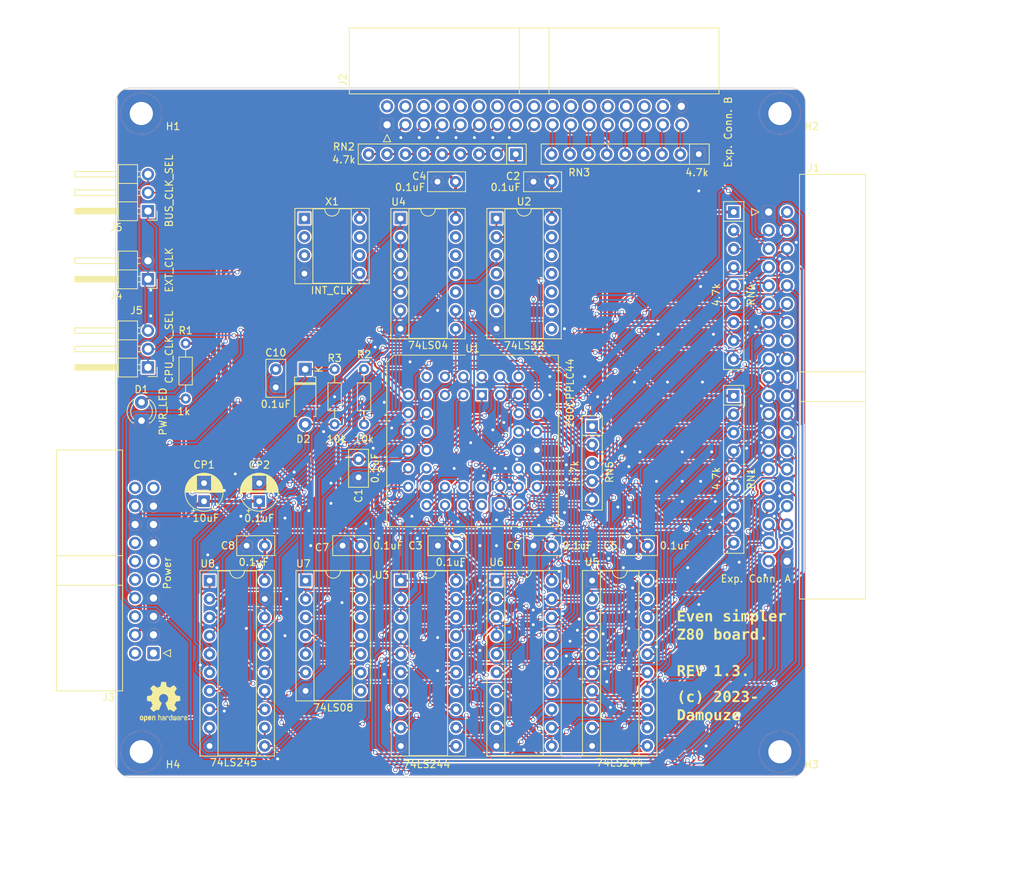
<source format=kicad_pcb>
(kicad_pcb (version 20221018) (generator pcbnew)
  (title_block (title "Even simpler Z80 board") (date "2023-09-06") (rev "1.3"))
  (layers (0 "F.Cu" mixed) (31 "B.Cu" mixed) (34 "B.Paste" user) (35 "F.Paste" user) (36 "B.SilkS" user "B.Silkscreen") (37 "F.SilkS" user "F.Silkscreen") (38 "B.Mask" user) (39 "F.Mask" user) (44 "Edge.Cuts" user))
  (net 0 "")
  (net 1 "/+5V")
  (net 2 "/GND")
  (net 3 "Net-(D2-K)")
  (net 4 "Net-(D1-A)")
  (net 5 "/~{RESET_SW}")
  (net 6 "/~{NMI}")
  (net 7 "/~{RESET}")
  (net 8 "/BUS_CLK")
  (net 9 "/CPU_CLK")
  (net 10 "/~{B_M1}")
  (net 11 "/~{B_IORQ}")
  (net 12 "/~{B_MREQ}")
  (net 13 "/~{B_WR}")
  (net 14 "/~{B_RD}")
  (net 15 "/~{WAIT}")
  (net 16 "/~{B_RFSH}")
  (net 17 "/A16")
  (net 18 "/A17")
  (net 19 "/A18")
  (net 20 "/A19")
  (net 21 "/A20")
  (net 22 "/A21")
  (net 23 "/-12V")
  (net 24 "/+12V")
  (net 25 "/USER2")
  (net 26 "/USER1")
  (net 27 "/USER3")
  (net 28 "/USER0")
  (net 29 "/Clock & Reset circuit/EXT_CLK")
  (net 30 "/Clock & Reset circuit/INT_CLK")
  (net 31 "/B_D7")
  (net 32 "/PWR_OK")
  (net 33 "/MCU/~{HALT}")
  (net 34 "/MCU/~{MREQ}")
  (net 35 "/MCU/~{IORQ}")
  (net 36 "/MCU/~{RD}")
  (net 37 "/MCU/~{WR}")
  (net 38 "/MCU/~{M1}")
  (net 39 "/MCU/~{RFSH}")
  (net 40 "/Clock & Reset circuit/~{RESET1}")
  (net 41 "/Clock & Reset circuit/~{PWR_OK}")
  (net 42 "/~{INTA}")
  (net 43 "/Clock & Reset circuit/RESET1")
  (net 44 "/MCU/~{BUSACK}")
  (net 45 "/MCU/BUSACK")
  (net 46 "/B_D6")
  (net 47 "/B_D5")
  (net 48 "/B_D4")
  (net 49 "/B_D3")
  (net 50 "/B_D2")
  (net 51 "/B_D1")
  (net 52 "/B_D0")
  (net 53 "/B_A15")
  (net 54 "/B_A14")
  (net 55 "/B_A13")
  (net 56 "/B_A12")
  (net 57 "/~{INT7}")
  (net 58 "/B_A11")
  (net 59 "/~{INT6}")
  (net 60 "/B_A10")
  (net 61 "/~{INT5}")
  (net 62 "/B_A9")
  (net 63 "/~{INT4}")
  (net 64 "/B_A8")
  (net 65 "/~{INT3}")
  (net 66 "/B_A7")
  (net 67 "/~{INT2}")
  (net 68 "/B_A6")
  (net 69 "/B_A5")
  (net 70 "/B_A4")
  (net 71 "/B_A3")
  (net 72 "/B_A2")
  (net 73 "/B_A1")
  (net 74 "/B_A0")
  (net 75 "/~{INT0}")
  (net 76 "/~{INT1}")
  (net 77 "/USER15")
  (net 78 "/MCU/D4")
  (net 79 "/MCU/D3")
  (net 80 "/MCU/D5")
  (net 81 "/MCU/D6")
  (net 82 "/MCU/D2")
  (net 83 "/MCU/D7")
  (net 84 "/MCU/D0")
  (net 85 "/MCU/D1")
  (net 86 "/~{INT}")
  (net 87 "/MCU/A11")
  (net 88 "/MCU/A12")
  (net 89 "/MCU/A13")
  (net 90 "/MCU/A14")
  (net 91 "/MCU/A15")
  (net 92 "/MCU/A0")
  (net 93 "/MCU/A1")
  (net 94 "/MCU/A2")
  (net 95 "/MCU/A3")
  (net 96 "/MCU/A4")
  (net 97 "/MCU/A5")
  (net 98 "/MCU/A6")
  (net 99 "/MCU/A7")
  (net 100 "/MCU/A8")
  (net 101 "/MCU/A9")
  (net 102 "/MCU/A10")
  (net 103 "/~{B_BUSACK}")
  (net 111 "/USER14")
  (net 112 "/USER13")
  (net 113 "/USER12")
  (net 114 "/USER11")
  (net 115 "/USER10")
  (net 116 "/USER9")
  (net 117 "/USER8")
  (net 118 "/USER7")
  (net 119 "/A22")
  (net 120 "/USER6")
  (net 121 "/A23")
  (net 122 "/USER5")
  (net 123 "/USER4")
  (net 124 "/+3.3V")
  (net 125 "/+5V2")
  (net 126 "/+5VSB")
  (net 127 "/~{PS_ON}")
  (net 128 "/+5V4")
  (net 129 "/+5V3")
  (net 130 "/+3.3V2")
  (net 131 "/+3.3V3")
  (net 132 "/~{B_HALT}")
  (net 133 "/~{BUSREQ}")
  (net 144 "/MCU/~{BUSDIR}")
  (footprint "MountingHole:MountingHole_3.2mm_M3_ISO7380_Pad" (layer "F.Cu") (at 28.925 28.925)
    (fp_text reference "H1")
    (fp_text value "MountingHole_Pad")
  )
  (footprint "Symbol:OSHW-Logo2_7.3x6mm_SilkScreen" (layer "F.Cu") (at 32.004 110.236)
    (fp_text reference "REF**" hide)
    (fp_text value "OSHW-Logo2_7.3x6mm_SilkScreen" hide)
  )
  (footprint "Package_DIP:DIP-14_W7.62mm_Socket" (layer "F.Cu") (at 51.614 93.472)
    (fp_text reference "U7")
    (fp_text value "74LS08")
  )
  (footprint "Package_DIP:DIP-14_W7.62mm_Socket" (layer "F.Cu") (at 77.978 43.434)
    (fp_text reference "U2")
    (fp_text value "74LS32")
  )
  (footprint "Capacitor_THT:CP_Radial_D5.0mm_P2.50mm" (layer "F.Cu") (at 37.592 82.51 90)
    (fp_text reference "CP1")
    (fp_text value "10uF")
  )
  (footprint "Capacitor_THT:C_Disc_D5.0mm_W2.5mm_P2.50mm" (layer "F.Cu") (at 72.39 88.646 180)
    (fp_text reference "C3")
    (fp_text value "0.1uF")
  )
  (footprint "Package_DIP:DIP-20_W7.62mm_Socket" (layer "F.Cu") (at 77.978 93.472)
    (fp_text reference "U6")
    (fp_text value "74LS244")
  )
  (footprint "Capacitor_THT:C_Disc_D5.0mm_W2.5mm_P2.50mm" (layer "F.Cu") (at 59.234 88.646 180)
    (fp_text reference "C7")
    (fp_text value "0.1uF")
  )
  (footprint "Capacitor_THT:C_Disc_D5.0mm_W2.5mm_P2.50mm" (layer "F.Cu") (at 72.338 38.354 180)
    (fp_text reference "C4")
    (fp_text value "0.1uF")
  )
  (footprint "Package_LCC:PLCC-44_THT-Socket" (layer "F.Cu") (at 75.946 67.818)
    (fp_text reference "U1")
    (fp_text value "Z80CPPLC44")
  )
  (footprint "Connector_PinHeader_2.54mm:PinHeader_1x03_P2.54mm_Horizontal" (layer "F.Cu") (at 29.845 42.403 180)
    (fp_text reference "J6")
    (fp_text value "BUS_CLK_SEL")
  )
  (footprint "MountingHole:MountingHole_3.2mm_M3_ISO7380_Pad" (layer "F.Cu") (at 117.125 28.925)
    (fp_text reference "H2")
    (fp_text value "MountingHole_Pad")
  )
  (footprint "Capacitor_THT:C_Disc_D5.0mm_W2.5mm_P2.50mm" (layer "F.Cu") (at 98.858 88.646 180)
    (fp_text reference "C5")
    (fp_text value "0.1uF")
  )
  (footprint "Resistor_THT:R_Array_SIP9" (layer "F.Cu") (at 110.744 67.945 -90)
    (fp_text reference "RN1")
    (fp_text value "4.7k")
  )
  (footprint "Package_DIP:DIP-20_W7.62mm_Socket" (layer "F.Cu") (at 38.354 93.472)
    (fp_text reference "U8")
    (fp_text value "74LS245")
  )
  (footprint "Capacitor_THT:C_Disc_D5.0mm_W2.5mm_P2.50mm" (layer "F.Cu") (at 45.974 88.646 180)
    (fp_text reference "C8")
    (fp_text value "0.1uF")
  )
  (footprint "Diode_THT:D_A-405_P7.62mm_Horizontal" (layer "F.Cu") (at 51.562 64.262 -90)
    (fp_text reference "D2")
    (fp_text value "1N4148\n")
  )
  (footprint "Connector_IDC:IDC-Header_2x20_P2.54mm_Horizontal" (layer "F.Cu") (at 115.57 42.545)
    (fp_text reference "J1")
    (fp_text value "Exp. Conn. A")
  )
  (footprint "Capacitor_THT:C_Disc_D5.0mm_W2.5mm_P2.50mm" (layer "F.Cu") (at 85.598 88.646 180)
    (fp_text reference "C6")
    (fp_text value "0.1uF")
  )
  (footprint "Resistor_THT:R_Array_SIP5" (layer "F.Cu") (at 91.186 72.136 -90)
    (fp_text reference "RN5")
    (fp_text value "4.7k")
  )
  (footprint "Resistor_THT:R_Array_SIP9" (layer "F.Cu") (at 80.645 34.544 180)
    (fp_text reference "RN2")
    (fp_text value "4.7k")
  )
  (footprint "Package_DIP:DIP-20_W7.62mm_Socket" (layer "F.Cu") (at 64.77 93.472)
    (fp_text reference "U3")
    (fp_text value "74LS244")
  )
  (footprint "Resistor_THT:R_Axial_DIN0204_L3.6mm_D1.6mm_P7.62mm_Horizontal" (layer "F.Cu") (at 35.052 60.706 -90)
    (fp_text reference "R1")
    (fp_text value "1k")
  )
  (footprint "Resistor_THT:R_Array_SIP9" (layer "F.Cu") (at 110.744 42.545 -90)
    (fp_text reference "RN4")
    (fp_text value "4.7k")
  )
  (footprint "Connector_PinHeader_2.54mm:PinHeader_1x02_P2.54mm_Horizontal" (layer "F.Cu") (at 29.845 51.816 180)
    (fp_text reference "J4")
    (fp_text value "EXT_CLK")
  )
  (footprint "Capacitor_THT:C_Disc_D5.0mm_W2.5mm_P2.50mm" (layer "F.Cu") (at 58.928 76.708 -90)
    (fp_text reference "C1")
    (fp_text value "0.1uF")
  )
  (footprint "Capacitor_THT:C_Disc_D5.0mm_W2.5mm_P2.50mm" (layer "F.Cu") (at 47.498 64.262 -90)
    (fp_text reference "C10")
    (fp_text value "0.1uF")
  )
  (footprint "Resistor_THT:R_Axial_DIN0204_L3.6mm_D1.6mm_P7.62mm_Horizontal" (layer "F.Cu") (at 55.626 64.262 -90)
    (fp_text reference "R3")
    (fp_text value "10k")
  )
  (footprint "Resistor_THT:R_Array_SIP9" (layer "F.Cu") (at 105.918 34.544 180)
    (fp_text reference "RN3")
    (fp_text value "4.7k")
  )
  (footprint "Package_DIP:DIP-8_W7.62mm_Socket" (layer "F.Cu") (at 51.458 43.434)
    (fp_text reference "X1")
    (fp_text value "INT_CLK")
  )
  (footprint "LED_THT:LED_D3.0mm" (layer "F.Cu") (at 28.956 71.374 90)
    (fp_text reference "D1")
    (fp_text value "PWR_LED")
  )
  (footprint "Capacitor_THT:C_Disc_D5.0mm_W2.5mm_P2.50mm" (layer "F.Cu") (at 85.598 38.354 180)
    (fp_text reference "C2")
    (fp_text value "0.1uF")
  )
  (footprint "Connector_PinHeader_2.54mm:PinHeader_1x03_P2.54mm_Horizontal" (layer "F.Cu") (at 29.845 64.008 180)
    (fp_text reference "J5")
    (fp_text value "CPU_CLK_SEL")
  )
  (footprint "Capacitor_THT:CP_Radial_D5.0mm_P2.50mm" (layer "F.Cu") (at 45.212 82.51 90)
    (fp_text reference "CP2")
    (fp_text value "0.1uF")
  )
  (footprint "Connector_IDC:IDC-Header_2x10_P2.54mm_Horizontal" (layer "F.Cu") (at 30.607 103.505 180)
    (fp_text reference "J3")
    (fp_text value "Power")
  )
  (footprint "MountingHole:MountingHole_3.2mm_M3_ISO7380_Pad" (layer "F.Cu") (at 28.925 117.125)
    (fp_text reference "H4")
    (fp_text value "MountingHole_Pad")
  )
  (footprint "Connector_IDC:IDC-Header_2x17_P2.54mm_Horizontal" (layer "F.Cu") (at 62.865 30.48 90)
    (fp_text reference "J2")
    (fp_text value "Exp. Conn. B")
  )
  (footprint "Resistor_THT:R_Axial_DIN0204_L3.6mm_D1.6mm_P7.62mm_Horizontal" (layer "F.Cu") (at 59.69 64.262 -90)
    (fp_text reference "R2")
    (fp_text value "10k")
  )
  (footprint "Package_DIP:DIP-14_W7.62mm_Socket" (layer "F.Cu") (at 64.718 43.434)
    (fp_text reference "U4")
    (fp_text value "74LS04")
  )
  (footprint "Package_DIP:DIP-20_W7.62mm_Socket" (layer "F.Cu") (at 91.186 93.472)
    (fp_text reference "U5")
    (fp_text value "74LS244")
  )
  (footprint "MountingHole:MountingHole_3.2mm_M3_ISO7380_Pad" (layer "F.Cu") (at 117.125 117.125)
    (fp_text reference "H3")
    (fp_text value "MountingHole_Pad")
  )
  (gr_line (start 25.4 27.4) (end 25.4 118.65) (stroke (width 0.1)) (layer "Edge.Cuts"))
  (gr_line (start 120.65 27.4) (end 120.65 118.65) (stroke (width 0.1)) (layer "Edge.Cuts"))
  (gr_arc (start 120.65 118.65) (mid 120.064214 120.064214) (end 118.65 120.65) (stroke (width 0.1)) (layer "Edge.Cuts"))
  (gr_arc (start 27.4 120.65) (mid 25.985786 120.064214) (end 25.4 118.65) (stroke (width 0.1)) (layer "Edge.Cuts"))
  (gr_arc (start 25.4 27.4) (mid 25.985786 25.985786) (end 27.4 25.4) (stroke (width 0.1)) (layer "Edge.Cuts"))
  (gr_arc (start 118.65 25.4) (mid 120.064214 25.985786) (end 120.65 27.4) (stroke (width 0.1)) (layer "Edge.Cuts"))
  (gr_line (start 27.4 120.65) (end 118.65 120.65) (stroke (width 0.1)) (layer "Edge.Cuts"))
  (gr_line (start 27.4 25.4) (end 118.65 25.4) (stroke (width 0.1)) (layer "Edge.Cuts"))
  (gr_text "(c) 2023- \nDamouze" (at 102.87 113.03) (layer "F.SilkS") (effects (font (size 1.5 1.5) (thickness 0.3) bold) (justify left bottom)))
  (gr_text "Even simpler\nZ80 board.\n\nREV ${REVISION}." (at 102.87 106.934) (layer "F.SilkS") (effects (font (size 1.5 1.5) (thickness 0.3) bold) (justify left bottom)))
  (segment (start 83.566 86.614) (end 91.44 86.614) (width 0.4) (layer "F.Cu") (net 1))
  (segment (start 110.744 67.945) (end 100.965 67.945) (width 0.4) (layer "F.Cu") (net 1))
  (segment (start 37.124 82.51) (end 37.592 82.51) (width 0.4) (layer "F.Cu") (net 1))
  (segment (start 92.964 73.914) (end 92.964 75.946) (width 0.4) (layer "F.Cu") (net 1))
  (segment (start 92.964 75.946) (end 92.964 85.09) (width 0.4) (layer "F.Cu") (net 1))
  (segment (start 42.672 36.576) (end 55.118 36.576) (width 0.4) (layer "F.Cu") (net 1))
  (segment (start 83.82 36.576) (end 90.932 36.576) (width 0.4) (layer "F.Cu") (net 1))
  (segment (start 69.85 86.614) (end 70.358 86.614) (width 0.4) (layer "F.Cu") (net 1))
  (segment (start 57.202 86.614) (end 56.388 86.614) (width 0.4) (layer "F.Cu") (net 1))
  (segment (start 98.858 93.42) (end 98.806 93.472) (width 0.4) (layer "F.Cu") (net 1))
  (segment (start 72.338 38.354) (end 70.56 36.576) (width 0.4) (layer "F.Cu") (net 1))
  (segment (start 91.44 86.614) (end 96.826 86.614) (width 0.4) (layer "F.Cu") (net 1))
  (segment (start 100.965 67.945) (end 92.964 59.944) (width 0.4) (layer "F.Cu") (net 1))
  (segment (start 28.067 100.965) (end 29.317 99.715) (width 0.4) (layer "F.Cu") (net 1))
  (segment (start 36.576 60.706) (end 39.624 63.754) (width 0.4) (layer "F.Cu") (net 1))
  (segment (start 70.56 36.576) (end 70.104 36.576) (width 0.4) (layer "F.Cu") (net 1))
  (segment (start 70.104 36.576) (end 70.56 36.576) (width 0.4) (layer "F.Cu") (net 1))
  (segment (start 37.592 82.51) (end 45.212 82.51) (width 0.4) (layer "F.Cu") (net 1))
  (segment (start 34.798 72.644) (end 39.624 67.818) (width 0.4) (layer "F.Cu") (net 1))
  (segment (start 29.317 99.715) (end 31.095 99.715) (width 0.4) (layer "F.Cu") (net 1))
  (segment (start 83.058 86.614) (end 83.566 86.614) (width 0.4) (layer "F.Cu") (net 1))
  (segment (start 57.658 72.3584) (end 57.658 66.294) (width 0.4) (layer "F.Cu") (net 1))
  (segment (start 57.658 66.294) (end 59.69 64.262) (width 0.4) (layer "F.Cu") (net 1))
  (segment (start 45.974 88.646) (end 45.974 86.106) (width 0.4) (layer "F.Cu") (net 1))
  (segment (start 31.095 99.715) (end 34.798 96.012) (width 0.4) (layer "F.Cu") (net 1))
  (segment (start 57.404 76.708) (end 56.134 77.978) (width 0.4) (layer "F.Cu") (net 1))
  (segment (start 90.932 36.576) (end 92.964 38.608) (width 0.4) (layer "F.Cu") (net 1))
  (segment (start 72.338 38.354) (end 72.338 43.434) (width 0.4) (layer "F.Cu") (net 1))
  (segment (start 83.82 36.576) (end 83.312 36.576) (width 0.4) (layer "F.Cu") (net 1))
  (segment (start 59.078 43.434) (end 59.078 40.536) (width 0.4) (layer "F.Cu") (net 1))
  (segment (start 45.212 85.344) (end 45.466 85.598) (width 0.4) (layer "F.Cu") (net 1))
  (segment (start 45.974 86.106) (end 46.482 86.614) (width 0.4) (layer "F.Cu") (net 1))
  (segment (start 72.39 88.646) (end 72.39 93.472) (width 0.4) (layer "F.Cu") (net 1))
  (segment (start 56.388 86.614) (end 57.202 86.614) (width 0.4) (layer "F.Cu") (net 1))
  (segment (start 92.964 85.09) (end 91.44 86.614) (width 0.4) (layer "F.Cu") (net 1))
  (segment (start 85.598 38.354) (end 85.598 43.434) (width 0.4) (layer "F.Cu") (net 1))
  (segment (start 58.928 76.708) (end 57.404 76.708) (width 0.4) (layer "F.Cu") (net 1))
  (segment (start 56.134 85.546) (end 56.134 77.978) (width 0.4) (layer "F.Cu") (net 1))
  (segment (start 92.964 59.944) (end 92.964 73.914) (width 0.4) (layer "F.Cu") (net 1))
  (segment (start 79.756 36.576) (end 83.312 36.576) (width 0.4) (layer "F.Cu") (net 1))
  (segment (start 45.974 86.106) (end 45.466 85.598) (width 0.4) (layer "F.Cu") (net 1))
  (segment (start 34.798 96.012) (end 34.798 84.836) (width 0.4) (layer "F.Cu") (net 1))
  (segment (start 57.202 86.614) (end 56.134 85.546) (width 0.4) (layer "F.Cu") (net 1))
  (segment (start 56.134 77.978) (end 56.134 73.8824) (width 0.4) (layer "F.Cu") (net 1))
  (segment (start 70.358 86.614) (end 69.85 86.614) (width 0.4) (layer "F.Cu") (net 1))
  (segment (start 85.598 38.354) (end 83.82 36.576) (width 0.4) (layer "F.Cu") (net 1))
  (segment (start 45.974 88.646) (end 45.974 93.472) (width 0.4) (layer "F.Cu") (net 1))
  (segment (start 45.466 85.598) (end 45.974 86.106) (width 0.4) (layer "F.Cu") (net 1))
  (segment (start 70.358 86.614) (end 83.058 86.614) (width 0.4) (layer "F.Cu") (net 1))
  (segment (start 34.798 84.836) (end 37.124 82.51) (width 0.4) (layer "F.Cu") (net 1))
  (segment (start 85.598 88.646) (end 85.598 93.472) (width 0.4) (layer "F.Cu") (net 1))
  (segment (start 98.858 88.646) (end 98.858 93.42) (width 0.4) (layer "F.Cu") (net 1))
  (segment (start 56.134 73.8824) (end 57.658 72.3584) (width 0.4) (layer "F.Cu") (net 1))
  (segment (start 80.645 35.687) (end 79.756 36.576) (width 0.4) (layer "F.Cu") (net 1))
  (segment (start 64.516 76.708) (end 65.786 75.438) (width 0.4) (layer "F.Cu") (net 1))
  (segment (start 96.826 86.614) (end 98.858 88.646) (width 0.4) (layer "F.Cu") (net 1))
  (segment (start 39.624 63.754) (end 39.624 39.624) (width 0.4) (layer "F.Cu") (net 1))
  (segment (start 91.186 72.136) (end 92.964 73.914) (width 0.4) (layer "F.Cu") (net 1))
  (segment (start 55.118 36.576) (end 70.104 36.576) (width 0.4) (layer "F.Cu") (net 1))
  (segment (start 59.234 88.646) (end 57.202 86.614) (width 0.4) (layer "F.Cu") (net 1))
  (segment (start 85.598 88.646) (end 83.566 86.614) (width 0.4) (layer "F.Cu") (net 1))
  (segment (start 57.202 86.614) (end 69.85 86.614) (width 0.4) (layer "F.Cu") (net 1))
  (segment (start 92.964 39.37) (end 92.964 59.944) (width 0.4) (layer "F.Cu") (net 1))
  (segment (start 83.312 36.576) (end 83.82 36.576) (width 0.4) (layer "F.Cu") (net 1))
  (segment (start 39.624 67.818) (end 39.624 63.754) (width 0.4) (layer "F.Cu") (net 1))
  (segment (start 83.566 86.614) (end 83.058 86.614) (width 0.4) (layer "F.Cu") (net 1))
  (segment (start 59.078 40.536) (end 55.118 36.576) (width 0.4) (layer "F.Cu") (net 1))
  (segment (start 70.56 36.576) (end 79.756 36.576) (width 0.4) (layer "F.Cu") (net 1))
  (segment (start 35.052 60.706) (end 36.576 60.706) (width 0.4) (layer "F.Cu") (net 1))
  (segment (start 92.964 73.914) (end 92.964 75.946) (width 0.4) (layer "F.Cu") (net 1))
  (segment (start 45.212 82.51) (end 45.212 85.344) (width 0.4) (layer "F.Cu") (net 1))
  (segment (start 39.624 39.624) (end 42.672 36.576) (width 0.4) (layer "F.Cu") (net 1))
  (segment (start 96.139 42.545) (end 92.964 39.37) (width 0.4) (layer "F.Cu") (net 1))
  (segment (start 59.234 88.646) (end 59.234 93.472) (width 0.4) (layer "F.Cu") (net 1))
  (segment (start 34.798 84.836) (end 34.798 72.644) (width 0.4) (layer "F.Cu") (net 1))
  (segment (start 80.645 34.544) (end 80.645 35.687) (width 0.4) (layer "F.Cu") (net 1))
  (segment (start 72.39 88.646) (end 70.358 86.614) (width 0.4) (layer "F.Cu") (net 1))
  (segment (start 58.928 76.708) (end 64.516 76.708) (width 0.4) (layer "F.Cu") (net 1))
  (segment (start 46.482 86.614) (end 56.388 86.614) (width 0.4) (layer "F.Cu") (net 1))
  (segment (start 110.744 42.545) (end 96.139 42.545) (width 0.4) (layer "F.Cu") (net 1))
  (segment (start 92.964 38.608) (end 92.964 39.37) (width 0.4) (layer "F.Cu") (net 1))
  (via (at 83.82 85.852) (size 0.6) (drill 0.4) (layers "F.Cu" "B.Cu") (net 2))
  (via (at 85.344 67.818) (size 0.6) (drill 0.4) (layers "F.Cu" "B.Cu") (net 2))
  (via (at 96.266 100.076) (size 0.6) (drill 0.4) (layers "F.Cu" "B.Cu") (net 2))
  (via (at 73.152 91.44) (size 0.6) (drill 0.4) (layers "F.Cu" "B.Cu") (net 2))
  (via (at 91.948 68.072) (size 0.6) (drill 0.4) (layers "F.Cu" "B.Cu") (net 2))
  (via (at 79.756 100.584) (size 0.6) (drill 0.4) (layers "F.Cu" "B.Cu") (net 2))
  (via (at 76.2 78.994) (size 0.6) (drill 0.4) (layers "F.Cu" "B.Cu") (net 2))
  (via (at 42.672 84.582) (size 0.6) (drill 0.4) (layers "F.Cu" "B.Cu") (net 2))
  (via (at 83.058 99.568) (size 0.6) (drill 0.4) (layers "F.Cu" "B.Cu") (net 2))
  (via (at 74.93 32.258) (size 0.6) (drill 0.4) (layers "F.Cu" "B.Cu") (net 2))
  (via (at 74.422 74.422) (size 0.6) (drill 0.4) (layers "F.Cu" "B.Cu") (net 2))
  (via (at 69.85 32.258) (size 0.6) (drill 0.4) (layers "F.Cu" "B.Cu") (net 2))
  (via (at 80.772 76.708) (size 0.6) (drill 0.4) (layers "F.Cu" "B.Cu") (net 2))
  (via (at 96.266 77.724) (size 0.6) (drill 0.4) (layers "F.Cu" "B.Cu") (net 2))
  (via (at 39.37 97.282) (size 0.6) (drill 0.4) (layers "F.Cu" "B.Cu") (net 2))
  (via (at 59.944 85.598) (size 0.6) (drill 0.4) (layers "F.Cu" "B.Cu") (net 2))
  (via (at 96.266 103.124) (size 0.6) (drill 0.4) (layers "F.Cu" "B.Cu") (net 2))
  (via (at 83.058 97.536) (size 0.6) (drill 0.4) (layers "F.Cu" "B.Cu") (net 2))
  (via (at 90.17 65.278) (size 0.6) (drill 0.4) (layers "F.Cu" "B.Cu") (net 2))
  (via (at 69.85 101.346) (size 0.6) (drill 0.4) (layers "F.Cu" "B.Cu") (net 2))
  (via (at 119.38 46.736) (size 0.6) (drill 0.4) (layers "F.Cu" "B.Cu") (net 2))
  (via (at 64.77 32.258) (size 0.6) (drill 0.4) (layers "F.Cu" "B.Cu") (net 2))
  (via (at 75.692 88.646) (size 0.6) (drill 0.4) (layers "F.Cu" "B.Cu") (net 2))
  (via (at 116.84 64.516) (size 0.6) (drill 0.4) (layers "F.Cu" "B.Cu") (net 2))
  (via (at 77.724 77.978) (size 0.6) (drill 0.4) (layers "F.Cu" "B.Cu") (net 2))
  (via (at 48.768 101.092) (size 0.6) (drill 0.4) (layers "F.Cu" "B.Cu") (net 2))
  (via (at 54.102 72.898) (size 0.6) (drill 0.4) (layers "F.Cu" "B.Cu") (net 2))
  (via (at 79.756 80.264) (size 0.6) (drill 0.4) (layers "F.Cu" "B.Cu") (net 2))
  (via (at 97.028 66.04) (size 0.6) (drill 0.4) (layers "F.Cu" "B.Cu") (net 2))
  (via (at 39.37 91.694) (size 0.6) (drill 0.4) (layers "F.Cu" "B.Cu") (net 2))
  (via (at 114.808 86.868) (size 0.6) (drill 0.4) (layers "F.Cu" "B.Cu") (net 2))
  (via (at 111.506 90.932) (size 0.6) (drill 0.4) (layers "F.Cu" "B.Cu") (net 2))
  (via (at 103.632 75.692) (size 0.6) (drill 0.4) (layers "F.Cu" "B.Cu") (net 2))
  (via (at 37.084 105.156) (size 0.6) (drill 0.4) (layers "F.Cu" "B.Cu") (net 2))
  (via (at 100.33 59.436) (size 0.6) (drill 0.4) (layers "F.Cu" "B.Cu") (net 2))
  (via (at 52.324 88.646) (size 0.6) (drill 0.4) (layers "F.Cu" "B.Cu") (net 2))
  (via (at 62.484 68.834) (size 0.6) (drill 0.4) (layers "F.Cu" "B.Cu") (net 2))
  (via (at 81.788 116.84) (size 0.6) (drill 0.4) (layers "F.Cu" "B.Cu") (net 2))
  (via (at 87.63 79.502) (size 0.6) (drill 0.4) (layers "F.Cu" "B.Cu") (net 2))
  (via (at 73.66 84.328) (size 0.6) (drill 0.4) (layers "F.Cu" "B.Cu") (net 2))
  (via (at 104.394 91.694) (size 0.6) (drill 0.4) (layers "F.Cu" "B.Cu") (net 2))
  (via (at 103.632 79.756) (size 0.6) (drill 0.4) (layers "F.Cu" "B.Cu") (net 2))
  (via (at 30.226 53.34) (size 0.6) (drill 0.4) (layers "F.Cu" "B.Cu") (net 2))
  (via (at 93.726 110.998) (size 0.6) (drill 0.4) (layers "F.Cu" "B.Cu") (net 2))
  (via (at 66.294 84.582) (size 0.6) (drill 0.4) (layers "F.Cu" "B.Cu") (net 2))
  (via (at 72.39 32.258) (size 0.6) (drill 0.4) (layers "F.Cu" "B.Cu") (net 2))
  (via (at 43.434 100.076) (size 0.6) (drill 0.4) (layers "F.Cu" "B.Cu") (net 2))
  (via (at 75.692 95.758) (size 0.6) (drill 0.4) (layers "F.Cu" "B.Cu") (net 2))
  (via (at 113.792 58.42) (size 0.6) (drill 0.4) (layers "F.Cu" "B.Cu") (net 2))
  (via (at 96.266 97.79) (size 0.6) (drill 0.4) (layers "F.Cu" "B.Cu") (net 2))
  (via (at 86.614 92.202) (size 0.6) (drill 0.4) (layers "F.Cu" "B.Cu") (net 2))
  (via (at 95.758 74.93) (size 0.6) (drill 0.4) (layers "F.Cu" "B.Cu") (net 2))
  (via (at 67.056 87.63) (size 0.6) (drill 0.4) (layers "F.Cu" "B.Cu") (net 2))
  (via (at 118.872 69.342) (size 0.6) (drill 0.4) (layers "F.Cu" "B.Cu") (net 2))
  (via (at 40.386 111.506) (size 0.6) (drill 0.4) (layers "F.Cu" "B.Cu") (net 2))
  (via (at 92.71 100.838) (size 0.6) (drill 0.4) (layers "F.Cu" "B.Cu") (net 2))
  (via (at 91.44 89.916) (size 0.6) (drill 0.4) (layers "F.Cu" "B.Cu") (net 2))
  (via (at 66.04 63.246) (size 0.6) (drill 0.4) (layers "F.Cu" "B.Cu") (net 2))
  (via (at 41.91 78.74) (size 0.6) (drill 0.4) (layers "F.Cu" "B.Cu") (net 2))
  (via (at 107.95 59.436) (size 0.6) (drill 0.4) (layers "F.Cu" "B.Cu") (net 2))
  (via (at 117.348 86.868) (size 0.6) (drill 0.4) (layers "F.Cu" "B.Cu") (net 2))
  (via (at 77.47 72.644) (size 0.6) (drill 0.4) (layers "F.Cu" "B.Cu") (net 2))
  (via (at 115.062 92.71) (size 0.6) (drill 0.4) (layers "F.Cu" "B.Cu") (net 2))
  (via (at 100.076 102.616) (size 0.6) (drill 0.4) (layers "F.Cu" "B.Cu") (net 2))
  (via (at 105.918 96.774) (size 0.6) (drill 0.4) (layers "F.Cu" "B.Cu") (net 2))
  (via (at 116.84 62.23) (size 0.6) (drill 0.4) (layers "F.Cu" "B.Cu") (net 2))
  (via (at 72.644 85.344) (size 0.6) (drill 0.4) (layers "F.Cu" "B.Cu") (net 2))
  (via (at 78.994 71.628) (size 0.6) (drill 0.4) (layers "F.Cu" "B.Cu") (net 2))
  (via (at 48.768 84.836) (size 0.6) (drill 0.4) (layers "F.Cu" "B.Cu") (net 2))
  (via (at 95.504 91.694) (size 0.6) (drill 0.4) (layers "F.Cu" "B.Cu") (net 2))
  (via (at 97.79 75.692) (size 0.6) (drill 0.4) (layers "F.Cu" "B.Cu") (net 2))
  (via (at 73.406 94.996) (size 0.6) (drill 0.4) (layers "F.Cu" "B.Cu") (net 2))
  (via (at 96.774 94.488) (size 0.6) (drill 0.4) (layers "F.Cu" "B.Cu") (net 2))
  (via (at 60.96 75.184) (size 0.6) (drill 0.4) (layers "F.Cu" "B.Cu") (net 2))
  (via (at 85.344 65.278) (size 0.6) (drill 0.4) (layers "F.Cu" "B.Cu") (net 2))
  (via (at 89.154 100.33) (size 0.6) (drill 0.4) (layers "F.Cu" "B.Cu") (net 2))
  (via (at 116.332 84.582) (size 0.6) (drill 0.4) (layers "F.Cu" "B.Cu") (net 2))
  (via (at 107.442 86.106) (size 0.6) (drill 0.4) (layers "F.Cu" "B.Cu") (net 2))
  (via (at 82.296 72.644) (size 0.6) (drill 0.4) (layers "F.Cu" "B.Cu") (net 2))
  (via (at 55.118 82.804) (size 0.6) (drill 0.4) (layers "F.Cu" "B.Cu") (net 2))
  (via (at 100.076 79.756) (size 0.6) (drill 0.4) (layers "F.Cu" "B.Cu") (net 2))
  (via (at 55.626 68.072) (size 0.6) (drill 0.4) (layers "F.Cu" "B.Cu") (net 2))
  (via (at 79.756 32.258) (size 0.6) (drill 0.4) (layers "F.Cu" "B.Cu") (net 2))
  (via (at 106.172 79.756) (size 0.6) (drill 0.4) (layers "F.Cu" "B.Cu") (net 2))
  (via (at 61.214 61.214) (size 0.6) (drill 0.4) (layers "F.Cu" "B.Cu") (net 2))
  (via (at 87.63 103.886) (size 0.6) (drill 0.4) (layers "F.Cu" "B.Cu") (net 2))
  (via (at 93.218 107.442) (size 0.6) (drill 0.4) (layers "F.Cu" "B.Cu") (net 2))
  (via (at 94.742 83.312) (size 0.6) (drill 0.4) (layers "F.Cu" "B.Cu") (net 2))
  (via (at 75.692 103.124) (size 0.6) (drill 0.4) (layers "F.Cu" "B.Cu") (net 2))
  (via (at 96.266 105.664) (size 0.6) (drill 0.4) (layers "F.Cu" "B.Cu") (net 2))
  (via (at 87.376 84.074) (size 0.6) (drill 0.4) (layers "F.Cu" "B.Cu") (net 2))
  (via (at 96.266 83.312) (size 0.6) (drill 0.4) (layers "F.Cu" "B.Cu") (net 2))
  (via (at 93.472 90.424) (size 0.6) (drill 0.4) (layers "F.Cu" "B.Cu") (net 2))
  (via (at 92.964 105.664) (size 0.6) (drill 0.4) (layers "F.Cu" "B.Cu") (net 2))
  (via (at 87.122 98.044) (size 0.6) (drill 0.4) (layers "F.Cu" "B.Cu") (net 2))
  (via (at 63.5 72.39) (size 0.6) (drill 0.4) (layers "F.Cu" "B.Cu") (net 2))
  (via (at 88.138 101.854) (size 0.6) (drill 0.4) (layers "F.Cu" "B.Cu") (net 2))
  (via (at 107.696 75.692) (size 0.6) (drill 0.4) (layers "F.Cu" "B.Cu") (net 2))
  (via (at 50.038 78.486) (size 0.6) (drill 0.4) (layers "F.Cu" "B.Cu") (net 2))
  (via (at 108.204 82.55) (size 0.6) (drill 0.4) (layers "F.Cu" "B.Cu") (net 2))
  (via (at 106.172 52.832) (size 0.6) (drill 0.4) (layers "F.Cu" "B.Cu") (net 2))
  (via (at 79.248 77.978) (size 0.6) (drill 0.4) (layers "F.Cu" "B.Cu") (net 2))
  (via (at 77.978 85.09) (size 0.6) (drill 0.4) (layers "F.Cu" "B.Cu") (net 2))
  (via (at 87.376 58.674) (size 0.6) (drill 0.4) (layers "F.Cu" "B.Cu") (net 2))
  (via (at 61.722 87.63) (size 0.6) (drill 0.4) (layers "F.Cu" "B.Cu") (net 2))
  (via (at 55.118 80.01) (size 0.6) (drill 0.4) (layers "F.Cu" "B.Cu") (net 2))
  (via (at 62.484 106.426) (size 0.6) (drill 0.4) (layers "F.Cu" "B.Cu") (net 2))
  (via (at 38.1 89.916) (size 0.6) (drill 0.4) (layers "F.Cu" "B.Cu") (net 2))
  (via (at 87.63 77.47) (size 0.6) (drill 0.4) (layers "F.Cu" "B.Cu") (net 2))
  (via (at 40.386 81.026) (size 0.6) (drill 0.4) (layers "F.Cu" "B.Cu") (net 2))
  (via (at 117.094 49.022) (size 0.6) (drill 0.4) (layers "F.Cu" "B.Cu") (net 2))
  (via (at 30.226 56.896) (size 0.6) (drill 0.4) (layers "F.Cu" "B.Cu") (net 2))
  (via (at 91.186 83.82) (size 0.6) (drill 0.4) (layers "F.Cu" "B.Cu") (net 2))
  (via (at 47.752 118.11) (size 0.6) (drill 0.4) (layers "F.Cu" "B.Cu") (net 2))
  (via (at 75.692 93.472) (size 0.6) (drill 0.4) (layers "F.Cu" "B.Cu") (net 2))
  (via (at 52.07 83.82) (size 0.6) (drill 0.4) (layers "F.Cu" "B.Cu") (net 2))
  (via (at 112.268 52.324) (size 0.6) (drill 0.4) (layers "F.Cu" "B.Cu") (net 2))
  (via (at 103.632 82.55) (size 0.6) (drill 0.4) (layers "F.Cu" "B.Cu") (net 2))
  (via (at 69.85 105.918) (size 0.6) (drill 0.4) (layers "F.Cu" "B.Cu") (net 2))
  (via (at 106.934 116.332) (size 0.6) (drill 0.4) (layers "F.Cu" "B.Cu") (net 2))
  (via (at 113.284 78.486) (size 0.6) (drill 0.4) (layers "F.Cu" "B.Cu") (net 2))
  (via (at 112.522 75.184) (size 0.6) (drill 0.4) (layers "F.Cu" "B.Cu") (net 2))
  (via (at 81.026 88.646) (size 0.6) (drill 0.4) (layers "F.Cu" "B.Cu") (net 2))
  (via (at 69.85 56.134) (size 0.6) (drill 0.4) (layers "F.Cu" "B.Cu") (net 2))
  (via (at 117.348 76.708) (size 0.6) (drill 0.4) (layers "F.Cu" "B.Cu") (net 2))
  (via (at 49.022 96.012) (size 0.6) (drill 0.4) (layers "F.Cu" "B.Cu") (net 2))
  (via (at 112.268 54.356) (size 0.6) (drill 0.4) (layers "F.Cu" "B.Cu") (net 2))
  (via (at 56.642 96.52) (size 0.6) (drill 0.4) (layers "F.Cu" "B.Cu") (net 2))
  (via (at 113.538 53.086) (size 0.6) (drill 0.4) (layers "F.Cu" "B.Cu") (net 2))
  (via (at 105.918 39.624) (size 0.6) (drill 0.4) (layers "F.Cu" "B.Cu") (net 2))
  (via (at 109.22 84.328) (size 0.6) (drill 0.4) (layers "F.Cu" "B.Cu") (net 2))
  (via (at 101.6 66.04) (size 0.6) (drill 0.4) (layers "F.Cu" "B.Cu") (net 2))
  (via (at 77.978 88.646) (size 0.6) (drill 0.4) (layers "F.Cu" "B.Cu") (net 2))
  (via (at 114.554 69.342) (size 0.6) (drill 0.4) (layers "F.Cu" "B.Cu") (net 2))
  (via (at 67.31 32.258) (size 0.6) (drill 0.4) (layers "F.Cu" "B.Cu") (net 2))
  (via (at 117.094 81.788) (size 0.6) (drill 0.4) (layers "F.Cu" "B.Cu") (net 2))
  (via (at 72.136 77.978) (size 0.6) (drill 0.4) (layers "F.Cu" "B.Cu") (net 2))
  (via (at 114.554 74.422) (size 0.6) (drill 0.4) (layers "F.Cu" "B.Cu") (net 2))
  (via (at 106.426 66.04) (size 0.6) (drill 0.4) (layers "F.Cu" "B.Cu") (net 2))
  (via (at 77.47 32.258) (size 0.6) (drill 0.4) (layers "F.Cu" "B.Cu") (net 2))
  (via (at 89.408 98.806) (size 0.6) (drill 0.4) (layers "F.Cu" "B.Cu") (net 2))
  (via (at 87.63 81.788) (size 0.6) (drill 0.4) (layers "F.Cu" "B.Cu") (net 2))
  (segment (start 96.358 103.032) (end 96.266 103.124) (width 0.4) (layer "B.Cu") (net 2))
  (segment (start 58.928 79.208) (end 66.334 79.208) (width 0.4) (layer "B.Cu") (net 2))
  (segment (start 96.774 94.488) (end 96.358 94.904) (width 0.4) (layer "B.Cu") (net 2))
  (segment (start 80.6132 76.5492) (end 80.772 76.708) (width 0.4) (layer "B.Cu") (net 2))
  (segment (start 83.098 97.496) (end 83.058 97.536) (width 0.4) (layer "B.Cu") (net 2))
  (segment (start 80.9308 76.5492) (end 82.4548 76.5492) (width 0.4) (layer "B.Cu") (net 2))
  (segment (start 35.814 80.01) (end 28.956 73.152) (width 0.4) (layer "B.Cu") (net 2))
  (segment (start 68.1833 76.5492) (end 80.6132 76.5492) (width 0.4) (layer "B.Cu") (net 2))
  (segment (start 96.358 94.904) (end 96.358 97.698) (width 0.4) (layer "B.Cu") (net 2))
  (segment (start 82.4548 76.5492) (end 83.566 75.438) (width 0.4) (layer "B.Cu") (net 2))
  (segment (start 56.734 103.592) (end 51.614 108.712) (width 0.4) (layer "B.Cu") (net 2))
  (segment (start 96.358 97.698) (end 96.266 97.79) (width 0.4) (layer "B.Cu") (net 2))
  (segment (start 96.358 105.756) (end 96.358 111.16) (width 0.4) (layer "B.Cu") (net 2))
  (segment (start 83.098 111.212) (end 77.978 116.332) (width 0.4) (layer "B.Cu") (net 2))
  (segment (start 56.642 96.52) (end 56.734 96.612) (width 0.4) (layer "B.Cu") (net 2))
  (segment (start 83.098 97.576) (end 83.098 99.528) (width 0.4) (layer "B.Cu") (net 2))
  (segment (start 43.474 88.646) (end 43.474 100.036) (width 0.4) (layer "B.Cu") (net 2))
  (segment (start 35.814 80.01) (end 37.592 80.01) (width 0.4) (layer "B.Cu") (net 2))
  (segment (start 83.098 99.528) (end 83.058 99.568) (width 0.4) (layer "B.Cu") (net 2))
  (segment (start 96.358 103.216) (end 96.358 105.572) (width 0.4) (layer "B.Cu") (net 2))
  (segment (start 30.607 83.185) (end 34.163 83.185) (width 0.4) (layer "B.Cu") (net 2))
  (segment (start 43.434 100.076) (end 43.474 100.116) (width 0.4) (layer "B.Cu") (net 2))
  (segment (start 43.474 111.212) (end 38.354 116.332) (width 0.4) (layer "B.Cu") (net 2))
  (segment (start 83.098 88.646) (end 83.098 97.496) (width 0.4) (layer "B.Cu") (net 2))
  (segment (start 56.734 96.612) (end 56.734 103.592) (width 0.4) (layer "B.Cu") (net 2))
  (segment (start 69.89 105.958) (end 69.89 111.212) (width 0.4) (layer "B.Cu") (net 2))
  (segment (start 96.266 100.076) (end 96.358 100.168) (width 0.4) (layer "B.Cu") (net 2))
  (segment (start 69.89 111.212) (end 64.77 116.332) (width 0.4) (layer "B.Cu") (net 2))
  (segment (start 37.592 80.01) (end 45.212 80.01) (width 0.4) (layer "B.Cu") (net 2))
  (segment (start 96.358 94.072) (end 96.774 94.488) (width 0.4) (layer "B.Cu") (net 2))
  (segment (start 96.358 99.984) (end 96.266 100.076) (width 0.4) (layer "B.Cu") (net 2))
  (segment (start 56.734 96.428) (end 56.642 96.52) (width 0.4) (layer "B.Cu") (net 2))
  (segment (start 83.098 53.554) (end 77.978 58.674) (width 0.4) (layer "B.Cu") (net 2))
  (segment (start 56.734 88.646) (end 56.734 96.428) (width 0.4) (layer "B.Cu") (net 2))
  (segment (start 96.358 88.646) (end 96.358 94.072) (width 0.4) (layer "B.Cu") (net 2))
  (segment (start 66.334 79.208) (end 67.2148 78.3272) (width 0.4) (layer "B.Cu") (net 2))
  (segment (start 96.266 105.664) (end 96.358 105.756) (width 0.4) (layer "B.Cu") (net 2))
  (segment (start 69.838 38.354) (end 69.838 53.554) (width 0.4) (layer "B.Cu") (net 2))
  (segment (start 67.2148 77.5177) (end 68.1833 76.5492) (width 0.4) (layer "B.Cu") (net 2))
  (segment (start 96.358 111.16) (end 91.186 116.332) (width 0.4) (layer "B.Cu") (net 2))
  (segment (start 96.266 97.79) (end 96.358 97.882) (width 0.4) (layer "B.Cu") (net 2))
  (segment (start 34.798 81.026) (end 35.814 80.01) (width 0.4) (layer "B.Cu") (net 2))
  (segment (start 96.358 105.572) (end 96.266 105.664) (width 0.4) (layer "B.Cu") (net 2))
  (segment (start 83.058 97.536) (end 83.098 97.576) (width 0.4) (layer "B.Cu") (net 2))
  (segment (start 34.798 82.55) (end 34.798 81.026) (width 0.4) (layer "B.Cu") (net 2))
  (segment (start 96.266 103.124) (end 96.358 103.216) (width 0.4) (layer "B.Cu") (net 2))
  (segment (start 67.2148 78.3272) (end 67.2148 77.5177) (width 0.4) (layer "B.Cu") (net 2))
  (segment (start 69.85 101.346) (end 69.89 101.386) (width 0.4) (layer "B.Cu") (net 2))
  (segment (start 69.89 101.306) (end 69.85 101.346) (width 0.4) (layer "B.Cu") (net 2))
  (segment (start 69.89 101.386) (end 69.89 105.878) (width 0.4) (layer "B.Cu") (net 2))
  (segment (start 83.098 99.608) (end 83.098 111.212) (width 0.4) (layer "B.Cu") (net 2))
  (segment (start 34.163 83.185) (end 34.798 82.55) (width 0.4) (layer "B.Cu") (net 2))
  (segment (start 43.474 100.036) (end 43.434 100.076) (width 0.4) (layer "B.Cu") (net 2))
  (segment (start 69.89 105.878) (end 69.85 105.918) (width 0.4) (layer "B.Cu") (net 2))
  (segment (start 83.058 99.568) (end 83.098 99.608) (width 0.4) (layer "B.Cu") (net 2))
  (segment (start 69.85 105.918) (end 69.89 105.958) (width 0.4) (layer "B.Cu") (net 2))
  (segment (start 96.358 100.168) (end 96.358 103.032) (width 0.4) (layer "B.Cu") (net 2))
  (segment (start 28.956 73.152) (end 28.956 71.374) (width 0.4) (layer "B.Cu") (net 2))
  (segment (start 43.474 100.116) (end 43.474 111.212) (width 0.4) (layer "B.Cu") (net 2))
  (segment (start 83.098 38.354) (end 83.098 53.554) (width 0.4) (layer "B.Cu") (net 2))
  (segment (start 96.358 97.882) (end 96.358 99.984) (width 0.4) (layer "B.Cu") (net 2))
  (segment (start 80.772 76.708) (end 80.9308 76.5492) (width 0.4) (layer "B.Cu") (net 2))
  (segment (start 69.838 53.554) (end 64.718 58.674) (width 0.4) (layer "B.Cu") (net 2))
  (segment (start 69.89 88.646) (end 69.89 101.306) (width 0.4) (layer "B.Cu") (net 2))
  (segment (start 64.4367 44.5591) (end 60.2499 48.7459) (width 0.25) (layer "B.Cu") (net 3))
  (segment (start 64.718 44.5591) (end 64.4367 44.5591) (width 0.25) (layer "B.Cu") (net 3))
  (segment (start 47.0509 67.9306) (end 46.3177 67.1974) (width 0.25) (layer "B.Cu") (net 3))
  (segment (start 55.626 64.262) (end 51.562 64.262) (width 0.25) (layer "B.Cu") (net 3))
  (segment (start 46.3177 67.1974) (end 46.3177 65.4423) (width 0.25) (layer "B.Cu") (net 3))
  (segment (start 60.2499 48.7459) (end 60.2499 51.5101) (width 0.25) (layer "B.Cu") (net 3))
  (segment (start 51.562 65.4871) (end 49.1185 67.9306) (width 0.25) (layer "B.Cu") (net 3))
  (segment (start 64.718 43.434) (end 64.718 44.5591) (width 0.25) (layer "B.Cu") (net 3))
  (segment (start 60.2499 51.5101) (end 47.498 64.262) (width 0.25) (layer "B.Cu") (net 3))
  (segment (start 46.3177 65.4423) (end 47.498 64.262) (width 0.25) (layer "B.Cu") (net 3))
  (segment (start 51.562 64.262) (end 51.562 65.4871) (width 0.25) (layer "B.Cu") (net 3))
  (segment (start 49.1185 67.9306) (end 47.0509 67.9306) (width 0.25) (layer "B.Cu") (net 3))
  (segment (start 29.464 68.326) (end 28.956 68.834) (width 0.25) (layer "F.Cu") (net 4))
  (segment (start 35.052 68.326) (end 29.464 68.326) (width 0.25) (layer "F.Cu") (net 4))
  (segment (start 59.69 71.882) (end 59.69 70.8569) (width 0.25) (layer "F.Cu") (net 5))
  (segment (start 55.626 71.882) (end 51.562 71.882) (width 0.25) (layer "F.Cu") (net 5))
  (segment (start 59.69 70.8569) (end 59.4212 70.5881) (width 0.25) (layer "F.Cu") (net 5))
  (segment (start 59.4212 70.5881) (end 59.4212 68.3671) (width 0.25) (layer "F.Cu") (net 5))
  (via (at 59.4212 68.3671) (size 0.6) (drill 0.4) (layers "F.Cu" "B.Cu") (net 5))
  (segment (start 55.626 71.882) (end 56.6511 71.882) (width 0.25) (layer "B.Cu") (net 5))
  (segment (start 39.7572 83.5313) (end 42.2186 81.0699) (width 0.25) (layer "B.Cu") (net 5))
  (segment (start 59.4212 68.3671) (end 56.6511 71.1372) (width 0.25) (layer "B.Cu") (net 5))
  (segment (start 39.7572 83.5762) (end 39.7572 83.5313) (width 0.25) (layer "B.Cu") (net 5))
  (segment (start 44.0177 81.0699) (end 44.1309 81.1831) (width 0.25) (layer "B.Cu") (net 5))
  (segment (start 28.067 83.185) (end 29.2738 84.3918) (width 0.25) (layer "B.Cu") (net 5))
  (segment (start 45.6504 81.1831) (end 51.562 75.2715) (width 0.25) (layer "B.Cu") (net 5))
  (segment (start 51.562 75.2715) (end 51.562 71.882) (width 0.25) (layer "B.Cu") (net 5))
  (segment (start 44.1309 81.1831) (end 45.6504 81.1831) (width 0.25) (layer "B.Cu") (net 5))
  (segment (start 42.2186 81.0699) (end 44.0177 81.0699) (width 0.25) (layer "B.Cu") (net 5))
  (segment (start 56.6511 71.1372) (end 56.6511 71.882) (width 0.25) (layer "B.Cu") (net 5))
  (segment (start 38.9416 84.3918) (end 39.7572 83.5762) (width 0.25) (layer "B.Cu") (net 5))
  (segment (start 29.2738 84.3918) (end 38.9416 84.3918) (width 0.25) (layer "B.Cu") (net 5))
  (segment (start 80.2559 69.2819) (end 88.1365 69.2819) (width 0.25) (layer "F.Cu") (net 6))
  (segment (start 88.1365 69.2819) (end 89.7596 70.905) (width 0.25) (layer "F.Cu") (net 6))
  (segment (start 71.8327 75.1015) (end 75.2802 71.654) (width 0.25) (layer "F.Cu") (net 6))
  (segment (start 89.7596 70.905) (end 91.7997 70.905) (width 0.25) (layer "F.Cu") (net 6))
  (segment (start 69.5404 77.8193) (end 69.804504 77.8193) (width 0.25) (layer "F.Cu") (net 6))
  (segment (start 91.7997 70.905) (end 92.0164 70.6883) (width 0.25) (layer "F.Cu") (net 6))
  (segment (start 71.8327 75.791104) (end 71.8327 75.1015) (width 0.25) (layer "F.Cu") (net 6))
  (segment (start 77.8838 71.654) (end 80.2559 69.2819) (width 0.25) (layer "F.Cu") (net 6))
  (segment (start 69.804504 77.8193) (end 71.8327 75.791104) (width 0.25) (layer "F.Cu") (net 6))
  (segment (start 75.2802 71.654) (end 77.8838 71.654) (width 0.25) (layer "F.Cu") (net 6))
  (via (at 69.5404 77.8193) (size 0.6) (drill 0.4) (layers "F.Cu" "B.Cu") (net 6))
  (via (at 92.0164 70.6883) (size 0.6) (drill 0.4) (layers "F.Cu" "B.Cu") (net 6))
  (segment (start 117.385 43.27) (end 117.385 43.723604) (width 0.25) (layer "B.Cu") (net 6))
  (segment (start 119.3025 45.6324) (end 118.5799 46.355) (width 0.25) (layer "B.Cu") (net 6))
  (segment (start 116.745 53.231) (end 116.001 53.975) (width 0.25) (layer "B.Cu") (net 6))
  (segment (start 116.332 48.524701) (end 116.332 49.265299) (width 0.25) (layer "B.Cu") (net 6))
  (segment (start 111.2032 58.9251) (end 109.6126 58.9251) (width 0.25) (layer "B.Cu") (net 6))
  (segment (start 118.596701 43.91) (end 119.3025 44.615799) (width 0.25) (layer "B.Cu") (net 6))
  (segment (start 110.2161 51.5799) (end 92.0164 69.7796) (width 0.25) (layer "B.Cu") (net 6))
  (segment (start 116.7451 49.6783) (end 116.0567 48.9899) (width 0.25) (layer "B.Cu") (net 6))
  (segment (start 69.5404 77.8193) (end 69.5404 79.3036) (width 0.25) (layer "B.Cu") (net 6))
  (segment (start 92.0164 69.7796) (end 92.0164 70.6883) (width 0.25) (layer "B.Cu") (net 6))
  (segment (start 91.186 77.216) (end 92.3111 77.216) (width 0.25) (layer "B.Cu") (net 6))
  (segment (start 117.718299 46.355) (end 116.745 47.328299) (width 0.25) (layer "B.Cu") (net 6))
  (segment (start 69.5404 79.3036) (end 68.326 80.518) (width 0.25) (layer "B.Cu") (net 6))
  (segment (start 114.5861 48.9899) (end 111.9961 51.5799) (width 0.25) (layer "B.Cu") (net 6))
  (segment (start 114.395 54.007) (end 114.395 52.218299) (width 0.25) (layer "B.Cu") (net 6))
  (segment (start 119.3025 44.615799) (end 119.3025 45.6324) (width 0.25) (layer "B.Cu") (net 6))
  (segment (start 109.6126 60.0215) (end 92.4181 77.216) (width 0.25) (layer "B.Cu") (net 6))
  (segment (start 116.7451 50.6517) (end 116.7451 49.6783) (width 0.25) (layer "B.Cu") (net 6))
  (segment (start 109.6126 57.2738) (end 110.5163 56.3701) (width 0.25) (layer "B.Cu") (net 6))
  (segment (start 116.745 48.111701) (end 116.332 48.524701) (width 0.25) (layer "B.Cu") (net 6))
  (segment (start 118.5799 46.355) (end 117.718299 46.355) (width 0.25) (layer "B.Cu") (net 6))
  (segment (start 116.001 53.975) (end 115.0027 53.975) (width 0.25) (layer "B.Cu") (net 6))
  (segment (start 117.385 43.723604) (end 117.571396 43.91) (width 0.25) (layer "B.Cu") (net 6))
  (segment (start 115.0027 53.975) (end 111.9248 57.0529) (width 0.25) (layer "B.Cu") (net 6))
  (segment (start 116.0567 48.9899) (end 114.5861 48.9899) (width 0.25) (layer "B.Cu") (net 6))
  (segment (start 111.9248 57.0529) (end 111.9248 58.2035) (width 0.25) (layer "B.Cu") (net 6))
  (segment (start 116.0567 51.3401) (end 116.7451 50.6517) (width 0.25) (layer "B.Cu") (net 6))
  (segment (start 111.9248 58.2035) (end 111.2032 58.9251) (width 0.25) (layer "B.Cu") (net 6))
  (segment (start 114.395 52.218299) (end 115.273199 51.3401) (width 0.25) (layer "B.Cu") (net 6))
  (segment (start 116.745 47.328299) (end 116.745 48.111701) (width 0.25) (layer "B.Cu") (net 6))
  (segment (start 92.4181 77.216) (end 92.3111 77.216) (width 0.25) (layer "B.Cu") (net 6))
  (segment (start 112.0319 56.3701) (end 114.395 54.007) (width 0.25) (layer "B.Cu") (net 6))
  (segment (start 118.11 42.545) (end 117.385 43.27) (width 0.25) (layer "B.Cu") (net 6))
  (segment (start 116.745 49.678299) (end 116.745 53.231) (width 0.25) (layer "B.Cu") (net 6))
  (segment (start 110.5163 56.3701) (end 112.0319 56.3701) (width 0.25) (layer "B.Cu") (net 6))
  (segment (start 115.273199 51.3401) (end 116.0567 51.3401) (width 0.25) (layer "B.Cu") (net 6))
  (segment (start 116.332 49.265299) (end 116.745 49.678299) (width 0.25) (layer "B.Cu") (net 6))
  (segment (start 109.6126 58.9251) (end 109.6126 57.2738) (width 0.25) (layer "B.Cu") (net 6))
  (segment (start 117.571396 43.91) (end 118.596701 43.91) (width 0.25) (layer "B.Cu") (net 6))
  (segment (start 109.6126 58.9251) (end 109.6126 60.0215) (width 0.25) (layer "B.Cu") (net 6))
  (segment (start 111.9961 51.5799) (end 110.2161 51.5799) (width 0.25) (layer "B.Cu") (net 6))
  (segment (start 80.9323 80.518) (end 79.9346 79.5203) (width 0.25) (layer "F.Cu") (net 7))
  (segment (start 75.2333 97.1372) (end 58.7038 97.1372) (width 0.25) (layer "F.Cu") (net 7))
  (segment (start 79.9895 77.725816) (end 79.9895 75.546416) (width 0.25) (layer "F.Cu") (net 7))
  (segment (start 79.7588 74.44508) (end 80.26968 73.9342) (width 0.25) (layer "F.Cu") (net 7))
  (segment (start 57.289 98.552) (end 51.614 98.552) (width 0.25) (layer "F.Cu") (net 7))
  (segment (start 81.425804 73.9342) (end 81.876004 74.3844) (width 0.25) (layer "F.Cu") (net 7))
  (segment (start 79.9346 77.780716) (end 79.9895 77.725816) (width 0.25) (layer "F.Cu") (net 7))
  (segment (start 80.0263 93.7504) (end 80.0263 94.151604) (width 0.25) (layer "F.Cu") (net 7))
  (segment (start 80.0263 94.151604) (end 79.181904 94.996) (width 0.25) (layer "F.Cu") (net 7))
  (segment (start 79.9895 75.546416) (end 79.7588 75.315716) (width 0.25) (layer "F.Cu") (net 7))
  (segment (start 79.181904 94.996) (end 78.552991 94.996) (width 0.25) (layer "F.Cu") (net 7))
  (segment (start 79.7588 75.315716) (end 79.7588 74.44508) (width 0.25) (layer "F.Cu") (net 7))
  (segment (start 79.9346 79.5203) (end 79.9346 77.780716) (width 0.25) (layer "F.Cu") (net 7))
  (segment (start 78.552991 94.996) (end 78.443991 94.887) (width 0.25) (layer "F.Cu") (net 7))
  (segment (start 81.026 80.518) (end 80.9323 80.518) (width 0.25) (layer "F.Cu") (net 7))
  (segment (start 80.26968 73.9342) (end 81.425804 73.9342) (width 0.25) (layer "F.Cu") (net 7))
  (segment (start 86.7504 74.3844) (end 87.64 75.274) (width 0.25) (layer "F.Cu") (net 7))
  (segment (start 78.443991 94.887) (end 77.4835 94.887) (width 0.25) (layer "F.Cu") (net 7))
  (segment (start 77.4835 94.887) (end 75.2333 97.1372) (width 0.25) (layer "F.Cu") (net 7))
  (segment (start 58.7038 97.1372) (end 57.289 98.552) (width 0.25) (layer "F.Cu") (net 7))
  (segment (start 81.876004 74.3844) (end 86.7504 74.3844) (width 0.25) (layer "F.Cu") (net 7))
  (via (at 80.0263 93.7504) (size 0.6) (drill 0.4) (layers "F.Cu" "B.Cu") (net 7))
  (via (at 87.64 75.274) (size 0.6) (drill 0.4) (layers "F.Cu" "B.Cu") (net 7))
  (segment (start 79.7908 85.778984) (end 80.0535 85.516284) (width 0.25) (layer "B.Cu") (net 7))
  (segment (start 110.240884 38.999) (end 113.734 42.492116) (width 0.25) (layer "B.Cu") (net 7))
  (segment (start 79.9897 84.9345) (end 79.9897 82.098) (width 0.25) (layer "B.Cu") (net 7))
  (segment (start 80.0535 85.516284) (end 80.0535 84.9983) (width 0.25) (layer "B.Cu") (net 7))
  (segment (start 108.7487 40.1687) (end 108.712 40.132) (width 0.25) (layer "B.Cu") (net 7))
  (segment (start 80.0535 84.9983) (end 79.9897 84.9345) (width 0.25) (layer "B.Cu") (net 7))
  (segment (start 81.026 81.0617) (end 81.026 80.518) (width 0.25) (layer "B.Cu") (net 7))
  (segment (start 108.712 40.010116) (end 109.723116 38.999) (width 0.25) (layer "B.Cu") (net 7))
  (segment (start 80.0263 93.7504) (end 79.7908 93.5149) (width 0.25) (layer "B.Cu") (net 7))
  (segment (start 109.723116 38.999) (end 110.240884 38.999) (width 0.25) (layer "B.Cu") (net 7))
  (segment (start 114.301396 45.72) (end 114.935 45.72) (width 0.25) (layer "B.Cu") (net 7))
  (segment (start 79.9897 82.098) (end 81.026 81.0617) (width 0.25) (layer "B.Cu") (net 7))
  (segment (start 87.64 75.274) (end 87.64 69.621) (width 0.25) (layer "B.Cu") (net 7))
  (segment (start 97.9027 59.5423) (end 108.7487 48.6963) (width 0.25) (layer "B.Cu") (net 7))
  (segment (start 113.734 42.492116) (end 113.734 45.152604) (width 0.25) (layer "B.Cu") (net 7))
  (segment (start 108.7487 48.6963) (end 108.7487 40.1687) (width 0.25) (layer "B.Cu") (net 7))
  (segment (start 79.7908 93.5149) (end 79.7908 85.778984) (width 0.25) (layer "B.Cu") (net 7))
  (segment (start 87.64 69.621) (end 97.7187 59.5423) (width 0.25) (layer "B.Cu") (net 7))
  (segment (start 114.935 45.72) (end 115.57 45.085) (width 0.25) (layer "B.Cu") (net 7))
  (segment (start 113.734 45.152604) (end 114.301396 45.72) (width 0.25) (layer "B.Cu") (net 7))
  (segment (start 108.712 40.132) (end 108.712 40.010116) (width 0.25) (layer "B.Cu") (net 7))
  (segment (start 97.7187 59.5423) (end 97.9027 59.5423) (width 0.25) (layer "B.Cu") (net 7))
  (segment (start 31.0201 39.863) (end 41.5877 29.2954) (width 0.25) (layer "F.Cu") (net 8))
  (segment (start 94.488 34.9307) (end 95.5993 36.042) (width 0.25) (layer "F.Cu") (net 8))
  (segment (start 86.9008 29.8965) (end 86.9008 30.7799) (width 0.25) (layer "F.Cu") (net 8))
  (segment (start 106.4 36.042) (end 109.982 39.624) (width 0.25) (layer "F.Cu") (net 8))
  (segment (start 29.845 39.863) (end 31.0201 39.863) (width 0.25) (layer "F.Cu") (net 8))
  (segment (start 86.2997 29.2954) (end 86.9008 29.8965) (width 0.25) (layer "F.Cu") (net 8))
  (segment (start 95.5993 36.042) (end 106.4 36.042) (width 0.25) (layer "F.Cu") (net 8))
  (segment (start 91.9684 31.6552) (end 94.488 34.1748) (width 0.25) (layer "F.Cu") (net 8))
  (segment (start 94.488 34.1748) (end 94.488 34.9307) (width 0.25) (layer "F.Cu") (net 8))
  (segment (start 41.5877 29.2954) (end 86.2997 29.2954) (width 0.25) (layer "F.Cu") (net 8))
  (segment (start 86.9008 30.7799) (end 87.7761 31.6552) (width 0.25) (layer "F.Cu") (net 8))
  (segment (start 87.7761 31.6552) (end 91.9684 31.6552) (width 0.25) (layer "F.Cu") (net 8))
  (via (at 109.982 39.624) (size 0.6) (drill 0.4) (layers "F.Cu" "B.Cu") (net 8))
  (segment (start 113.284 45.339) (end 115.57 47.625) (width 0.25) (layer "B.Cu") (net 8))
  (segment (start 110.073 39.624) (end 113.284 42.835) (width 0.25) (layer "B.Cu") (net 8))
  (segment (start 109.982 39.624) (end 110.073 39.624) (width 0.25) (layer "B.Cu") (net 8))
  (segment (start 113.284 42.835) (end 113.284 45.339) (width 0.25) (layer "B.Cu") (net 8))
  (segment (start 115.57 52.705) (end 115.189 52.324) (width 0.25) (layer "F.Cu") (net 9))
  (segment (start 61.5625 64.1247) (end 61.8148 64.1247) (width 0.25) (layer "F.Cu") (net 9))
  (segment (start 91.4098 55.7219) (end 89.7277 57.404) (width 0.25) (layer "F.Cu") (net 9))
  (segment (start 61.1963 63.5062) (end 61.1963 63.7585) (width 0.25) (layer "F.Cu") (net 9))
  (segment (start 99.6386 51.5144) (end 96.4582 54.6948) (width 0.25) (layer "F.Cu") (net 9))
  (segment (start 115.189 52.324) (end 113.3915 52.324) (width 0.25) (layer "F.Cu") (net 9))
  (segment (start 61.1963 63.7585) (end 61.5625 64.1247) (width 0.25) (layer "F.Cu") (net 9))
  (segment (start 41.706 59.6005) (end 57.2906 59.6005) (width 0.25) (layer "F.Cu") (net 9))
  (segment (start 112.5819 51.5144) (end 99.6386 51.5144) (width 0.25) (layer "F.Cu") (net 9))
  (segment (start 58.5975 59.5933) (end 57.9405 60.2503) (width 0.25) (layer "F.Cu") (net 9))
  (segment (start 113.3915 52.324) (end 112.5819 51.5144) (width 0.25) (layer "F.Cu") (net 9))
  (segment (start 61.8148 64.1247) (end 65.5081 67.818) (width 0.25) (layer "F.Cu") (net 9))
  (segment (start 57.9405 60.2503) (end 61.1963 63.5062) (width 0.25) (layer "F.Cu") (net 9))
  (segment (start 82.5772 57.404) (end 80.1682 59.813) (width 0.25) (layer "F.Cu") (net 9))
  (segment (start 65.5081 67.818) (end 65.786 67.818) (width 0.25) (layer "F.Cu") (net 9))
  (segment (start 89.7277 57.404) (end 82.5772 57.404) (width 0.25) (layer "F.Cu") (net 9))
  (segment (start 80.1682 59.813) (end 62.668 59.813) (width 0.25) (layer "F.Cu") (net 9))
  (segment (start 57.2906 59.6005) (end 57.9405 60.2503) (width 0.25) (layer "F.Cu") (net 9))
  (segment (start 62.668 59.813) (end 62.4483 59.5933) (width 0.25) (layer "F.Cu") (net 9))
  (segment (start 62.4483 59.5933) (end 58.5975 59.5933) (width 0.25) (layer "F.Cu") (net 9))
  (via (at 91.4098 55.7219) (size 0.6) (drill 0.4) (layers "F.Cu" "B.Cu") (net 9))
  (via (at 96.4582 54.6948) (size 0.6) (drill 0.4) (layers "F.Cu" "B.Cu") (net 9))
  (via (at 41.706 59.6005) (size 0.6) (drill 0.4) (layers "F.Cu" "B.Cu") (net 9))
  (segment (start 96.4582 54.6948) (end 92.4369 54.6948) (width 0.25) (layer "B.Cu") (net 9))
  (segment (start 92.4369 54.6948) (end 91.4098 55.7219) (width 0.25) (layer "B.Cu") (net 9))
  (segment (start 29.845 61.468) (end 31.0201 61.468) (width 0.25) (layer "B.Cu") (net 9))
  (segment (start 41.706 59.6005) (end 32.8876 59.6005) (width 0.25) (layer "B.Cu") (net 9))
  (segment (start 32.8876 59.6005) (end 31.0201 61.468) (width 0.25) (layer "B.Cu") (net 9))
  (segment (start 109.6188 65.1527) (end 111.0252 66.5591) (width 0.25) (layer "F.Cu") (net 10))
  (segment (start 111.4182 61.6906) (end 110.269 61.6906) (width 0.25) (layer "F.Cu") (net 10))
  (segment (start 111.4983 61.7707) (end 111.4182 61.6906) (width 0.25) (layer "F.Cu") (net 10))
  (segment (start 112.014 67.1259) (end 112.014 69.215) (width 0.25) (layer "F.Cu") (net 10))
  (segment (start 111.4472 66.5591) (end 112.014 67.1259) (width 0.25) (layer "F.Cu") (net 10))
  (segment (start 110.269 61.6906) (end 109.6188 62.3408) (width 0.25) (layer "F.Cu") (net 10))
  (segment (start 109.6188 62.3408) (end 109.6188 65.1527) (width 0.25) (layer "F.Cu") (net 10))
  (segment (start 112.014 69.215) (end 110.744 70.485) (width 0.25) (layer "F.Cu") (net 10))
  (segment (start 111.0252 66.5591) (end 111.4472 66.5591) (width 0.25) (layer "F.Cu") (net 10))
  (via (at 111.4983 61.7707) (size 0.6) (drill 0.4) (layers "F.Cu" "B.Cu") (net 10))
  (segment (start 115.57 55.245) (end 114.3693 55.245) (width 0.25) (layer "B.Cu") (net 10))
  (segment (start 109.22 71.882) (end 110.617 70.485) (width 0.25) (layer "B.Cu") (net 10))
  (segment (start 100.2132 97.1448) (end 100.2132 81.3968) (width 0.25) (layer "B.Cu") (net 10))
  (segment (start 98.806 98.552) (end 100.2132 97.1448) (width 0.25) (layer "B.Cu") (net 10))
  (segment (start 112.4413 57.173) (end 112.4413 60.8277) (width 0.25) (layer "B.Cu") (net 10))
  (segment (start 100.2132 81.3968) (end 109.22 72.39) (width 0.25) (layer "B.Cu") (net 10))
  (segment (start 109.22 72.39) (end 109.22 71.882) (width 0.25) (layer "B.Cu") (net 10))
  (segment (start 112.4413 60.8277) (end 111.4983 61.7707) (width 0.25) (layer "B.Cu") (net 10))
  (segment (start 114.3693 55.245) (end 112.4413 57.173) (width 0.25) (layer "B.Cu") (net 10))
  (segment (start 110.617 70.485) (end 110.744 70.485) (width 0.25) (layer "B.Cu") (net 10))
  (segment (start 95.4221 113.792) (end 95.6598 113.5543) (width 0.25) (layer "F.Cu") (net 11))
  (segment (start 91.186 113.792) (end 95.4221 113.792) (width 0.25) (layer "F.Cu") (net 11))
  (via (at 95.6598 113.5543) (size 0.6) (drill 0.4) (layers "F.Cu" "B.Cu") (net 11))
  (segment (start 98.4043 102.362) (end 97.1228 103.6435) (width 0.25) (layer "B.Cu") (net 11))
  (segment (start 109.859296 72.898) (end 108.321 74.436296) (width 0.25) (layer "B.Cu") (net 11))
  (segment (start 97.1228 112.0913) (end 95.6598 113.5543) (width 0.25) (layer "B.Cu") (net 11))
  (segment (start 108.321 75.950884) (end 100.6634 83.608484) (width 0.25) (layer "B.Cu") (net 11))
  (segment (start 99.1678 102.362) (end 98.4043 102.362) (width 0.25) (layer "B.Cu") (net 11))
  (segment (start 100.6634 83.608484) (end 100.6634 100.8664) (width 0.25) (layer "B.Cu") (net 11))
  (segment (start 111.8949 68.0284) (end 111.8949 71.8741) (width 0.25) (layer "B.Cu") (net 11))
  (segment (start 111.8949 71.8741) (end 110.744 73.025) (width 0.25) (layer "B.Cu") (net 11))
  (segment (start 113.2625 60.0925) (end 113.2625 66.6608) (width 0.25) (layer "B.Cu") (net 11))
  (segment (start 113.2625 66.6608) (end 111.8949 68.0284) (width 0.25) (layer "B.Cu") (net 11))
  (segment (start 108.321 74.436296) (end 108.321 75.950884) (width 0.25) (layer "B.Cu") (net 11))
  (segment (start 100.6634 100.8664) (end 99.1678 102.362) (width 0.25) (layer "B.Cu") (net 11))
  (segment (start 97.1228 103.6435) (end 97.1228 112.0913) (width 0.25) (layer "B.Cu") (net 11))
  (segment (start 115.57 57.785) (end 113.2625 60.0925) (width 0.25) (layer "B.Cu") (net 11))
  (segment (start 110.617 72.898) (end 109.859296 72.898) (width 0.25) (layer "B.Cu") (net 11))
  (segment (start 110.744 73.025) (end 110.617 72.898) (width 0.25) (layer "B.Cu") (net 11))
  (segment (start 112.4088 73.9002) (end 110.744 75.565) (width 0.25) (layer "B.Cu") (net 12))
  (segment (start 100.9353 102.1684) (end 100.9353 104.689204) (width 0.25) (layer "B.Cu") (net 12))
  (segment (start 112.4088 68.1511) (end 112.4088 73.9002) (width 0.25) (layer "B.Cu") (net 12))
  (segment (start 110.744 75.565) (end 110.744 76.514009) (width 0.25) (layer "B.Cu") (net 12))
  (segment (start 100.9353 104.689204) (end 100.577504 105.047) (width 0.25) (layer "B.Cu") (net 12))
  (segment (start 110.744 76.514009) (end 109.619 77.639009) (width 0.25) (layer "B.Cu") (net 12))
  (segment (start 113.7126 66.8473) (end 112.4088 68.1511) (width 0.25) (layer "B.Cu") (net 12))
  (segment (start 109.619 78.341604) (end 101.126 86.834604) (width 0.25) (layer "B.Cu") (net 12))
  (segment (start 115.57 60.325) (end 113.7126 62.1824) (width 0.25) (layer "B.Cu") (net 12))
  (segment (start 101.126 101.9777) (end 100.9353 102.1684) (width 0.25) (layer "B.Cu") (net 12))
  (segment (start 98.340009 105.047) (end 97.6792 105.707809) (width 0.25) (layer "B.Cu") (net 12))
  (segment (start 113.7126 62.1824) (end 113.7126 66.8473) (width 0.25) (layer "B.Cu") (net 12))
  (segment (start 97.6792 112.6652) (end 98.806 113.792) (width 0.25) (layer "B.Cu") (net 12))
  (segment (start 97.6792 105.707809) (end 97.6792 112.6652) (width 0.25) (layer "B.Cu") (net 12))
  (segment (start 101.126 86.834604) (end 101.126 101.9777) (width 0.25) (layer "B.Cu") (net 12))
  (segment (start 100.577504 105.047) (end 98.340009 105.047) (width 0.25) (layer "B.Cu") (net 12))
  (segment (start 109.619 77.639009) (end 109.619 78.341604) (width 0.25) (layer "B.Cu") (net 12))
  (segment (start 101.3854 104.8755) (end 100.0202 106.2407) (width 0.25) (layer "B.Cu") (net 13))
  (segment (start 110.492 78.105) (end 101.5761 87.0209) (width 0.25) (layer "B.Cu") (net 13))
  (segment (start 100.0202 106.6309) (end 99.0642 107.5869) (width 0.25) (layer "B.Cu") (net 13))
  (segment (start 114.1627 64.2723) (end 115.57 62.865) (width 0.25) (layer "B.Cu") (net 13))
  (segment (start 110.744 78.105) (end 110.492 78.105) (width 0.25) (layer "B.Cu") (net 13))
  (segment (start 101.5761 87.0209) (end 101.5761 102.1642) (width 0.25) (layer "B.Cu") (net 13))
  (segment (start 100.0202 106.2407) (end 100.0202 106.6309) (width 0.25) (layer "B.Cu") (net 13))
  (segment (start 110.744 78.105) (end 111.803804 78.105) (width 0.25) (layer "B.Cu") (net 13))
  (segment (start 101.3854 102.3549) (end 101.3854 104.8755) (width 0.25) (layer "B.Cu") (net 13))
  (segment (start 101.5761 102.1642) (end 101.3854 102.3549) (width 0.25) (layer "B.Cu") (net 13))
  (segment (start 113.284 67.9125) (end 114.1627 67.0338) (width 0.25) (layer "B.Cu") (net 13))
  (segment (start 111.803804 78.105) (end 113.284 76.624804) (width 0.25) (layer "B.Cu") (net 13))
  (segment (start 113.284 76.624804) (end 113.284 67.9125) (width 0.25) (layer "B.Cu") (net 13))
  (segment (start 98.806 108.712) (end 98.806 107.5869) (width 0.25) (layer "B.Cu") (net 13))
  (segment (start 99.0642 107.5869) (end 98.806 107.5869) (width 0.25) (layer "B.Cu") (net 13))
  (segment (start 114.1627 67.0338) (end 114.1627 64.2723) (width 0.25) (layer "B.Cu") (net 13))
  (segment (start 98.806 103.632) (end 100.9923 103.632) (width 0.25) (layer "F.Cu") (net 14))
  (segment (start 100.9923 103.632) (end 102.0105 102.6138) (width 0.25) (layer "F.Cu") (net 14))
  (via (at 102.0105 102.6138) (size 0.6) (drill 0.4) (layers "F.Cu" "B.Cu") (net 14))
  (segment (start 110.744 81.5369) (end 102.0262 90.2547) (width 0.25) (layer "B.Cu") (net 14))
  (segment (start 110.744 80.645) (end 110.744 81.5369) (width 0.25) (layer "B.Cu") (net 14))
  (segment (start 102.0262 90.2547) (end 102.0262 102.5981) (width 0.25) (layer "B.Cu") (net 14))
  (segment (start 110.744 79.5199) (end 111.0253 79.5199) (width 0.25) (layer "B.Cu") (net 14))
  (segment (start 115.57 66.2631) (end 115.57 65.405) (width 0.25) (layer "B.Cu") (net 14))
  (segment (start 110.744 80.645) (end 110.744 79.5199) (width 0.25) (layer "B.Cu") (net 14))
  (segment (start 113.734 68.0991) (end 115.57 66.2631) (width 0.25) (layer "B.Cu") (net 14))
  (segment (start 102.0262 102.5981) (end 102.0105 102.6138) (width 0.25) (layer "B.Cu") (net 14))
  (segment (start 113.734 76.8112) (end 113.734 68.0991) (width 0.25) (layer "B.Cu") (net 14))
  (segment (start 111.0253 79.5199) (end 113.734 76.8112) (width 0.25) (layer "B.Cu") (net 14))
  (segment (start 82.0255 83.058) (end 82.5933 82.4902) (width 0.25) (layer "F.Cu") (net 15))
  (segment (start 81.026 83.058) (end 82.0255 83.058) (width 0.25) (layer "F.Cu") (net 15))
  (segment (start 82.5933 82.4902) (end 83.450384 82.4902) (width 0.25) (layer "F.Cu") (net 15))
  (segment (start 83.450384 82.4902) (end 83.625384 82.6652) (width 0.25) (layer "F.Cu") (net 15))
  (segment (start 83.625384 82.6652) (end 90.8168 82.6652) (width 0.25) (layer "F.Cu") (net 15))
  (segment (start 90.8168 82.6652) (end 91.186 82.296) (width 0.25) (layer "F.Cu") (net 15))
  (segment (start 109.215 55.1057) (end 110.3457 53.975) (width 0.25) (layer "B.Cu") (net 15))
  (segment (start 115.57 50.292) (end 115.57 50.165) (width 0.25) (layer "B.Cu") (net 15))
  (segment (start 113.401 52.461) (end 115.57 50.292) (width 0.25) (layer "B.Cu") (net 15))
  (segment (start 90.9608 73.2612) (end 92.1713 73.2612) (width 0.25) (layer "B.Cu") (net 15))
  (segment (start 90.05 80.3162) (end 90.05 74.172) (width 0.25) (layer "B.Cu") (net 15))
  (segment (start 109.215 56.2175) (end 109.215 55.1057) (width 0.25) (layer "B.Cu") (net 15))
  (segment (start 110.3457 53.975) (end 111.765116 53.975) (width 0.25) (layer "B.Cu") (net 15))
  (segment (start 90.05 74.172) (end 90.9608 73.2612) (width 0.25) (layer "B.Cu") (net 15))
  (segment (start 113.279116 52.461) (end 113.401 52.461) (width 0.25) (layer "B.Cu") (net 15))
  (segment (start 111.765116 53.975) (end 113.279116 52.461) (width 0.25) (layer "B.Cu") (net 15))
  (segment (start 91.186 82.296) (end 91.186 81.1709) (width 0.25) (layer "B.Cu") (net 15))
  (segment (start 91.186 81.1709) (end 90.9047 81.1709) (width 0.25) (layer "B.Cu") (net 15))
  (segment (start 90.9047 81.1709) (end 90.05 80.3162) (width 0.25) (layer "B.Cu") (net 15))
  (segment (start 92.1713 73.2612) (end 109.215 56.2175) (width 0.25) (layer "B.Cu") (net 15))
  (segment (start 111.5967 71.8597) (end 112.099 72.362) (width 0.25) (layer "F.Cu") (net 16))
  (segment (start 91.892 109.418) (end 91.186 108.712) (width 0.25) (layer "F.Cu") (net 16))
  (segment (start 101.7264 85.2143) (end 96.2809 79.7688) (width 0.25) (layer "F.Cu") (net 16))
  (segment (start 98.485009 107.442) (end 97.681 108.246009) (width 0.25) (layer "F.Cu") (net 16))
  (segment (start 109.6189 85.725) (end 109.1082 85.2143) (width 0.25) (layer "F.Cu") (net 16))
  (segment (start 97.084 109.418) (end 91.892 109.418) (width 0.25) (layer "F.Cu") (net 16))
  (segment (start 99.7029 107.442) (end 98.485009 107.442) (width 0.25) (layer "F.Cu") (net 16))
  (segment (start 97.681 108.821) (end 97.084 109.418) (width 0.25) (layer "F.Cu") (net 16))
  (segment (start 97.681 108.246009) (end 97.681 108.821) (width 0.25) (layer "F.Cu") (net 16))
  (segment (start 110.744 85.725) (end 109.6189 85.725) (width 0.25) (layer "F.Cu") (net 16))
  (segment (start 95.9081 71.8597) (end 111.5967 71.8597) (width 0.25) (layer "F.Cu") (net 16))
  (segment (start 94.1001 73.6677) (end 95.9081 71.8597) (width 0.25) (layer "F.Cu") (net 16))
  (segment (start 94.1001 77.2009) (end 94.1001 73.6677) (width 0.25) (layer "F.Cu") (net 16))
  (segment (start 112.099 72.362) (end 113.693 72.362) (width 0.25) (layer "F.Cu") (net 16))
  (segment (start 113.693 72.362) (end 115.57 70.485) (width 0.25) (layer "F.Cu") (net 16))
  (segment (start 100.6453 106.4996) (end 99.7029 107.442) (width 0.25) (layer "F.Cu") (net 16))
  (segment (start 96.2809 79.7688) (end 96.2809 79.3817) (width 0.25) (layer "F.Cu") (net 16))
  (segment (start 109.1082 85.2143) (end 101.7264 85.2143) (width 0.25) (layer "F.Cu") (net 16))
  (segment (start 96.2809 79.3817) (end 94.1001 77.2009) (width 0.25) (layer "F.Cu") (net 16))
  (via (at 100.6453 106.4996) (size 0.6) (drill 0.4) (layers "F.Cu" "B.Cu") (net 16))
  (segment (start 110.744 85.725) (end 110.744 86.8501) (width 0.25) (layer "B.Cu") (net 16))
  (segment (start 102.4762 102.195616) (end 102.6355 102.354916) (width 0.25) (layer "B.Cu") (net 16))
  (segment (start 102.4762 97.1783) (end 102.4762 102.195616) (width 0.25) (layer "B.Cu") (net 16))
  (segment (start 102.6355 102.354916) (end 102.6355 102.872684) (width 0.25) (layer "B.Cu") (net 16))
  (segment (start 102.6355 102.872684) (end 101.8354 103.672784) (width 0.25) (layer "B.Cu") (net 16))
  (segment (start 100.6453 106.251996) (end 100.6453 106.4996) (width 0.25) (layer "B.Cu") (net 16))
  (segment (start 109.6189 87.6938) (end 109.6189 90.0356) (width 0.25) (layer "B.Cu") (net 16))
  (segment (start 101.8354 103.672784) (end 101.8354 105.061896) (width 0.25) (layer "B.Cu") (net 16))
  (segment (start 110.744 86.8501) (end 110.4626 86.8501) (width 0.25) (layer "B.Cu") (net 16))
  (segment (start 101.8354 105.061896) (end 100.6453 106.251996) (width 0.25) (layer "B.Cu") (net 16))
  (segment (start 109.6189 90.0356) (end 102.4762 97.1783) (width 0.25) (layer "B.Cu") (net 16))
  (segment (start 110.4626 86.8501) (end 109.6189 87.6938) (width 0.25) (layer "B.Cu") (net 16))
  (segment (start 103.505 30.48) (end 103.378 30.607) (width 0.25) (layer "B.Cu") (net 17))
  (segment (start 103.378 30.607) (end 103.378 34.544) (width 0.25) (layer "B.Cu") (net 17))
  (segment (start 100.965 30.48) (end 100.838 30.607) (width 0.25) (layer "B.Cu") (net 18))
  (segment (start 100.838 30.607) (end 100.838 34.544) (width 0.25) (layer "B.Cu") (net 18))
  (segment (start 98.298 30.607) (end 98.298 34.544) (width 0.25) (layer "B.Cu") (net 19))
  (segment (start 98.425 30.48) (end 98.298 30.607) (width 0.25) (layer "B.Cu") (net 19))
  (segment (start 95.758 30.607) (end 95.758 34.544) (width 0.25) (layer "B.Cu") (net 20))
  (segment (start 95.885 30.48) (end 95.758 30.607) (width 0.25) (layer "B.Cu") (net 20))
  (segment (start 93.218 30.607) (end 93.218 34.544) (width 0.25) (layer "B.Cu") (net 21))
  (segment (start 93.345 30.48) (end 93.218 30.607) (width 0.25) (layer "B.Cu") (net 21))
  (segment (start 90.678 30.607) (end 90.678 34.544) (width 0.25) (layer "B.Cu") (net 22))
  (segment (start 90.805 30.48) (end 90.678 30.607) (width 0.25) (layer "B.Cu") (net 22))
  (segment (start 29.464 52.197) (end 29.845 51.816) (width 0.25) (layer "B.Cu") (net 29))
  (segment (start 29.4778 50.6409) (end 28.6508 49.8139) (width 0.25) (layer "B.Cu") (net 29))
  (segment (start 29.464 58.547) (end 29.464 52.197) (width 0.25) (layer "B.Cu") (net 29))
  (segment (start 29.4797 38.4981) (end 29.845 38.4981) (width 0.25) (layer "B.Cu") (net 29))
  (segment (start 29.845 51.816) (end 29.845 50.6409) (width 0.25) (layer "B.Cu") (net 29))
  (segment (start 28.6508 39.327) (end 29.4797 38.4981) (width 0.25) (layer "B.Cu") (net 29))
  (segment (start 29.845 58.928) (end 29.464 58.547) (width 0.25) (layer "B.Cu") (net 29))
  (segment (start 29.845 50.6409) (end 29.4778 50.6409) (width 0.25) (layer "B.Cu") (net 29))
  (segment (start 28.6508 49.8139) (end 28.6508 39.327) (width 0.25) (layer "B.Cu") (net 29))
  (segment (start 29.845 37.323) (end 29.845 38.4981) (width 0.25) (layer "B.Cu") (net 29))
  (segment (start 59.078 51.054) (end 57.9529 51.054) (width 0.25) (layer "F.Cu") (net 30))
  (segment (start 56.8183 49.9194) (end 57.9529 51.054) (width 0.25) (layer "F.Cu") (net 30))
  (segment (start 42.1663 50.867) (end 43.1139 49.9194) (width 0.25) (layer "F.Cu") (net 30))
  (segment (start 43.1139 49.9194) (end 56.8183 49.9194) (width 0.25) (layer "F.Cu") (net 30))
  (via (at 42.1663 50.867) (size 0.6) (drill 0.4) (layers "F.Cu" "B.Cu") (net 30))
  (segment (start 29.845 62.8329) (end 29.4778 62.8329) (width 0.25) (layer "B.Cu") (net 30))
  (segment (start 30.1804 60.2928) (end 31.0201 59.4531) (width 0.25) (layer "B.Cu") (net 30))
  (segment (start 31.0201 44.7532) (end 29.845 43.5781) (width 0.25) (layer "B.Cu") (net 30))
  (segment (start 31.0201 59.4531) (end 31.0201 50.867) (width 0.25) (layer "B.Cu") (net 30))
  (segment (start 29.845 64.008) (end 29.845 62.8329) (width 0.25) (layer "B.Cu") (net 30))
  (segment (start 29.845 42.403) (end 29.845 43.5781) (width 0.25) (layer "B.Cu") (net 30))
  (segment (start 28.651 62.0061) (end 28.651 60.9524) (width 0.25) (layer "B.Cu") (net 30))
  (segment (start 31.0201 50.867) (end 31.0201 44.7532) (width 0.25) (layer "B.Cu") (net 30))
  (segment (start 29.3106 60.2928) (end 30.1804 60.2928) (width 0.25) (layer "B.Cu") (net 30))
  (segment (start 31.0201 50.867) (end 42.1663 50.867) (width 0.25) (layer "B.Cu") (net 30))
  (segment (start 29.4778 62.8329) (end 28.651 62.0061) (width 0.25) (layer "B.Cu") (net 30))
  (segment (start 28.651 60.9524) (end 29.3106 60.2928) (width 0.25) (layer "B.Cu") (net 30))
  (segment (start 116.088701 46.482) (end 116.713 46.482) (width 0.25) (layer "F.Cu") (net 31))
  (segment (start 112.141 46.482) (end 115.051299 46.482) (width 0.25) (layer "F.Cu") (net 31))
  (segment (start 115.051299 46.482) (end 115.083299 46.45) (width 0.25) (layer "F.Cu") (net 31))
  (segment (start 102.3196 118.391916) (end 101.953484 118.0258) (width 0.25) (layer "F.Cu") (net 31))
  (segment (start 104.3469 118.3381) (end 103.813 118.872) (width 0.25) (layer "F.Cu") (net 31))
  (segment (start 110.744 45.085) (end 112.141 46.482) (width 0.25) (layer "F.Cu") (net 31))
  (segment (start 116.056701 46.45) (end 116.088701 46.482) (width 0.25) (layer "F.Cu") (net 31))
  (segment (start 101.953484 118.0258) (end 101.4357 118.0258) (width 0.25) (layer "F.Cu") (net 31))
  (segment (start 101.0375 118.424) (end 49.1911 118.424) (width 0.25) (layer "F.Cu") (net 31))
  (segment (start 115.083299 46.45) (end 116.056701 46.45) (width 0.25) (layer "F.Cu") (net 31))
  (segment (start 49.1911 118.424) (end 47.0991 116.332) (width 0.25) (layer "F.Cu") (net 31))
  (segment (start 116.713 46.482) (end 118.11 45.085) (width 0.25) (layer "F.Cu") (net 31))
  (segment (start 102.3196 118.610758) (end 102.3196 118.391916) (width 0.25) (layer "F.Cu") (net 31))
  (segment (start 47.0991 116.332) (end 45.974 116.332) (width 0.25) (layer "F.Cu") (net 31))
  (segment (start 102.580842 118.872) (end 102.3196 118.610758) (width 0.25) (layer "F.Cu") (net 31))
  (segment (start 101.4357 118.0258) (end 101.0375 118.424) (width 0.25) (layer "F.Cu") (net 31))
  (segment (start 103.813 118.872) (end 102.580842 118.872) (width 0.25) (layer "F.Cu") (net 31))
  (via (at 104.3469 118.3381) (size 0.6) (drill 0.4) (layers "F.Cu" "B.Cu") (net 31))
  (segment (start 117.623299 41.37) (end 116.935 42.058299) (width 0.25) (layer "B.Cu") (net 31))
  (segment (start 106.76 118.741) (end 120.2402 105.2608) (width 0.25) (layer "B.Cu") (net 31))
  (segment (start 120.2402 105.2608) (end 120.2402 43.013499) (width 0.25) (layer "B.Cu") (net 31))
  (segment (start 104.7498 118.741) (end 106.76 118.741) (width 0.25) (layer "B.Cu") (net 31))
  (segment (start 120.2402 43.013499) (end 118.596701 41.37) (width 0.25) (layer "B.Cu") (net 31))
  (segment (start 116.935 43.91) (end 118.11 45.085) (width 0.25) (layer "B.Cu") (net 31))
  (segment (start 104.3469 118.3381) (end 104.7498 118.741) (width 0.25) (layer "B.Cu") (net 31))
  (segment (start 118.596701 41.37) (end 117.623299 41.37) (width 0.25) (layer "B.Cu") (net 31))
  (segment (start 116.935 42.058299) (end 116.935 43.91) (width 0.25) (layer "B.Cu") (net 31))
  (segment (start 64.718 53.594) (end 63.5929 53.594) (width 0.25) (layer "F.Cu") (net 32))
  (segment (start 42.6617 58.8523) (end 58.3346 58.8523) (width 0.25) (layer "F.Cu") (net 32))
  (segment (start 58.3346 58.8523) (end 63.5929 53.594) (width 0.25) (layer "F.Cu") (net 32))
  (via (at 42.6617 58.8523) (size 0.6) (drill 0.4) (layers "F.Cu" "B.Cu") (net 32))
  (segment (start 28.067 95.885) (end 26.8504 94.6684) (width 0.25) (layer "B.Cu") (net 32))
  (segment (start 26.8504 71.1925) (end 27.8941 70.1488) (width 0.25) (layer "B.Cu") (net 32))
  (segment (start 27.8941 70.1488) (end 34.6794 70.1488) (width 0.25) (layer "B.Cu") (net 32))
  (segment (start 42.6617 62.1665) (end 42.6617 58.8523) (width 0.25) (layer "B.Cu") (net 32))
  (segment (start 34.6794 70.1488) (end 42.6617 62.1665) (width 0.25) (layer "B.Cu") (net 32))
  (segment (start 26.8504 94.6684) (end 26.8504 71.1925) (width 0.25) (layer "B.Cu") (net 32))
  (segment (start 73.515 87.6705) (end 73.515 89.517) (width 0.25) (layer "F.Cu") (net 33))
  (segment (start 95.9779 94.2681) (end 97.0071 93.2389) (width 0.25) (layer "F.Cu") (net 33))
  (segment (start 95.0518 94.887) (end 95.094 94.9292) (width 0.25) (layer "F.Cu") (net 33))
  (segment (start 95.611684 94.9292) (end 95.9779 94.562984) (width 0.25) (layer "F.Cu") (net 33))
  (segment (start 95.094 94.9292) (end 95.611684 94.9292) (width 0.25) (layer "F.Cu") (net 33))
  (segment (start 95.9779 94.562984) (end 95.9779 94.2681) (width 0.25) (layer "F.Cu") (net 33))
  (segment (start 75.8759 91.8779) (end 82.191484 91.8779) (width 0.25) (layer "F.Cu") (net 33))
  (segment (start 73.2205 87.376) (end 73.515 87.6705) (width 0.25) (layer "F.Cu") (net 33))
  (segment (start 87.321996 95.758) (end 89.849009 95.758) (width 0.25) (layer "F.Cu") (net 33))
  (segment (start 73.515 89.517) (end 75.8759 91.8779) (width 0.25) (layer "F.Cu") (net 33))
  (segment (start 86.450996 94.887) (end 87.321996 95.758) (width 0.25) (layer "F.Cu") (net 33))
  (segment (start 85.200584 94.887) (end 86.450996 94.887) (width 0.25) (layer "F.Cu") (net 33))
  (segment (start 89.849009 95.758) (end 90.720009 94.887) (width 0.25) (layer "F.Cu") (net 33))
  (segment (start 90.720009 94.887) (end 95.0518 94.887) (width 0.25) (layer "F.Cu") (net 33))
  (segment (start 97.0071 93.2389) (end 97.4478 93.2389) (width 0.25) (layer "F.Cu") (net 33))
  (segment (start 82.191484 91.8779) (end 85.200584 94.887) (width 0.25) (layer "F.Cu") (net 33))
  (via (at 97.4478 93.2389) (size 0.6) (drill 0.4) (layers "F.Cu" "B.Cu") (net 33))
  (via (at 73.2205 87.376) (size 0.6) (drill 0.4) (layers "F.Cu" "B.Cu") (net 33))
  (segment (start 72.136 87.376) (end 71.6666 86.9066) (width 0.25) (layer "B.Cu") (net 33))
  (segment (start 71.0173 84.791916) (end 70.866 84.640616) (width 0.25) (layer "B.Cu") (net 33))
  (segment (start 71.6666 86.9066) (end 71.6666 85.688704) (width 0.25) (layer "B.Cu") (net 33))
  (segment (start 71.0173 85.039404) (end 71.0173 84.791916) (width 0.25) (layer "B.Cu") (net 33))
  (segment (start 71.6666 85.688704) (end 71.0173 85.039404) (width 0.25) (layer "B.Cu") (net 33))
  (segment (start 73.2205 87.376) (end 72.136 87.376) (width 0.25) (layer "B.Cu") (net 33))
  (segment (start 97.4478 99.7338) (end 97.4478 93.2389) (width 0.25) (layer "B.Cu") (net 33))
  (segment (start 70.866 84.640616) (end 70.866 83.058) (width 0.25) (layer "B.Cu") (net 33))
  (segment (start 98.806 101.092) (end 97.4478 99.7338) (width 0.25) (layer "B.Cu") (net 33))
  (segment (start 68.755209 84.0942) (end 67.8524 84.0942) (width 0.25) (layer "F.Cu") (net 34))
  (segment (start 70.104 84.074) (end 68.775409 84.074) (width 0.25) (layer "F.Cu") (net 34))
  (segment (start 82.9387 112.5798) (end 74.319 112.5798) (width 0.25) (layer "F.Cu") (net 34))
  (segment (start 68.755209 82.0218) (end 68.775409 82.042) (width 0.25) (layer "F.Cu") (net 34))
  (segment (start 67.863 82.0218) (end 68.755209 82.0218) (width 0.25) (layer "F.Cu") (net 34))
  (segment (start 83.0455 112.6866) (end 82.9387 112.5798) (width 0.25) (layer "F.Cu") (net 34))
  (segment (start 67.2896 82.5952) (end 67.863 82.0218) (width 0.25) (layer "F.Cu") (net 34))
  (segment (start 68.775409 82.042) (end 69.342 82.042) (width 0.25) (layer "F.Cu") (net 34))
  (segment (start 74.319 112.5798) (end 73.8111 112.0719) (width 0.25) (layer "F.Cu") (net 34))
  (segment (start 70.3923 85.0508) (end 70.3923 84.3623) (width 0.25) (layer "F.Cu") (net 34))
  (segment (start 67.2896 83.5314) (end 67.2896 82.5952) (width 0.25) (layer "F.Cu") (net 34))
  (segment (start 67.8524 84.0942) (end 67.2896 83.5314) (width 0.25) (layer "F.Cu") (net 34))
  (segment (start 70.3923 84.3623) (end 70.104 84.074) (width 0.25) (layer "F.Cu") (net 34))
  (segment (start 68.775409 84.074) (end 68.755209 84.0942) (width 0.25) (layer "F.Cu") (net 34))
  (segment (start 69.342 82.042) (end 70.866 80.518) (width 0.25) (layer "F.Cu") (net 34))
  (via (at 83.0455 112.6866) (size 0.6) (drill 0.4) (layers "F.Cu" "B.Cu") (net 34))
  (via (at 70.3923 85.0508) (size 0.6) (drill 0.4) (layers "F.Cu" "B.Cu") (net 34))
  (via (at 73.8111 112.0719) (size 0.6) (drill 0.4) (layers "F.Cu" "B.Cu") (net 34))
  (segment (start 70.3923 85.0508) (end 71.2166 85.8751) (width 0.25) (layer "B.Cu") (net 34))
  (segment (start 71.9155 112.3807) (end 73.5023 112.3807) (width 0.25) (layer "B.Cu") (net 34))
  (segment (start 73.5023 112.3807) (end 73.8111 112.0719) (width 0.25) (layer "B.Cu") (net 34))
  (segment (start 71.2166 85.8751) (end 71.2166 111.6818) (width 0.25) (layer "B.Cu") (net 34))
  (segment (start 90.3149 110.1269) (end 85.132 110.1269) (width 0.25) (layer "B.Cu") (net 34))
  (segment (start 85.132 110.1269) (end 83.0455 112.2134) (width 0.25) (layer "B.Cu") (net 34))
  (segment (start 83.0455 112.2134) (end 83.0455 112.6866) (width 0.25) (layer "B.Cu") (net 34))
  (segment (start 91.186 111.252) (end 91.186 110.998) (width 0.25) (layer "B.Cu") (net 34))
  (segment (start 71.2166 111.6818) (end 71.9155 112.3807) (width 0.25) (layer "B.Cu") (net 34))
  (segment (start 91.186 110.998) (end 90.3149 110.1269) (width 0.25) (layer "B.Cu") (net 34))
  (segment (start 75.5155 85.1675) (end 75.5155 85.6846) (width 0.25) (layer "F.Cu") (net 35))
  (segment (start 79.1031 45.974) (end 79.1031 47.0105) (width 0.25) (layer "F.Cu") (net 35))
  (segment (start 75.7134 85.8825) (end 80.9804 85.8825) (width 0.25) (layer "F.Cu") (net 35))
  (segment (start 79.1031 47.0105) (end 84.128 52.0354) (width 0.25) (layer "F.Cu") (net 35))
  (segment (start 75.5155 85.6846) (end 75.7134 85.8825) (width 0.25) (layer "F.Cu") (net 35))
  (segment (start 77.978 45.974) (end 79.1031 45.974) (width 0.25) (layer "F.Cu") (net 35))
  (segment (start 86.951 81.3076) (end 86.4916 81.767) (width 0.25) (layer "F.Cu") (net 35))
  (segment (start 73.406 83.058) (end 75.5155 85.1675) (width 0.25) (layer "F.Cu") (net 35))
  (segment (start 86.4916 81.767) (end 82.4324 81.767) (width 0.25) (layer "F.Cu") (net 35))
  (segment (start 80.9804 85.8825) (end 81.1376 85.7253) (width 0.25) (layer "F.Cu") (net 35))
  (via (at 86.951 81.3076) (size 0.6) (drill 0.4) (layers "F.Cu" "B.Cu") (net 35))
  (via (at 81.1376 85.7253) (size 0.6) (drill 0.4) (layers "F.Cu" "B.Cu") (net 35))
  (via (at 84.128 52.0354) (size 0.6) (drill 0.4) (layers "F.Cu" "B.Cu") (net 35))
  (via (at 82.4324 81.767) (size 0.6) (drill 0.4) (layers "F.Cu" "B.Cu") (net 35))
  (via (at 75.5155 85.6846) (size 0.6) (drill 0.4) (layers "F.Cu" "B.Cu") (net 35))
  (segment (start 75.8256 115.7912) (end 75.8256 108.9042) (width 0.25) (layer "B.Cu") (net 35))
  (segment (start 75.067 86.1331) (end 75.5155 85.6846) (width 0.25) (layer "B.Cu") (net 35))
  (segment (start 75.184 95.382116) (end 75.184 93.847884) (width 0.25) (layer "B.Cu") (net 35))
  (segment (start 96.5457 117.4672) (end 77.5016 117.4672) (width 0.25) (layer "B.Cu") (net 35))
  (segment (start 75.067 93.730884) (end 75.067 86.1331) (width 0.25) (layer "B.Cu") (net 35))
  (segment (start 87.1556 64.7111) (end 87.1556 74.8744) (width 0.25) (layer "B.Cu") (net 35))
  (segment (start 82.5665 81.9011) (end 82.4324 81.767) (width 0.25) (layer "B.Cu") (net 35))
  (segment (start 82.5665 83.675104) (end 82.5665 81.9011) (width 0.25) (layer "B.Cu") (net 35))
  (segment (start 81.1376 85.7253) (end 81.1376 85.416804) (width 0.25) (layer "B.Cu") (net 35))
  (segment (start 98.806 116.332) (end 97.6809 116.332) (width 0.25) (layer "B.Cu") (net 35))
  (segment (start 82.4324 83.809204) (end 82.5665 83.675104) (width 0.25) (layer "B.Cu") (net 35))
  (segment (start 84.128 61.6835) (end 87.1556 64.7111) (width 0.25) (layer "B.Cu") (net 35))
  (segment (start 77.5016 117.4672) (end 75.8256 115.7912) (width 0.25) (layer "B.Cu") (net 35))
  (segment (start 86.951 75.079) (end 86.951 81.3076) (width 0.25) (layer "B.Cu") (net 35))
  (segment (start 84.128 52.0354) (end 84.128 61.6835) (width 0.25) (layer "B.Cu") (net 35))
  (segment (start 81.1376 85.416804) (end 82.4324 84.122004) (width 0.25) (layer "B.Cu") (net 35))
  (segment (start 75.184 93.847884) (end 75.067 93.730884) (width 0.25) (layer "B.Cu") (net 35))
  (segment (start 74.9335 95.632616) (end 75.184 95.382116) (width 0.25) (layer "B.Cu") (net 35))
  (segment (start 82.4324 84.122004) (end 82.4324 83.809204) (width 0.25) (layer "B.Cu") (net 35))
  (segment (start 97.6809 116.332) (end 96.5457 117.4672) (width 0.25) (layer "B.Cu") (net 35))
  (segment (start 74.9335 108.0121) (end 74.9335 95.632616) (width 0.25) (layer "B.Cu") (net 35))
  (segment (start 75.8256 108.9042) (end 74.9335 108.0121) (width 0.25) (layer "B.Cu") (net 35))
  (segment (start 87.1556 74.8744) (end 86.951 75.079) (width 0.25) (layer "B.Cu") (net 35))
  (segment (start 81.6693 100.33) (end 78.7662 97.4269) (width 0.25) (layer "F.Cu") (net 36))
  (segment (start 69.2909 100.1271) (end 68.0569 101.3611) (width 0.25) (layer "F.Cu") (net 36))
  (segment (start 91.186 101.092) (end 87.6807 101.092) (width 0.25) (layer "F.Cu") (net 36))
  (segment (start 78.7662 97.4269) (end 77.512 97.4269) (width 0.25) (layer "F.Cu") (net 36))
  (segment (start 67.0047 102.2714) (end 67.915 101.3611) (width 0.25) (layer "F.Cu") (net 36))
  (segment (start 84.769009 100.33) (end 81.6693 100.33) (width 0.25) (layer "F.Cu") (net 36))
  (segment (start 52.7391 101.092) (end 53.9185 102.2714) (width 0.25) (layer "F.Cu") (net 36))
  (segment (start 70.543396 99.9099) (end 70.326196 100.1271) (width 0.25) (layer "F.Cu") (net 36))
  (segment (start 75.0291 99.9099) (end 70.543396 99.9099) (width 0.25) (layer "F.Cu") (net 36))
  (segment (start 53.9185 102.2714) (end 67.0047 102.2714) (width 0.25) (layer "F.Cu") (net 36))
  (segment (start 87.6807 101.092) (end 86.5557 99.967) (width 0.25) (layer "F.Cu") (net 36))
  (segment (start 85.132009 99.967) (end 84.769009 100.33) (width 0.25) (layer "F.Cu") (net 36))
  (segment (start 68.0569 101.3611) (end 67.915 101.3611) (width 0.25) (layer "F.Cu") (net 36))
  (segment (start 51.614 101.092) (end 52.7391 101.092) (width 0.25) (layer "F.Cu") (net 36))
  (segment (start 77.512 97.4269) (end 75.0291 99.9098) (width 0.25) (layer "F.Cu") (net 36))
  (segment (start 70.326196 100.1271) (end 69.2909 100.1271) (width 0.25) (layer "F.Cu") (net 36))
  (segment (start 86.5557 99.967) (end 85.132009 99.967) (width 0.25) (layer "F.Cu") (net 36))
  (segment (start 75.0291 99.9098) (end 75.0291 99.9099) (width 0.25) (layer "F.Cu") (net 36))
  (via (at 67.915 101.3611) (size 0.6) (drill 0.4) (layers "F.Cu" "B.Cu") (net 36))
  (segment (start 72.3468 79.4588) (end 73.406 80.518) (width 0.25) (layer "B.Cu") (net 36))
  (segment (start 69.5873 80.3289) (end 70.4574 79.4588) (width 0.25) (layer "B.Cu") (net 36))
  (segment (start 70.4574 79.4588) (end 72.3468 79.4588) (width 0.25) (layer "B.Cu") (net 36))
  (segment (start 68.0504 86.5023) (end 69.5873 84.9654) (width 0.25) (layer "B.Cu") (net 36))
  (segment (start 67.915 101.3611) (end 68.0504 101.2257) (width 0.25) (layer "B.Cu") (net 36))
  (segment (start 68.0504 101.2257) (end 68.0504 86.5023) (width 0.25) (layer "B.Cu") (net 36))
  (segment (start 69.5873 84.9654) (end 69.5873 80.3289) (width 0.25) (layer "B.Cu") (net 36))
  (segment (start 80.0546 84.6266) (end 84.8496 84.6266) (width 0.25) (layer "F.Cu") (net 37))
  (segment (start 93.5583 91.3888) (end 93.178 91.0085) (width 0.25) (layer "F.Cu") (net 37))
  (segment (start 84.8496 84.6266) (end 85.3434 85.1204) (width 0.25) (layer "F.Cu") (net 37))
  (segment (start 88.2033 91.0085) (end 87.64 90.4452) (width 0.25) (layer "F.Cu") (net 37))
  (segment (start 93.178 91.0085) (end 88.2033 91.0085) (width 0.25) (layer "F.Cu") (net 37))
  (segment (start 78.486 83.058) (end 80.0546 84.6266) (width 0.25) (layer "F.Cu") (net 37))
  (via (at 93.5583 91.3888) (size 0.6) (drill 0.4) (layers "F.Cu" "B.Cu") (net 37))
  (via (at 85.3434 85.1204) (size 0.6) (drill 0.4) (layers "F.Cu" "B.Cu") (net 37))
  (via (at 87.64 90.4452) (size 0.6) (drill 0.4) (layers "F.Cu" "B.Cu") (net 37))
  (segment (start 91.186 106.172) (end 91.44 106.172) (width 0.25) (layer "B.Cu") (net 37))
  (segment (start 93.5583 104.5617) (end 93.5583 91.3888) (width 0.25) (layer "B.Cu") (net 37))
  (segment (start 91.44 106.172) (end 92.71 104.902) (width 0.25) (layer "B.Cu") (net 37))
  (segment (start 93.218 104.902) (end 93.5583 104.5617) (width 0.25) (layer "B.Cu") (net 37))
  (segment (start 87.8151 90.2701) (end 87.64 90.4452) (width 0.25) (layer "B.Cu") (net 37))
  (segment (start 87.8151 87.5921) (end 87.8151 90.2701) (width 0.25) (layer "B.Cu") (net 37))
  (segment (start 85.3434 85.1204) (end 87.8151 87.5921) (width 0.25) (layer "B.Cu") (net 37))
  (segment (start 92.71 104.902) (end 93.218 104.902) (width 0.25) (layer "B.Cu") (net 37))
  (segment (start 83.566 77.978) (end 84.0989 78.5109) (width 0.25) (layer "F.Cu") (net 38))
  (segment (start 78.4815 47.3611) (end 83.0998 51.9794) (width 0.25) (layer "F.Cu") (net 38))
  (segment (start 77.7677 47.3611) (end 78.4815 47.3611) (width 0.25) (layer "F.Cu") (net 38))
  (segment (start 92.3112 77.7377) (end 92.3112 74.135) (width 0.25) (layer "F.Cu") (net 38))
  (segment (start 77.978 43.434) (end 77.978 44.5591) (width 0.25) (layer "F.Cu") (net 38))
  (segment (start 77.6967 44.5591) (end 76.8528 45.403) (width 0.25) (layer "F.Cu") (net 38))
  (segment (start 92.3112 74.135) (end 91.4374 73.2612) (width 0.25) (layer "F.Cu") (net 38))
  (segment (start 77.978 44.5591) (end 77.6967 44.5591) (width 0.25) (layer "F.Cu") (net 38))
  (segment (start 91.4374 73.2612) (end 89.4729 73.2612) (width 0.25) (layer "F.Cu") (net 38))
  (segment (start 76.8528 46.4462) (end 77.7677 47.3611) (width 0.25) (layer "F.Cu") (net 38))
  (segment (start 91.538 78.5109) (end 92.3187 79.2916) (width 0.25) (layer "F.Cu") (net 38))
  (segment (start 76.8528 45.403) (end 76.8528 46.4462) (width 0.25) (layer "F.Cu") (net 38))
  (segment (start 92.3187 84.7274) (end 91.296 85.7501) (width 0.25) (layer "F.Cu") (net 38))
  (segment (start 83.0998 51.9794) (end 83.0998 54.5908) (width 0.25) (layer "F.Cu") (net 38))
  (segment (start 92.3187 79.2916) (end 92.3187 84.7274) (width 0.25) (layer "F.Cu") (net 38))
  (segment (start 91.538 78.5109) (end 92.3112 77.7377) (width 0.25) (layer "F.Cu") (net 38))
  (segment (start 84.0989 78.5109) (end 91.538 78.5109) (width 0.25) (layer "F.Cu") (net 38))
  (segment (start 89.4729 73.2612) (end 86.5302 70.3185) (width 0.25) (layer "F.Cu") (net 38))
  (via (at 91.296 85.7501) (size 0.6) (drill 0.4) (layers "F.Cu" "B.Cu") (net 38))
  (via (at 86.5302 70.3185) (size 0.6) (drill 0.4) (layers "F.Cu" "B.Cu") (net 38))
  (via (at 83.0998 54.5908) (size 0.6) (drill 0.4) (layers "F.Cu" "B.Cu") (net 38))
  (segment (start 91.186 96.012) (end 91.186 94.8869) (width 0.25) (layer "B.Cu") (net 38))
  (segment (start 92.3112 94.475) (end 91.8993 94.8869) (width 0.25) (layer "B.Cu") (net 38))
  (segment (start 83.0998 61.3874) (end 86.5302 64.8178) (width 0.25) (layer "B.Cu") (net 38))
  (segment (start 83.0998 54.5908) (end 83.0998 61.3874) (width 0.25) (layer "B.Cu") (net 38))
  (segment (start 91.296 85.7501) (end 92.3112 86.7653) (width 0.25) (layer "B.Cu") (net 38))
  (segment (start 91.8993 94.8869) (end 91.186 94.8869) (width 0.25) (layer "B.Cu") (net 38))
  (segment (start 92.3112 86.7653) (end 92.3112 94.475) (width 0.25) (layer "B.Cu") (net 38))
  (segment (start 86.5302 64.8178) (end 86.5302 70.3185) (width 0.25) (layer "B.Cu") (net 38))
  (segment (start 95.3872 111.252) (end 94.9418 110.8066) (width 0.25) (layer "F.Cu") (net 39))
  (segment (start 89.0838 83.1152) (end 83.1915 83.1152) (width 0.25) (layer "F.Cu") (net 39))
  (segment (start 98.806 111.252) (end 95.3872 111.252) (width 0.25) (layer "F.Cu") (net 39))
  (segment (start 90.7046 84.736) (end 89.0838 83.1152) (width 0.25) (layer "F.Cu") (net 39))
  (via (at 90.7046 84.736) (size 0.6) (drill 0.4) (layers "F.Cu" "B.Cu") (net 39))
  (via (at 94.9418 110.8066) (size 0.6) (drill 0.4) (layers "F.Cu" "B.Cu") (net 39))
  (via (at 83.1915 83.1152) (size 0.6) (drill 0.4) (layers "F.Cu" "B.Cu") (net 39))
  (segment (start 90.8393 107.442) (end 90.05 106.6527) (width 0.25) (layer "B.Cu") (net 39))
  (segment (start 83.1915 83.1152) (end 83.1915 81.6421) (width 0.25) (layer "B.Cu") (net 39))
  (segment (start 82.3293 79.2813) (end 81.026 77.978) (width 0.25) (layer "B.Cu") (net 39))
  (segment (start 90.05 100.6359) (end 90.8639 99.822) (width 0.25) (layer "B.Cu") (net 39))
  (segment (start 82.3293 80.7799) (end 82.3293 79.2813) (width 0.25) (layer "B.Cu") (net 39))
  (segment (start 91.506991 99.822) (end 92.311 99.017991) (width 0.25) (layer "B.Cu") (net 39))
  (segment (start 92.7612 91.4757) (end 92.7612 86.3312) (width 0.25) (layer "B.Cu") (net 39))
  (segment (start 92.311 97.935) (end 92.5495 97.6965) (width 0.25) (layer "B.Cu") (net 39))
  (segment (start 92.674184 97.6965) (end 93.0849 97.285784) (width 0.25) (layer "B.Cu") (net 39))
  (segment (start 90.8639 99.822) (end 91.506991 99.822) (width 0.25) (layer "B.Cu") (net 39))
  (segment (start 93.0849 97.285784) (end 93.0849 91.7994) (width 0.25) (layer "B.Cu") (net 39))
  (segment (start 92.7612 86.3312) (end 91.166 84.736) (width 0.25) (layer "B.Cu") (net 39))
  (segment (start 91.5772 107.442) (end 90.8393 107.442) (width 0.25) (layer "B.Cu") (net 39))
  (segment (start 92.5495 97.6965) (end 92.674184 97.6965) (width 0.25) (layer "B.Cu") (net 39))
  (segment (start 93.0849 91.7994) (end 92.7612 91.4757) (width 0.25) (layer "B.Cu") (net 39))
  (segment (start 90.05 106.6527) (end 90.05 100.6359) (width 0.25) (layer "B.Cu") (net 39))
  (segment (start 94.9418 110.8066) (end 91.5772 107.442) (width 0.25) (layer "B.Cu") (net 39))
  (segment (start 92.311 99.017991) (end 92.311 97.935) (width 0.25) (layer "B.Cu") (net 39))
  (segment (start 83.1915 81.6421) (end 82.3293 80.7799) (width 0.25) (layer "B.Cu") (net 39))
  (segment (start 91.166 84.736) (end 90.7046 84.736) (width 0.25) (layer "B.Cu") (net 39))
  (segment (start 48.239 52.1791) (end 62.4678 52.1791) (width 0.25) (layer "F.Cu") (net 40))
  (segment (start 64.718 51.054) (end 63.5929 51.054) (width 0.25) (layer "F.Cu") (net 40))
  (segment (start 51.4333 81.2595) (end 41.2049 71.0311) (width 0.25) (layer "F.Cu") (net 40))
  (segment (start 41.07 60.0148) (end 41.07 59.3481) (width 0.25) (layer "F.Cu") (net 40))
  (segment (start 41.07 59.3481) (end 48.239 52.1791) (width 0.25) (layer "F.Cu") (net 40))
  (segment (start 41.2049 71.0311) (end 41.2049 60.1497) (width 0.25) (layer "F.Cu") (net 40))
  (segment (start 41.2049 60.1497) (end 41.07 60.0148) (width 0.25) (layer "F.Cu") (net 40))
  (segment (start 62.4678 52.1791) (end 63.5929 51.054) (width 0.25) (layer "F.Cu") (net 40))
  (via (at 51.4333 81.2595) (size 0.6) (drill 0.4) (layers "F.Cu" "B.Cu") (net 40))
  (segment (start 51.4333 81.2595) (end 51.4333 83.459484) (width 0.25) (layer "B.Cu") (net 40))
  (segment (start 50.9704 92.8284) (end 51.614 93.472) (width 0.25) (layer "B.Cu") (net 40))
  (segment (start 50.9704 83.922384) (end 50.9704 92.8284) (width 0.25) (layer "B.Cu") (net 40))
  (segment (start 51.4333 83.459484) (end 50.9704 83.922384) (width 0.25) (layer "B.Cu") (net 40))
  (segment (start 56.459472 75.7681) (end 55.781672 76.4459) (width 0.25) (layer "B.Cu") (net 41))
  (segment (start 52.3273 94.8869) (end 51.614 94.8869) (width 0.25) (layer "B.Cu") (net 41))
  (segment (start 53.0288 94.1854) (end 52.3273 94.8869) (width 0.25) (layer "B.Cu") (net 41))
  (segment (start 64.718 57.2591) (end 64.4366 57.2591) (width 0.25) (layer "B.Cu") (net 41))
  (segment (start 55.746684 76.4459) (end 53.0288 79.163784) (width 0.25) (layer "B.Cu") (net 41))
  (segment (start 59.5178 74.066) (end 59.217796 74.066) (width 0.25) (layer "B.Cu") (net 41))
  (segment (start 53.0288 79.163784) (end 53.0288 94.1854) (width 0.25) (layer "B.Cu") (net 41))
  (segment (start 51.614 94.8869) (end 51.614 96.012) (width 0.25) (layer "B.Cu") (net 41))
  (segment (start 64.718 56.134) (end 64.718 57.2591) (width 0.25) (layer "B.Cu") (net 41))
  (segment (start 59.217796 74.066) (end 57.515696 75.7681) (width 0.25) (layer "B.Cu") (net 41))
  (segment (start 55.781672 76.4459) (end 55.746684 76.4459) (width 0.25) (layer "B.Cu") (net 41))
  (segment (start 63.5929 58.1028) (end 63.5929 69.9909) (width 0.25) (layer "B.Cu") (net 41))
  (segment (start 64.4366 57.2591) (end 63.5929 58.1028) (width 0.25) (layer "B.Cu") (net 41))
  (segment (start 63.5929 69.9909) (end 59.5178 74.066) (width 0.25) (layer "B.Cu") (net 41))
  (segment (start 57.515696 75.7681) (end 56.459472 75.7681) (width 0.25) (layer "B.Cu") (net 41))
  (segment (start 77.978 49.6391) (end 77.7588 49.6391) (width 0.25) (layer "B.Cu") (net 42))
  (segment (start 64.5557 69.6922) (end 59.7317 74.5162) (width 0.25) (layer "B.Cu") (net 42))
  (segment (start 65.843 59.139991) (end 64.5557 60.427291) (width 0.25) (layer "B.Cu") (net 42))
  (segment (start 77.7588 49.6391) (end 75.2189 52.179) (width 0.25) (layer "B.Cu") (net 42))
  (segment (start 53.4788 100.8752) (end 51.8471 102.5069) (width 0.25) (layer "B.Cu") (net 42))
  (segment (start 71.955462 52.179) (end 65.843 58.291462) (width 0.25) (layer "B.Cu") (net 42))
  (segment (start 59.7317 74.5162) (end 59.403992 74.5162) (width 0.25) (layer "B.Cu") (net 42))
  (segment (start 59.403992 74.5162) (end 57.702092 76.2181) (width 0.25) (layer "B.Cu") (net 42))
  (segment (start 55.93308 76.8959) (end 53.4788 79.35018) (width 0.25) (layer "B.Cu") (net 42))
  (segment (start 55.968068 76.8959) (end 55.93308 76.8959) (width 0.25) (layer "B.Cu") (net 42))
  (segment (start 77.978 48.514) (end 77.978 49.6391) (width 0.25) (layer "B.Cu") (net 42))
  (segment (start 57.702092 76.2181) (end 56.645868 76.2181) (width 0.25) (layer "B.Cu") (net 42))
  (segment (start 65.843 58.291462) (end 65.843 59.139991) (width 0.25) (layer "B.Cu") (net 42))
  (segment (start 51.614 102.5069) (end 51.614 103.632) (width 0.25) (layer "B.Cu") (net 42))
  (segment (start 56.645868 76.2181) (end 55.968068 76.8959) (width 0.25) (layer "B.Cu") (net 42))
  (segment (start 53.4788 79.35018) (end 53.4788 100.8752) (width 0.25) (layer "B.Cu") (net 42))
  (segment (start 75.2189 52.179) (end 71.955462 52.179) (width 0.25) (layer "B.Cu") (net 42))
  (segment (start 64.5557 60.427291) (end 64.5557 69.6922) (width 0.25) (layer "B.Cu") (net 42))
  (segment (start 51.8471 102.5069) (end 51.614 102.5069) (width 0.25) (layer "B.Cu") (net 42))
  (segment (start 64.718 48.514) (end 64.718 45.974) (width 0.25) (layer "B.Cu") (net 43))
  (segment (start 80.6767 84.1766) (end 86.468684 84.1766) (width 0.25) (layer "F.Cu") (net 44))
  (segment (start 89.7602 86.089) (end 90.2407 85.6085) (width 0.25) (layer "F.Cu") (net 44))
  (segment (start 94.9548 105.4868) (end 95.894 106.426) (width 0.25) (layer "F.Cu") (net 44))
  (segment (start 78.486 81.0615) (end 79.756 82.3315) (width 0.25) (layer "F.Cu") (net 44))
  (segment (start 78.486 76.6838) (end 78.486 80.518) (width 0.25) (layer "F.Cu") (net 44))
  (segment (start 79.756 82.3315) (end 79.756 83.2559) (width 0.25) (layer "F.Cu") (net 44))
  (segment (start 98.552 106.426) (end 98.806 106.172) (width 0.25) (layer "F.Cu") (net 44))
  (segment (start 91.555 91.6336) (end 94.2255 94.3041) (width 0.25) (layer "F.Cu") (net 44))
  (segment (start 86.468684 84.1766) (end 87.5755 85.283416) (width 0.25) (layer "F.Cu") (net 44))
  (segment (start 95.894 106.426) (end 98.552 106.426) (width 0.25) (layer "F.Cu") (net 44))
  (segment (start 94.2255 94.3041) (end 95.3529 94.3041) (width 0.25) (layer "F.Cu") (net 44))
  (segment (start 79.3645 75.8053) (end 78.486 76.6838) (width 0.25) (layer "F.Cu") (net 44))
  (segment (start 79.756 83.2559) (end 80.6767 84.1766) (width 0.25) (layer "F.Cu") (net 44))
  (segment (start 87.5755 85.283416) (end 87.5755 85.598) (width 0.25) (layer "F.Cu") (net 44))
  (segment (start 78.486 80.518) (end 78.486 81.0615) (width 0.25) (layer "F.Cu") (net 44))
  (segment (start 87.5755 85.598) (end 88.0665 86.089) (width 0.25) (layer "F.Cu") (net 44))
  (segment (start 88.0665 86.089) (end 89.7602 86.089) (width 0.25) (layer "F.Cu") (net 44))
  (via (at 95.3529 94.3041) (size 0.6) (drill 0.4) (layers "F.Cu" "B.Cu") (net 44))
  (via (at 94.9548 105.4868) (size 0.6) (drill 0.4) (layers "F.Cu" "B.Cu") (net 44))
  (via (at 90.2407 85.6085) (size 0.6) (drill 0.4) (layers "F.Cu" "B.Cu") (net 44))
  (via (at 79.3645 75.8053) (size 0.6) (drill 0.4) (layers "F.Cu" "B.Cu") (net 44))
  (via (at 91.555 91.6336) (size 0.6) (drill 0.4) (layers "F.Cu" "B.Cu") (net 44))
  (segment (start 74.8883 59.5698) (end 74.8883 72.3585) (width 0.25) (layer "B.Cu") (net 44))
  (segment (start 95.3529 94.3041) (end 95.5928 94.544) (width 0.25) (layer "B.Cu") (net 44))
  (segment (start 78.3351 75.8053) (end 79.3645 75.8053) (width 0.25) (layer "B.Cu") (net 44))
  (segment (start 72.338 57.2591) (end 72.5776 57.2591) (width 0.25) (layer "B.Cu") (net 44))
  (segment (start 90.2407 90.3193) (end 90.2407 85.6085) (width 0.25) (layer "B.Cu") (net 44))
  (segment (start 95.5928 94.544) (end 95.5928 104.8488) (width 0.25) (layer "B.Cu") (net 44))
  (segment (start 74.8883 72.3585) (end 78.3351 75.8053) (width 0.25) (layer "B.Cu") (net 44))
  (segment (start 91.555 91.6336) (end 90.2407 90.3193) (width 0.25) (layer "B.Cu") (net 44))
  (segment (start 72.338 56.134) (end 72.338 57.2591) (width 0.25) (layer "B.Cu") (net 44))
  (segment (start 95.5928 104.8488) (end 94.9548 105.4868) (width 0.25) (layer "B.Cu") (net 44))
  (segment (start 72.5776 57.2591) (end 74.8883 59.5698) (width 0.25) (layer "B.Cu") (net 44))
  (segment (start 98.806 96.012) (end 96.892696 96.012) (width 0.25) (layer "F.Cu") (net 45))
  (segment (start 91.4139 97.137) (end 90.720009 97.137) (width 0.25) (layer "F.Cu") (net 45))
  (segment (start 89.791009 96.208) (end 85.794 96.208) (width 0.25) (layer "F.Cu") (net 45))
  (segment (start 72.9526 96.012) (end 72.39 96.012) (width 0.25) (layer "F.Cu") (net 45))
  (segment (start 72.9526 96.012) (end 73.5151 96.012) (width 0.25) (layer "F.Cu") (net 45))
  (segment (start 83.8463 95.300484) (end 83.8463 94.975096) (width 0.25) (layer "F.Cu") (net 45))
  (segment (start 78.6721 92.7779) (end 77.978 93.472) (width 0.25) (layer "F.Cu") (net 45))
  (segment (start 90.720009 97.137) (end 89.791009 96.208) (width 0.25) (layer "F.Cu") (net 45))
  (segment (start 85.598 96.012) (end 84.557816 96.012) (width 0.25) (layer "F.Cu") (net 45))
  (segment (start 72.39 96.012) (end 71.2649 96.012) (width 0.25) (layer "F.Cu") (net 45))
  (segment (start 73.5151 96.012) (end 74.3129 96.012) (width 0.25) (layer "F.Cu") (net 45))
  (segment (start 84.557816 96.012) (end 83.8463 95.300484) (width 0.25) (layer "F.Cu") (net 45))
  (segment (start 85.794 96.208) (end 85.598 96.012) (width 0.25) (layer "F.Cu") (net 45))
  (segment (start 64.541 85.2494) (end 64.6664 85.2494) (width 0.25) (layer "F.Cu") (net 45))
  (segment (start 96.892696 96.012) (end 95.198596 97.7061) (width 0.25) (layer "F.Cu") (net 45))
  (segment (start 71.2649 96.012) (end 68.7249 93.472) (width 0.25) (layer "F.Cu") (net 45))
  (segment (start 81.649104 92.7779) (end 78.6721 92.7779) (width 0.25) (layer "F.Cu") (net 45))
  (segment (start 77.978 93.472) (end 76.8529 93.472) (width 0.25) (layer "F.Cu") (net 45))
  (segment (start 74.3129 96.012) (end 76.8529 93.472) (width 0.25) (layer "F.Cu") (net 45))
  (segment (start 62.0696 78.0611) (end 62.0696 82.778) (width 0.25) (layer "F.Cu") (net 45))
  (segment (start 83.8463 94.975096) (end 81.649104 92.7779) (width 0.25) (layer "F.Cu") (net 45))
  (segment (start 62.0696 82.778) (end 64.541 85.2494) (width 0.25) (layer "F.Cu") (net 45))
  (segment (start 91.983 97.7061) (end 91.4139 97.137) (width 0.25) (layer "F.Cu") (net 45))
  (segment (start 68.7249 93.472) (end 64.77 93.472) (width 0.25) (layer "F.Cu") (net 45))
  (segment (start 95.198596 97.7061) (end 91.983 97.7061) (width 0.25) (layer "F.Cu") (net 45))
  (via (at 62.0696 78.0611) (size 0.6) (drill 0.4) (layers "F.Cu" "B.Cu") (net 45))
  (via (at 64.6664 85.2494) (size 0.6) (drill 0.4) (layers "F.Cu" "B.Cu") (net 45))
  (segment (start 64.77 92.3469) (end 64.9865 92.1304) (width 0.25) (layer "B.Cu") (net 45))
  (segment (start 69.3829 67.7807) (end 69.3829 73.3157) (width 0.25) (layer "B.Cu") (net 45))
  (segment (start 64.77 93.472) (end 64.77 92.3469) (width 0.25) (layer "B.Cu") (net 45))
  (segment (start 72.338 58.674) (end 72.338 59.7991) (width 0.25) (layer "B.Cu") (net 45))
  (segment (start 68.5306 74.168) (end 68.0756 74.168) (width 0.25) (layer "B.Cu") (net 45))
  (segment (start 69.3829 73.3157) (end 68.5306 74.168) (width 0.25) (layer "B.Cu") (net 45))
  (segment (start 64.9865 85.5695) (end 64.6664 85.2494) (width 0.25) (layer "B.Cu") (net 45))
  (segment (start 67.2896 74.954) (end 67.2896 75.4549) (width 0.25) (layer "B.Cu") (net 45))
  (segment (start 70.6156 66.548) (end 69.3829 67.7807) (width 0.25) (layer "B.Cu") (net 45))
  (segment (start 63.3486 76.7821) (end 62.0696 78.0611) (width 0.25) (layer "B.Cu") (net 45))
  (segment (start 72.338 65.3779) (end 71.1679 66.548) (width 0.25) (layer "B.Cu") (net 45))
  (segment (start 68.0756 74.168) (end 67.2896 74.954) (width 0.25) (layer "B.Cu") (net 45))
  (segment (start 64.9865 92.1304) (end 64.9865 85.5695) (width 0.25) (layer "B.Cu") (net 45))
  (segment (start 65.9624 76.7821) (end 63.3486 76.7821) (width 0.25) (layer "B.Cu") (net 45))
  (segment (start 71.1679 66.548) (end 70.6156 66.548) (width 0.25) (layer "B.Cu") (net 45))
  (segment (start 72.338 59.7991) (end 72.338 65.3779) (width 0.25) (layer "B.Cu") (net 45))
  (segment (start 67.2896 75.4549) (end 65.9624 76.7821) (width 0.25) (layer "B.Cu") (net 45))
  (segment (start 46.872 118.8742) (end 44.8245 116.8267) (width 0.25) (layer "F.Cu") (net 46))
  (segment (start 44.8245 115.8334) (end 45.7408 114.9171) (width 0.25) (layer "F.Cu") (net 46))
  (segment (start 110.744 47.625) (end 111.8691 47.625) (width 0.25) (layer "F.Cu") (net 46))
  (segment (start 117.671 48.064) (end 120.142 50.535) (width 0.25) (layer "F.Cu") (net 46))
  (segment (start 117.036 48.064) (end 117.671 48.064) (width 0.25) (layer "F.Cu") (net 46))
  (segment (start 45.7408 114.9171) (end 45.974 114.9171) (width 0.25) (layer "F.Cu") (net 46))
  (segment (start 101.4712 118.8742) (end 46.872 118.8742) (width 0.25) (layer "F.Cu") (net 46))
  (segment (start 44.8245 116.8267) (end 44.8245 115.8334) (width 0.25) (layer "F.Cu") (net 46))
  (segment (start 113.0743 48.8302) (end 116.2698 48.8302) (width 0.25) (layer "F.Cu") (net 46))
  (segment (start 111.8691 47.625) (end 113.0743 48.8302) (width 0.25) (layer "F.Cu") (net 46))
  (segment (start 116.2698 48.8302) (end 117.036 48.064) (width 0.25) (layer "F.Cu") (net 46))
  (segment (start 120.142 50.535) (end 120.142 71.880604) (width 0.25) (layer "F.Cu") (net 46))
  (segment (start 45.974 113.792) (end 45.974 114.9171) (width 0.25) (layer "F.Cu") (net 46))
  (segment (start 120.142 71.880604) (end 120.2287 71.967304) (width 0.25) (layer "F.Cu") (net 46))
  (segment (start 120.2287 71.967304) (end 120.2287 92.2203) (width 0.25) (layer "F.Cu") (net 46))
  (segment (start 117.671 48.064) (end 118.11 47.625) (width 0.25) (layer "F.Cu") (net 46))
  (segment (start 101.6946 118.6508) (end 101.4712 118.8742) (width 0.25) (layer "F.Cu") (net 46))
  (segment (start 120.2287 92.2203) (end 115.1904 97.2586) (width 0.25) (layer "F.Cu") (net 46))
  (via (at 115.1904 97.2586) (size 0.6) (drill 0.4) (layers "F.Cu" "B.Cu") (net 46))
  (via (at 101.6946 118.6508) (size 0.6) (drill 0.4) (layers "F.Cu" "B.Cu") (net 46))
  (segment (start 115.1904 97.2586) (end 115.1904 106.164204) (width 0.25) (layer "B.Cu") (net 46))
  (segment (start 115.1904 106.164204) (end 102.703804 118.6508) (width 0.25) (layer "B.Cu") (net 46))
  (segment (start 102.703804 118.6508) (end 101.6946 118.6508) (width 0.25) (layer "B.Cu") (net 46))
  (segment (start 63.107704 60.8891) (end 62.261904 60.0433) (width 0.25) (layer "F.Cu") (net 47))
  (segment (start 96.199316 54.0698) (end 94.372 55.897116) (width 0.25) (layer "F.Cu") (net 47))
  (segment (start 116.935 51.34) (end 115.083299 51.34) (width 0.25) (layer "F.Cu") (net 47))
  (segment (start 41.3595 111.252) (end 45.974 111.252) (width 0.25) (layer "F.Cu") (net 47))
  (segment (start 112.768296 51.0644) (end 111.6434 51.0644) (width 0.25) (layer "F.Cu") (net 47))
  (segment (start 96.446804 54.0698) (end 96.199316 54.0698) (width 0.25) (layer "F.Cu") (net 47))
  (segment (start 99.452204 51.0644) (end 96.446804 54.0698) (width 0.25) (layer "F.Cu") (net 47))
  (segment (start 115.083299 51.34) (end 114.549299 51.874) (width 0.25) (layer "F.Cu") (net 47))
  (segment (start 87.084604 60.8891) (end 63.107704 60.8891) (width 0.25) (layer "F.Cu") (net 47))
  (segment (start 60.585 60.0433) (end 60.3651 60.2632) (width 0.25) (layer "F.Cu") (net 47))
  (segment (start 109.8446 51.0644) (end 99.452204 51.0644) (width 0.25) (layer "F.Cu") (net 47))
  (segment (start 88.7789 59.194804) (end 87.084604 60.8891) (width 0.25) (layer "F.Cu") (net 47))
  (segment (start 40.581 110.4735) (end 41.3595 111.252) (width 0.25) (layer "F.Cu") (net 47))
  (segment (start 62.261904 60.0433) (end 60.585 60.0433) (width 0.25) (layer "F.Cu") (net 47))
  (segment (start 111.6434 51.0644) (end 110.744 50.165) (width 0.25) (layer "F.Cu") (net 47))
  (segment (start 44.6668 77.52) (end 42.4774 79.7094) (width 0.25) (layer "F.Cu") (net 47))
  (segment (start 94.372 55.897116) (end 94.372 57.3454) (width 0.25) (layer "F.Cu") (net 47))
  (segment (start 42.4774 79.7094) (end 42.4774 81.695) (width 0.25) (layer "F.Cu") (net 47))
  (segment (start 88.7789 58.9471) (end 88.7789 59.194804) (width 0.25) (layer "F.Cu") (net 47))
  (segment (start 113.577896 51.874) (end 112.768296 51.0644) (width 0.25) (layer "F.Cu") (net 47))
  (segment (start 110.744 50.165) (end 109.8446 51.0644) (width 0.25) (layer "F.Cu") (net 47))
  (segment (start 114.549299 51.874) (end 113.577896 51.874) (width 0.25) (layer "F.Cu") (net 47))
  (segment (start 118.11 50.165) (end 116.935 51.34) (width 0.25) (layer "F.Cu") (net 47))
  (via (at 60.3651 60.2632) (size 0.6) (drill 0.4) (layers "F.Cu" "B.Cu") (net 47))
  (via (at 94.372 57.3454) (size 0.6) (drill 0.4) (layers "F.Cu" "B.Cu") (net 47))
  (via (at 42.4774 81.695) (size 0.6) (drill 0.4) (layers "F.Cu" "B.Cu") (net 47))
  (via (at 88.7789 58.9471) (size 0.6) (drill 0.4) (layers "F.Cu" "B.Cu") (net 47))
  (via (at 44.6668 77.52) (size 0.6) (drill 0.4) (layers "F.Cu" "B.Cu") (net 47))
  (via (at 40.581 110.4735) (size 0.6) (drill 0.4) (layers "F.Cu" "B.Cu") (net 47))
  (segment (start 36.779 104.577116) (end 36.459 104.897116) (width 0.25) (layer "B.Cu") (net 47))
  (segment (start 60.3651 60.2632) (end 60.3651 61.1144) (width 0.25) (layer "B.Cu") (net 47))
  (segment (start 38.7529 107.442) (end 40.581 109.2701) (width 0.25) (layer "B.Cu") (net 47))
  (segment (start 40.581 109.2701) (end 40.581 110.4735) (width 0.25) (layer "B.Cu") (net 47))
  (segment (start 36.888 102.546892) (end 36.888 102.870613) (width 0.25) (layer "B.Cu") (net 47))
  (segment (start 36.2896 87.8828) (end 36.2896 101.948492) (width 0.25) (layer "B.Cu") (net 47))
  (segment (start 42.4774 81.695) (end 36.2896 87.8828) (width 0.25) (layer "B.Cu") (net 47))
  (segment (start 36.888 102.870613) (end 36.779 102.979613) (width 0.25) (layer "B.Cu") (net 47))
  (segment (start 36.459 105.8744) (end 38.0266 107.442) (width 0.25) (layer "B.Cu") (net 47))
  (segment (start 60.3651 61.1144) (end 44.6668 76.8127) (width 0.25) (layer "B.Cu") (net 47))
  (segment (start 92.7703 58.9471) (end 88.7789 58.9471) (width 0.25) (layer "B.Cu") (net 47))
  (segment (start 94.372 57.3454) (end 92.7703 58.9471) (width 0.25) (layer "B.Cu") (net 47))
  (segment (start 38.0266 107.442) (end 38.7529 107.442) (width 0.25) (layer "B.Cu") (net 47))
  (segment (start 36.2896 101.948492) (end 36.888 102.546892) (width 0.25) (layer "B.Cu") (net 47))
  (segment (start 36.459 104.897116) (end 36.459 105.8744) (width 0.25) (layer "B.Cu") (net 47))
  (segment (start 44.6668 76.8127) (end 44.6668 77.52) (width 0.25) (layer "B.Cu") (net 47))
  (segment (start 36.779 102.979613) (end 36.779 104.577116) (width 0.25) (layer "B.Cu") (net 47))
  (segment (start 101.249 117.5758) (end 100.8896 117.9352) (width 0.25) (layer "F.Cu") (net 48))
  (segment (start 102.92808 118.364) (end 102.13988 117.5758) (width 0.25) (layer "F.Cu") (net 48))
  (segment (start 102.13988 117.5758) (end 101.249 117.5758) (width 0.25) (layer "F.Cu") (net 48))
  (segment (start 104.5369 117.7131) (end 104.088016 117.7131) (width 0.25) (layer "F.Cu") (net 48))
  (segment (start 112.691484 53.8956) (end 112.526884 53.731) (width 0.25) (layer "F.Cu") (net 48))
  (segment (start 106.1762 118.105) (end 106.1762 117.961) (width 0.25) (layer "F.Cu") (net 48))
  (segment (start 112.526884 53.731) (end 111.643 53.731) (width 0.25) (layer "F.Cu") (net 48))
  (segment (start 103.437116 118.364) (end 102.92808 118.364) (width 0.25) (layer "F.Cu") (net 48))
  (segment (start 105.9042 117.689216) (end 105.538084 117.3231) (width 0.25) (layer "F.Cu") (net 48))
  (segment (start 106.1762 117.961) (end 105.9042 118.233) (width 0.25) (layer "F.Cu") (net 48))
  (segment (start 105.538084 117.3231) (end 104.9269 117.3231) (width 0.25) (layer "F.Cu") (net 48))
  (segment (start 100.8896 117.9352) (end 53.153 117.9352) (width 0.25) (layer "F.Cu") (net 48))
  (segment (start 53.153 117.9352) (end 48.2962 113.0784) (width 0.25) (layer "F.Cu") (net 48))
  (segment (start 111.643 53.731) (end 110.744 52.832) (width 0.25) (layer "F.Cu") (net 48))
  (segment (start 104.088016 117.7131) (end 103.437116 118.364) (width 0.25) (layer "F.Cu") (net 48))
  (segment (start 116.9194 53.8956) (end 112.691484 53.8956) (width 0.25) (layer "F.Cu") (net 48))
  (segment (start 118.11 52.705) (end 116.9194 53.8956) (width 0.25) (layer "F.Cu") (net 48))
  (segment (start 110.744 52.832) (end 110.744 52.705) (width 0.25) (layer "F.Cu") (net 48))
  (segment (start 105.9042 118.233) (end 105.9042 117.689216) (width 0.25) (layer "F.Cu") (net 48))
  (segment (start 104.9269 117.3231) (end 104.5369 117.7131) (width 0.25) (layer "F.Cu") (net 48))
  (via (at 106.1762 118.105) (size 0.6) (drill 0.4) (layers "F.Cu" "B.Cu") (net 48))
  (via (at 48.2962 113.0784) (size 0.6) (drill 0.4) (layers "F.Cu" "B.Cu") (net 48))
  (segment (start 106.7594 118.105) (end 119.7776 105.0868) (width 0.25) (layer "B.Cu") (net 48))
  (segment (start 46.2071 109.8371) (end 45.974 109.8371) (width 0.25) (layer "B.Cu") (net 48))
  (segment (start 119.7776 105.0868) (end 119.7776 54.3726) (width 0.25) (layer "B.Cu") (net 48))
  (segment (start 45.974 108.712) (end 45.974 109.8371) (width 0.25) (layer "B.Cu") (net 48))
  (segment (start 48.2962 111.9262) (end 46.2071 109.8371) (width 0.25) (layer "B.Cu") (net 48))
  (segment (start 119.7776 54.3726) (end 118.11 52.705) (width 0.25) (layer "B.Cu") (net 48))
  (segment (start 48.2962 113.0784) (end 48.2962 111.9262) (width 0.25) (layer "B.Cu") (net 48))
  (segment (start 106.1762 118.105) (end 106.7594 118.105) (width 0.25) (layer "B.Cu") (net 48))
  (segment (start 91.008216 62.2391) (end 69.8549 62.2391) (width 0.25) (layer "F.Cu") (net 49))
  (segment (start 69.8549 62.2391) (end 68.6504 63.4436) (width 0.25) (layer "F.Cu") (net 49))
  (segment (start 62.5848 103.5139) (end 62.066616 103.5139) (width 0.25) (layer "F.Cu") (net 49))
  (segment (start 91.471016 62.7019) (end 91.008216 62.2391) (width 0.25) (layer "F.Cu") (net 49))
  (segment (start 47.3888 104.7572) (end 45.974 106.172) (width 0.25) (layer "F.Cu") (net 49))
  (segment (start 61.1322 104.7572) (end 60.547884 104.7572) (width 0.25) (layer "F.Cu") (net 49))
  (segment (start 98.4289 56.4999) (end 99.6838 55.245) (width 0.25) (layer "F.Cu") (net 49))
  (segment (start 60.7953 77.5701) (end 60.7953 83.7842) (width 0.25) (layer "F.Cu") (net 49))
  (segment (start 61.4954 104.085116) (end 61.4954 104.394) (width 0.25) (layer "F.Cu") (net 49))
  (segment (start 60.547884 104.7572) (end 60.438084 104.6474) (width 0.25) (layer "F.Cu") (net 49))
  (segment (start 92.2327 62.7019) (end 91.471016 62.7019) (width 0.25) (layer "F.Cu") (net 49))
  (segment (start 59.810516 104.7572) (end 47.3888 104.7572) (width 0.25) (layer "F.Cu") (net 49))
  (segment (start 60.7953 83.7842) (end 62.6957 85.6846) (width 0.25) (layer "F.Cu") (net 49))
  (segment (start 60.438084 104.6474) (end 59.920316 104.6474) (width 0.25) (layer "F.Cu") (net 49))
  (segment (start 113.2061 55.245) (end 114.2297 56.2686) (width 0.25) (layer "F.Cu") (net 49))
  (segment (start 59.920316 104.6474) (end 59.810516 104.7572) (width 0.25) (layer "F.Cu") (net 49))
  (segment (start 99.6838 55.245) (end 110.744 55.245) (width 0.25) (layer "F.Cu") (net 49))
  (segment (start 61.4954 104.394) (end 61.1322 104.7572) (width 0.25) (layer "F.Cu") (net 49))
  (segment (start 110.744 55.245) (end 113.2061 55.245) (width 0.25) (layer "F.Cu") (net 49))
  (segment (start 62.066616 103.5139) (end 61.4954 104.085116) (width 0.25) (layer "F.Cu") (net 49))
  (via (at 60.7953 77.5701) (size 0.6) (drill 0.4) (layers "F.Cu" "B.Cu") (net 49))
  (via (at 62.6957 85.6846) (size 0.6) (drill 0.4) (layers "F.Cu" "B.Cu") (net 49))
  (via (at 98.4289 56.4999) (size 0.6) (drill 0.4) (layers "F.Cu" "B.Cu") (net 49))
  (via (at 68.6504 63.4436) (size 0.6) (drill 0.4) (layers "F.Cu" "B.Cu") (net 49))
  (via (at 92.2327 62.7019) (size 0.6) (drill 0.4) (layers "F.Cu" "B.Cu") (net 49))
  (via (at 114.2297 56.2686) (size 0.6) (drill 0.4) (layers "F.Cu" "B.Cu") (net 49))
  (via (at 62.5848 103.5139) (size 0.6) (drill 0.4) (layers "F.Cu" "B.Cu") (net 49))
  (segment (start 66.8224 65.2716) (end 68.6504 63.4436) (width 0.25) (layer "B.Cu") (net 49))
  (segment (start 64.7498 73.297804) (end 64.7498 72.468791) (width 0.25) (layer "B.Cu") (net 49))
  (segment (start 62.5848 103.5139) (end 62.726 103.3727) (width 0.25) (layer "B.Cu") (net 49))
  (segment (start 60.7953 77.5701) (end 60.7953 77.252304) (width 0.25) (layer "B.Cu") (net 49))
  (segment (start 62.726 103.3727) (end 62.726 85.7149) (width 0.25) (layer "B.Cu") (net 49))
  (segment (start 98.4289 56.4999) (end 98.4289 56.5057) (width 0.25) (layer "B.Cu") (net 49))
  (segment (start 114.2297 56.2686) (end 114.3822 56.4211) (width 0.25) (layer "B.Cu") (net 49))
  (segment (start 66.8224 70.8421) (end 66.8224 65.2716) (width 0.25) (layer "B.Cu") (net 49))
  (segment (start 98.4289 56.5057) (end 92.2327 62.7019) (width 0.25) (layer "B.Cu") (net 49))
  (segment (start 116.9339 56.4211) (end 118.11 55.245) (width 0.25) (layer "B.Cu") (net 49))
  (segment (start 60.7953 77.252304) (end 64.7498 73.297804) (width 0.25) (layer "B.Cu") (net 49))
  (segment (start 65.590591 71.628) (end 66.0365 71.628) (width 0.25) (layer "B.Cu") (net 49))
  (segment (start 62.726 85.7149) (end 62.6957 85.6846) (width 0.25) (layer "B.Cu") (net 49))
  (segment (start 66.0365 71.628) (end 66.8224 70.8421) (width 0.25) (layer "B.Cu") (net 49))
  (segment (start 64.7498 72.468791) (end 65.590591 71.628) (width 0.25) (layer "B.Cu") (net 49))
  (segment (start 114.3822 56.4211) (end 116.9339 56.4211) (width 0.25) (layer "B.Cu") (net 49))
  (segment (start 47.8728 82.7169) (end 46.8391 81.6832) (width 0.25) (layer "F.Cu") (net 50))
  (segment (start 87.271 61.3391) (end 91.8439 56.7662) (width 0.25) (layer "F.Cu") (net 50))
  (segment (start 49.9748 82.7169) (end 47.8728 82.7169) (width 0.25) (layer "F.Cu") (net 50))
  (segment (start 110.744 57.785) (end 111.8691 57.785) (width 0.25) (layer "F.Cu") (net 50))
  (segment (start 111.8691 57.785) (end 113.5974 57.785) (width 0.25) (layer "F.Cu") (net 50))
  (segment (start 113.5974 57.785) (end 114.7734 56.609) (width 0.25) (layer "F.Cu") (net 50))
  (segment (start 114.7734 56.609) (end 116.934 56.609) (width 0.25) (layer "F.Cu") (net 50))
  (segment (start 91.8439 56.7662) (end 91.8439 56.6176) (width 0.25) (layer "F.Cu") (net 50))
  (segment (start 62.2814 61.3391) (end 87.271 61.3391) (width 0.25) (layer "F.Cu") (net 50))
  (segment (start 96.7311 57.785) (end 95.2982 56.3521) (width 0.25) (layer "F.Cu") (net 50))
  (segment (start 116.934 56.609) (end 118.11 57.785) (width 0.25) (layer "F.Cu") (net 50))
  (segment (start 109.6189 57.785) (end 96.7311 57.785) (width 0.25) (layer "F.Cu") (net 50))
  (segment (start 110.744 57.785) (end 109.6189 57.785) (width 0.25) (layer "F.Cu") (net 50))
  (via (at 62.2814 61.3391) (size 0.6) (drill 0.4) (layers "F.Cu" "B.Cu") (net 50))
  (via (at 91.8439 56.6176) (size 0.6) (drill 0.4) (layers "F.Cu" "B.Cu") (net 50))
  (via (at 49.9748 82.7169) (size 0.6) (drill 0.4) (layers "F.Cu" "B.Cu") (net 50))
  (via (at 46.8391 81.6832) (size 0.6) (drill 0.4) (layers "F.Cu" "B.Cu") (net 50))
  (via (at 95.2982 56.3521) (size 0.6) (drill 0.4) (layers "F.Cu" "B.Cu") (net 50))
  (segment (start 44.8207 101.6349) (end 44.8207 100.5989) (width 0.25) (layer "B.Cu") (net 50))
  (segment (start 49.8954 83.747384) (end 49.8954 82.7963) (width 0.25) (layer "B.Cu") (net 50))
  (segment (start 95.0327 56.6176) (end 95.2982 56.3521) (width 0.25) (layer "B.Cu") (net 50))
  (segment (start 46.8391 80.630796) (end 52.012 75.457896) (width 0.25) (layer "B.Cu") (net 50))
  (segment (start 45.974 102.5069) (end 45.6927 102.5069) (width 0.25) (layer "B.Cu") (net 50))
  (segment (start 45.6927 102.5069) (end 44.8207 101.6349) (width 0.25) (layer "B.Cu") (net 50))
  (segment (start 45.4528 99.9668) (end 46.1505 99.9668) (width 0.25) (layer "B.Cu") (net 50))
  (segment (start 47.3436 98.7737) (end 47.3436 98.379416) (width 0.25) (layer "B.Cu") (net 50))
  (segment (start 91.8439 56.6176) (end 95.0327 56.6176) (width 0.25) (layer "B.Cu") (net 50))
  (segment (start 62.2814 61.345104) (end 62.2814 61.3391) (width 0.25) (layer "B.Cu") (net 50))
  (segment (start 46.8391 81.6832) (end 46.8391 80.630796) (width 0.25) (layer "B.Cu") (net 50))
  (segment (start 45.974 103.632) (end 45.974 102.5069) (width 0.25) (layer "B.Cu") (net 50))
  (segment (start 59.265431 63.237) (end 60.389504 63.237) (width 0.25) (layer "B.Cu") (net 50))
  (segment (start 52.787 72.389412) (end 52.787 69.715431) (width 0.25) (layer "B.Cu") (net 50))
  (segment (start 46.1505 99.9668) (end 47.3436 98.7737) (width 0.25) (layer "B.Cu") (net 50))
  (segment (start 50.0704 83.922384) (end 49.8954 83.747384) (width 0.25) (layer "B.Cu") (net 50))
  (segment (start 47.3436 98.379416) (end 47.5186 98.204416) (width 0.25) (layer "B.Cu") (net 50))
  (segment (start 49.8954 82.7963) (end 49.9748 82.7169) (width 0.25) (layer "B.Cu") (net 50))
  (segment (start 47.5186 89.933604) (end 50.0704 87.381804) (width 0.25) (layer "B.Cu") (net 50))
  (segment (start 60.389504 63.237) (end 62.2814 61.345104) (width 0.25) (layer "B.Cu") (net 50))
  (segment (start 50.0704 87.381804) (end 50.0704 83.922384) (width 0.25) (layer "B.Cu") (net 50))
  (segment (start 47.5186 98.204416) (end 47.5186 89.933604) (width 0.25) (layer "B.Cu") (net 50))
  (segment (start 44.8207 100.5989) (end 45.4528 99.9668) (width 0.25) (layer "B.Cu") (net 50))
  (segment (start 52.012 73.164412) (end 52.787 72.389412) (width 0.25) (layer "B.Cu") (net 50))
  (segment (start 52.787 69.715431) (end 59.265431 63.237) (width 0.25) (layer "B.Cu") (net 50))
  (segment (start 52.012 75.457896) (end 52.012 73.164412) (width 0.25) (layer "B.Cu") (net 50))
  (segment (start 91.4421 61.7891) (end 63.4865 61.7891) (width 0.25) (layer "F.Cu") (net 51))
  (segment (start 63.4865 61.7891) (end 62.3916 62.884) (width 0.25) (layer "F.Cu") (net 51))
  (segment (start 47.9686 98.6383) (end 46.64 99.9669) (width 0.25) (layer "F.Cu") (net 51))
  (segment (start 51.511896 82.746) (end 50.858 82.746) (width 0.25) (layer "F.Cu") (net 51))
  (segment (start 111.3066 60.325) (end 111.8691 60.325) (width 0.25) (layer "F.Cu") (net 51))
  (segment (start 46.64 99.9669) (end 45.974 99.9669) (width 0.25) (layer "F.Cu") (net 51))
  (segment (start 50.858 82.746) (end 50.5204 83.0836) (width 0.25) (layer "F.Cu") (net 51))
  (segment (start 118.11 60.325) (end 116.8867 59.1017) (width 0.25) (layer "F.Cu") (net 51))
  (segment (start 113.0924 59.1017) (end 111.8691 60.325) (width 0.25) (layer "F.Cu") (net 51))
  (segment (start 52.593 81.664896) (end 51.511896 82.746) (width 0.25) (layer "F.Cu") (net 51))
  (segment (start 116.8867 59.1017) (end 113.0924 59.1017) (width 0.25) (layer "F.Cu") (net 51))
  (segment (start 45.974 101.092) (end 45.974 99.9669) (width 0.25) (layer "F.Cu") (net 51))
  (segment (start 95.5525 58.2842) (end 94.2056 59.6311) (width 0.25) (layer "F.Cu") (net 51))
  (segment (start 111.3066 60.325) (end 109.2658 58.2842) (width 0.25) (layer "F.Cu") (net 51))
  (segment (start 54.715996 74.4709) (end 52.593 76.593896) (width 0.25) (layer "F.Cu") (net 51))
  (segment (start 110.744 60.325) (end 111.3066 60.325) (width 0.25) (layer "F.Cu") (net 51))
  (segment (start 54.9636 74.4709) (end 54.715996 74.4709) (width 0.25) (layer "F.Cu") (net 51))
  (segment (start 50.5204 83.0836) (end 50.5204 83.4885) (width 0.25) (layer "F.Cu") (net 51))
  (segment (start 109.2658 58.2842) (end 95.5525 58.2842) (width 0.25) (layer "F.Cu") (net 51))
  (segment (start 91.6139 61.9609) (end 91.4421 61.7891) (width 0.25) (layer "F.Cu") (net 51))
  (segment (start 52.593 76.593896) (end 52.593 81.664896) (width 0.25) (layer "F.Cu") (net 51))
  (via (at 91.6139 61.9609) (size 0.6) (drill 0.4) (layers "F.Cu" "B.Cu") (net 51))
  (via (at 50.5204 83.4885) (size 0.6) (drill 0.4) (layers "F.Cu" "B.Cu") (net 51))
  (via (at 62.3916 62.884) (size 0.6) (drill 0.4) (layers "F.Cu" "B.Cu") (net 51))
  (via (at 47.9686 98.6383) (size 0.6) (drill 0.4) (layers "F.Cu" "B.Cu") (net 51))
  (via (at 94.2056 59.6311) (size 0.6) (drill 0.4) (layers "F.Cu" "B.Cu") (net 51))
  (via (at 54.9636 74.4709) (size 0.6) (drill 0.4) (layers "F.Cu" "B.Cu") (net 51))
  (segment (start 94.2056 59.6311) (end 94.2056 60.092604) (width 0.25) (layer "B.Cu") (net 51))
  (segment (start 50.5204 87.5682) (end 50.5204 83.4885) (width 0.25) (layer "B.Cu") (net 51))
  (segment (start 62.4465 66.988) (end 62.4465 62.9389) (width 0.25) (layer "B.Cu") (net 51))
  (segment (start 62.4465 62.9389) (end 62.3916 62.884) (width 0.25) (layer "B.Cu") (net 51))
  (segment (start 94.2056 60.092604) (end 92.337304 61.9609) (width 0.25) (layer "B.Cu") (net 51))
  (segment (start 47.9686 90.12) (end 50.5204 87.5682) (width 0.25) (layer "B.Cu") (net 51))
  (segment (start 47.9686 98.6383) (end 47.9686 90.12) (width 0.25) (layer "B.Cu") (net 51))
  (segment (start 92.337304 61.9609) (end 91.6139 61.9609) (width 0.25) (layer "B.Cu") (net 51))
  (segment (start 54.9636 74.4709) (end 62.4465 66.988) (width 0.25) (layer "B.Cu") (net 51))
  (segment (start 84.4728 55.216) (end 82.5331 55.216) (width 0.25) (layer "F.Cu") (net 52))
  (segment (start 80.4899 57.2592) (end 63.327 57.2592) (width 0.25) (layer "F.Cu") (net 52))
  (segment (start 118.11 62.865) (end 118.11 62.484) (width 0.25) (layer "F.Cu") (net 52))
  (segment (start 113.607 63.685) (end 113.238884 63.685) (width 0.25) (layer "F.Cu") (net 52))
  (segment (start 84.8248 54.864) (end 84.4728 55.216) (width 0.25) (layer "F.Cu") (net 52))
  (segment (start 115.273299 61.5) (end 114.3 62.473299) (width 0.25) (layer "F.Cu") (net 52))
  (segment (start 49.436 80.211) (end 46.0925 76.8675) (width 0.25) (layer "F.Cu") (net 52))
  (segment (start 112.418884 62.865) (end 110.744 62.865) (width 0.25) (layer "F.Cu") (net 52))
  (segment (start 118.11 62.484) (end 117.094 61.468) (width 0.25) (layer "F.Cu") (net 52))
  (segment (start 42.5345 76.8675) (end 38.1493 81.2527) (width 0.25) (layer "F.Cu") (net 52))
  (segment (start 91.3785 54.864) (end 84.8248 54.864) (width 0.25) (layer "F.Cu") (net 52))
  (segment (start 116.088701 61.468) (end 116.056701 61.5) (width 0.25) (layer "F.Cu") (net 52))
  (segment (start 39.7562 83.3172) (end 44.5992 88.1602) (width 0.25) (layer "F.Cu") (net 52))
  (segment (start 38.1493 81.2527) (end 35.9909 81.2527) (width 0.25) (layer "F.Cu") (net 52))
  (segment (start 116.056701 61.5) (end 115.273299 61.5) (width 0.25) (layer "F.Cu") (net 52))
  (segment (start 117.094 61.468) (end 116.088701 61.468) (width 0.25) (layer "F.Cu") (net 52))
  (segment (start 114.3 62.473299) (end 114.3 62.992) (width 0.25) (layer "F.Cu") (net 52))
  (segment (start 91.6453 54.5972) (end 91.3785 54.864) (width 0.25) (layer "F.Cu") (net 52))
  (segment (start 113.238884 63.685) (end 112.418884 62.865) (width 0.25) (layer "F.Cu") (net 52))
  (segment (start 39.1321 83.3172) (end 39.7562 83.3172) (width 0.25) (layer "F.Cu") (net 52))
  (segment (start 82.5331 55.216) (end 80.4899 57.2592) (width 0.25) (layer "F.Cu") (net 52))
  (segment (start 100.1325 61.406) (end 97.6437 58.9172) (width 0.25) (layer "F.Cu") (net 52))
  (segment (start 109.4582 61.406) (end 100.1325 61.406) (width 0.25) (layer "F.Cu") (net 52))
  (segment (start 44.5992 90.908) (end 45.2561 91.5649) (width 0.25) (layer "F.Cu") (net 52))
  (segment (start 46.0925 76.8675) (end 42.5345 76.8675) (width 0.25) (layer "F.Cu") (net 52))
  (segment (start 63.327 57.2592) (end 61.7975 58.7887) (width 0.25) (layer "F.Cu") (net 52))
  (segment (start 44.5992 88.1602) (end 44.5992 90.908) (width 0.25) (layer "F.Cu") (net 52))
  (segment (start 114.3 62.992) (end 113.607 63.685) (width 0.25) (layer "F.Cu") (net 52))
  (via (at 91.6453 54.5972) (size 0.6) (drill 0.4) (layers "F.Cu" "B.Cu") (net 52))
  (via (at 61.7975 58.7887) (size 0.6) (drill 0.4) (layers "F.Cu" "B.Cu") (net 52))
  (via (at 49.436 80.211) (size 0.6) (drill 0.4) (layers "F.Cu" "B.Cu") (net 52))
  (via (at 45.2561 91.5649) (size 0.6) (drill 0.4) (layers "F.Cu" "B.Cu") (net 52))
  (via (at 109.4582 61.406) (size 0.6) (drill 0.4) (layers "F.Cu" "B.Cu") (net 52))
  (via (at 35.9909 81.2527) (size 0.6) (drill 0.4) (layers "F.Cu" "B.Cu") (net 52))
  (via (at 97.6437 58.9172) (size 0.6) (drill 0.4) (layers "F.Cu" "B.Cu") (net 52))
  (via (at 39.1321 83.3172) (size 0.6) (drill 0.4) (layers "F.Cu" "B.Cu") (net 52))
  (segment (start 110.744 61.7399) (end 109.7921 61.7399) (width 0.25) (layer "B.Cu") (net 52))
  (segment (start 97.6437 58.9172) (end 99.0772 57.4837) (width 0.25) (layer "B.Cu") (net 52))
  (segment (start 35.9909 81.2527) (end 38.3954 81.2527) (width 0.25) (layer "B.Cu") (net 52))
  (segment (start 45.974 98.552) (end 45.974 97.4269) (width 0.25) (layer "B.Cu") (net 52))
  (segment (start 63.1429 61.3878) (end 62.302 62.2287) (width 0.25) (layer "B.Cu") (net 52))
  (segment (start 52.462 77.185) (end 49.436 80.211) (width 0.25) (layer "B.Cu") (net 52))
  (segment (start 60.7656 63.4973) (end 60.7656 64.6952) (width 0.25) (layer "B.Cu") (net 52))
  (segment (start 99.0772 56.195) (end 96.9155 54.0333) (width 0.25) (layer "B.Cu") (net 52))
  (segment (start 109.7921 61.7399) (end 109.4582 61.406) (width 0.25) (layer "B.Cu") (net 52))
  (segment (start 44.8205 96.5066) (end 45.7408 97.4269) (width 0.25) (layer "B.Cu") (net 52))
  (segment (start 110.744 62.865) (end 110.744 61.7399) (width 0.25) (layer "B.Cu") (net 52))
  (segment (start 53.237 71.849) (end 53.237 72.575808) (width 0.25) (layer "B.Cu") (net 52))
  (segment (start 60.7656 64.6952) (end 56.5437 68.9171) (width 0.25) (layer "B.Cu") (net 52))
  (segment (start 56.5437 68.9171) (end 56.1689 68.9171) (width 0.25) (layer "B.Cu") (net 52))
  (segment (start 38.3954 81.2527) (end 39.1321 81.9894) (width 0.25) (layer "B.Cu") (net 52))
  (segment (start 44.8205 92.0005) (end 44.8205 96.5066) (width 0.25) (layer "B.Cu") (net 52))
  (segment (start 61.7975 58.7887) (end 63.1429 60.1341) (width 0.25) (layer "B.Cu") (net 52))
  (segment (start 96.9155 54.0333) (end 92.2092 54.0333) (width 0.25) (layer "B.Cu") (net 52))
  (segment (start 62.0342 62.2287) (end 60.7656 63.4973) (width 0.25) (layer "B.Cu") (net 52))
  (segment (start 45.7408 97.4269) (end 45.974 97.4269) (width 0.25) (layer "B.Cu") (net 52))
  (segment (start 45.2561 91.5649) (end 44.8205 92.0005) (width 0.25) (layer "B.Cu") (net 52))
  (segment (start 52.462 73.350808) (end 52.462 77.185) (width 0.25) (layer "B.Cu") (net 52))
  (segment (start 63.1429 60.1341) (end 63.1429 61.3878) (width 0.25) (layer "B.Cu") (net 52))
  (segment (start 53.237 72.575808) (end 52.462 73.350808) (width 0.25) (layer "B.Cu") (net 52))
  (segment (start 92.2092 54.0333) (end 91.6453 54.5972) (width 0.25) (layer "B.Cu") (net 52))
  (segment (start 56.1689 68.9171) (end 53.237 71.849) (width 0.25) (layer "B.Cu") (net 52))
  (segment (start 99.0772 57.4837) (end 99.0772 56.195) (width 0.25) (layer "B.Cu") (net 52))
  (segment (start 62.302 62.2287) (end 62.0342 62.2287) (width 0.25) (layer "B.Cu") (net 52))
  (segment (start 39.1321 81.9894) (end 39.1321 83.3172) (width 0.25) (layer "B.Cu") (net 52))
  (segment (start 114.395 65.119) (end 113.861 64.585) (width 0.25) (layer "F.Cu") (net 53))
  (segment (start 113.861 64.585) (end 112.618604 64.585) (width 0.25) (layer "F.Cu") (net 53))
  (segment (start 116.908 66.607) (end 115.110299 66.607) (width 0.25) (layer "F.Cu") (net 53))
  (segment (start 115.110299 66.607) (end 114.395 65.891701) (width 0.25) (layer "F.Cu") (net 53))
  (segment (start 85.5512 87.33) (end 85.7422 87.139) (width 0.25) (layer "F.Cu") (net 53))
  (segment (start 112.295604 64.262) (end 111.0317 64.262) (width 0.25) (layer "F.Cu") (net 53))
  (segment (start 112.618604 64.585) (end 112.295604 64.262) (width 0.25) (layer "F.Cu") (net 53))
  (segment (start 96.5056 82.0199) (end 95.6558 81.1701) (width 0.25) (layer "F.Cu") (net 53))
  (segment (start 83.2638 96.206) (end 83.8222 96.7644) (width 0.25) (layer "F.Cu") (net 53))
  (segment (start 85.7422 87.139) (end 95.8579 87.139) (width 0.25) (layer "F.Cu") (net 53))
  (segment (start 95.8579 87.139) (end 96.0489 87.33) (width 0.25) (layer "F.Cu") (net 53))
  (segment (start 95.6558 81.1701) (end 95.6558 79.6406) (width 0.25) (layer "F.Cu") (net 53))
  (segment (start 111.0317 64.262) (end 110.3709 64.9228) (width 0.25) (layer "F.Cu") (net 53))
  (segment (start 114.395 65.891701) (end 114.395 65.119) (width 0.25) (layer "F.Cu") (net 53))
  (segment (start 118.11 65.405) (end 116.908 66.607) (width 0.25) (layer "F.Cu") (net 53))
  (segment (start 80.0318 96.206) (end 83.2638 96.206) (width 0.25) (layer "F.Cu") (net 53))
  (via (at 80.0318 96.206) (size 0.6) (drill 0.4) (layers "F.Cu" "B.Cu") (net 53))
  (via (at 83.8222 96.7644) (size 0.6) (drill 0.4) (layers "F.Cu" "B.Cu") (net 53))
  (via (at 85.5512 87.33) (size 0.6) (drill 0.4) (layers "F.Cu" "B.Cu") (net 53))
  (via (at 96.0489 87.33) (size 0.6) (drill 0.4) (layers "F.Cu" "B.Cu") (net 53))
  (via (at 95.6558 79.6406) (size 0.6) (drill 0.4) (layers "F.Cu" "B.Cu") (net 53))
  (via (at 96.5056 82.0199) (size 0.6) (drill 0.4) (layers "F.Cu" "B.Cu") (net 53))
  (via (at 110.3709 64.9228) (size 0.6) (drill 0.4) (layers "F.Cu" "B.Cu") (net 53))
  (segment (start 96.714884 85.8824) (end 97.0812 85.516084) (width 0.25) (layer "B.Cu") (net 53))
  (segment (start 95.6558 79.6379) (end 110.3709 64.9228) (width 0.25) (layer "B.Cu") (net 53))
  (segment (start 97.0812 82.5955) (end 96.5056 82.0199) (width 0.25) (layer "B.Cu") (net 53))
  (segment (start 85.298 87.33) (end 85.5512 87.33) (width 0.25) (layer "B.Cu") (net 53))
  (segment (start 97.0812 85.516084) (end 97.0812 82.5955) (width 0.25) (layer "B.Cu") (net 53))
  (segment (start 78.9368 99.5108) (end 79.6282 99.5108) (width 0.25) (layer "B.Cu") (net 53))
  (segment (start 83.8222 96.7644) (end 83.8222 89.7218) (width 0.25) (layer "B.Cu") (net 53))
  (segment (start 96.0489 87.33) (end 95.6795 86.9606) (width 0.25) (layer "B.Cu") (net 53))
  (segment (start 79.6282 99.5108) (end 80.0318 99.1072) (width 0.25) (layer "B.Cu") (net 53))
  (segment (start 84.348 88.28) (end 85.298 87.33) (width 0.25) (layer "B.Cu") (net 53))
  (segment (start 80.0318 99.1072) (end 80.0318 96.206) (width 0.25) (layer "B.Cu") (net 53))
  (segment (start 77.978 98.552) (end 78.9368 99.5108) (width 0.25) (layer "B.Cu") (net 53))
  (segment (start 96.409084 85.8824) (end 96.714884 85.8824) (width 0.25) (layer "B.Cu") (net 53))
  (segment (start 84.348 89.196) (end 84.348 88.28) (width 0.25) (layer "B.Cu") (net 53))
  (segment (start 95.6795 86.611984) (end 96.409084 85.8824) (width 0.25) (layer "B.Cu") (net 53))
  (segment (start 83.8222 89.7218) (end 84.348 89.196) (width 0.25) (layer "B.Cu") (net 53))
  (segment (start 95.6795 86.9606) (end 95.6795 86.611984) (width 0.25) (layer "B.Cu") (net 53))
  (segment (start 95.6558 79.6406) (end 95.6558 79.6379) (width 0.25) (layer "B.Cu") (net 53))
  (segment (start 84.280516 97.427) (end 86.8201 97.427) (width 0.25) (layer "F.Cu") (net 54))
  (segment (start 87.63518 89.8198) (end 87.3814 89.8198) (width 0.25) (layer "F.Cu") (net 54))
  (segment (start 86.8201 97.427) (end 87.1453 97.1018) (width 0.25) (layer "F.Cu") (net 54))
  (segment (start 119.2866 66.7684) (end 119.2866 64.8342) (width 0.25) (layer "F.Cu") (net 54))
  (segment (start 117.623299 64.04) (end 117.337299 63.754) (width 0.25) (layer "F.Cu") (net 54))
  (segment (start 87.64 91.3291) (end 87.64 94.2042) (width 0.25) (layer "F.Cu") (net 54))
  (segment (start 112.805 64.135) (end 112.2665 63.5965) (width 0.25) (layer "F.Cu") (net 54))
  (segment (start 95.0001 90.1741) (end 94.4219 89.5959) (width 0.25) (layer "F.Cu") (net 54))
  (segment (start 83.284616 98.4229) (end 84.280516 97.427) (width 0.25) (layer "F.Cu") (net 54))
  (segment (start 118.11 67.945) (end 119.2866 66.7684) (width 0.25) (layer "F.Cu") (net 54))
  (segment (start 92.914 89.2081) (end 88.24688 89.2081) (width 0.25) (layer "F.Cu") (net 54))
  (segment (start 92.914 89.229784) (end 92.914 89.2081) (width 0.25) (layer "F.Cu") (net 54))
  (segment (start 81.3616 98.4229) (end 83.284616 98.4229) (width 0.25) (layer "F.Cu") (net 54))
  (segment (start 116.342701 63.754) (end 115.961701 64.135) (width 0.25) (layer "F.Cu") (net 54))
  (segment (start 81.1864 98.2477) (end 81.3616 98.4229) (width 0.25) (layer "F.Cu") (net 54))
  (segment (start 115.961701 64.135) (end 112.805 64.135) (width 0.25) (layer "F.Cu") (net 54))
  (segment (start 94.4219 89.5959) (end 93.280116 89.5959) (width 0.25) (layer "F.Cu") (net 54))
  (segment (start 97.5956 90.1288) (end 97.5503 90.1741) (width 0.25) (layer "F.Cu") (net 54))
  (segment (start 117.337299 63.754) (end 116.342701 63.754) (width 0.25) (layer "F.Cu") (net 54))
  (segment (start 87.0149 90.704) (end 87.64 91.3291) (width 0.25) (layer "F.Cu") (net 54))
  (segment (start 87.3814 89.8198) (end 87.0149 90.1863) (width 0.25) (layer "F.Cu") (net 54))
  (segment (start 119.2866 64.8342) (end 118.4924 64.04) (width 0.25) (layer "F.Cu") (net 54))
  (segment (start 97.5503 90.1741) (end 95.0001 90.1741) (width 0.25) (layer "F.Cu") (net 54))
  (segment (start 87.0149 90.1863) (end 87.0149 90.704) (width 0.25) (layer "F.Cu") (net 54))
  (segment (start 93.280116 89.5959) (end 92.914 89.229784) (width 0.25) (layer "F.Cu") (net 54))
  (segment (start 88.24688 89.2081) (end 87.63518 89.8198) (width 0.25) (layer "F.Cu") (net 54))
  (segment (start 118.4924 64.04) (end 117.623299 64.04) (width 0.25) (layer "F.Cu") (net 54))
  (via (at 97.5956 90.1288) (size 0.6) (drill 0.4) (layers "F.Cu" "B.Cu") (net 54))
  (via (at 81.1864 98.2477) (size 0.6) (drill 0.4) (layers "F.Cu" "B.Cu") (net 54))
  (via (at 87.64 94.2042) (size 0.6) (drill 0.4) (layers "F.Cu" "B.Cu") (net 54))
  (via (at 87.1453 97.1018) (size 0.6) (drill 0.4) (layers "F.Cu" "B.Cu") (net 54))
  (via (at 112.2665 63.5965) (size 0.6) (drill 0.4) (layers "F.Cu" "B.Cu") (net 54))
  (segment (start 97.8778 78.052296) (end 97.8778 80.0719) (width 0.25) (layer "B.Cu") (net 54))
  (segment (start 79.889404 102.7362) (end 80.9908 101.634804) (width 0.25) (layer "B.Cu") (net 54))
  (segment (start 87.64 96.6071) (end 87.1453 97.1018) (width 0.25) (layer "B.Cu") (net 54))
  (segment (start 77.978 103.632) (end 77.978 103.124) (width 0.25) (layer "B.Cu") (net 54))
  (segment (start 80.9318 98.5023) (end 81.1864 98.2477) (width 0.25) (layer "B.Cu") (net 54))
  (segment (start 77.978 103.124) (end 78.3658 102.7362) (width 0.25) (layer "B.Cu") (net 54))
  (segment (start 110.629784 65.5478) (end 110.382296 65.5478) (width 0.25) (layer "B.Cu") (net 54))
  (segment (start 80.9318 101.328316) (end 80.9318 98.5023) (width 0.25) (layer "B.Cu") (net 54))
  (segment (start 97.8778 80.0719) (end 97.5956 80.3541) (width 0.25) (layer "B.Cu") (net 54))
  (segment (start 112.2665 63.5965) (end 112.2665 63.911084) (width 0.25) (layer "B.Cu") (net 54))
  (segment (start 80.9908 101.634804) (end 80.9908 101.387316) (width 0.25) (layer "B.Cu") (net 54))
  (segment (start 87.64 94.2042) (end 87.64 96.6071) (width 0.25) (layer "B.Cu") (net 54))
  (segment (start 110.382296 65.5478) (end 97.8778 78.052296) (width 0.25) (layer "B.Cu") (net 54))
  (segment (start 80.9908 101.387316) (end 80.9318 101.328316) (width 0.25) (layer "B.Cu") (net 54))
  (segment (start 97.5956 80.3541) (end 97.5956 90.1288) (width 0.25) (layer "B.Cu") (net 54))
  (segment (start 78.3658 102.7362) (end 79.889404 102.7362) (width 0.25) (layer "B.Cu") (net 54))
  (segment (start 112.2665 63.911084) (end 110.629784 65.5478) (width 0.25) (layer "B.Cu") (net 54))
  (segment (start 80.2591 109.868) (end 79.1031 108.712) (width 0.25) (layer "F.Cu") (net 55))
  (segment (start 119.7787 91.7863) (end 106.4977 105.0673) (width 0.25) (layer "F.Cu") (net 55))
  (segment (start 118.11 70.485) (end 119.7787 72.1537) (width 0.25) (layer "F.Cu") (net 55))
  (segment (start 101.29 107.8536) (end 99.2756 109.868) (width 0.25) (layer "F.Cu") (net 55))
  (segment (start 106.4977 105.0673) (end 106.4977 105.5942) (width 0.25) (layer "F.Cu") (net 55))
  (segment (start 119.7787 72.1537) (end 119.7787 91.7863) (width 0.25) (layer "F.Cu") (net 55))
  (segment (start 99.2756 109.868) (end 80.2591 109.868) (width 0.25) (layer "F.Cu") (net 55))
  (segment (start 77.978 108.712) (end 79.1031 108.712) (width 0.25) (layer "F.Cu") (net 55))
  (segment (start 101.29 107.0572) (end 101.29 107.8536) (width 0.25) (layer "F.Cu") (net 55))
  (via (at 101.29 107.0572) (size 0.6) (drill 0.4) (layers "F.Cu" "B.Cu") (net 55))
  (via (at 106.4977 105.5942) (size 0.6) (drill 0.4) (layers "F.Cu" "B.Cu") (net 55))
  (segment (start 101.29 107.0572) (end 105.0347 107.0572) (width 0.25) (layer "B.Cu") (net 55))
  (segment (start 105.0347 107.0572) (end 106.4977 105.5942) (width 0.25) (layer "B.Cu") (net 55))
  (segment (start 113.8738 80.056596) (end 113.8738 80.853916) (width 0.25) (layer "F.Cu") (net 56))
  (segment (start 99.3548 81.915) (end 97.2527 79.8129) (width 0.25) (layer "F.Cu") (net 56))
  (segment (start 113.6873 81.915) (end 99.3548 81.915) (width 0.25) (layer "F.Cu") (net 56))
  (segment (start 87.0371 114.9548) (end 87.6413 114.3506) (width 0.25) (layer "F.Cu") (net 56))
  (segment (start 82.8425 114.9548) (end 87.0371 114.9548) (width 0.25) (layer "F.Cu") (net 56))
  (segment (start 79.1031 113.792) (end 79.1411 113.83) (width 0.25) (layer "F.Cu") (net 56))
  (segment (start 114.0488 81.5535) (end 113.6873 81.915) (width 0.25) (layer "F.Cu") (net 56))
  (segment (start 114.650196 79.2802) (end 113.8738 80.056596) (width 0.25) (layer "F.Cu") (net 56))
  (segment (start 118.11 73.025) (end 119.3287 74.2437) (width 0.25) (layer "F.Cu") (net 56))
  (segment (start 119.3287 78.7913) (end 118.8398 79.2802) (width 0.25) (layer "F.Cu") (net 56))
  (segment (start 114.0488 81.028916) (end 114.0488 81.5535) (width 0.25) (layer "F.Cu") (net 56))
  (segment (start 119.3287 74.2437) (end 119.3287 78.7913) (width 0.25) (layer "F.Cu") (net 56))
  (segment (start 81.7177 113.83) (end 82.8425 114.9548) (width 0.25) (layer "F.Cu") (net 56))
  (segment (start 118.8398 79.2802) (end 114.650196 79.2802) (width 0.25) (layer "F.Cu") (net 56))
  (segment (start 77.978 113.792) (end 79.1031 113.792) (width 0.25) (layer "F.Cu") (net 56))
  (segment (start 79.1411 113.83) (end 81.7177 113.83) (width 0.25) (layer "F.Cu") (net 56))
  (segment (start 113.8738 80.853916) (end 114.0488 81.028916) (width 0.25) (layer "F.Cu") (net 56))
  (via (at 97.2527 79.8129) (size 0.6) (drill 0.4) (layers "F.Cu" "B.Cu") (net 56))
  (via (at 87.6413 114.3506) (size 0.6) (drill 0.4) (layers "F.Cu" "B.Cu") (net 56))
  (segment (start 94.0083 108.9753) (end 95.5812 110.5482) (width 0.25) (layer "B.Cu") (net 56))
  (segment (start 89.3751 112.6168) (end 87.6413 114.3506) (width 0.25) (layer "B.Cu") (net 56))
  (segment (start 92.1622 112.6168) (end 89.3751 112.6168) (width 0.25) (layer "B.Cu") (net 56))
  (segment (start 94.2779 85.589204) (end 94.2779 91.553084) (width 0.25) (layer "B.Cu") (net 56))
  (segment (start 95.504 84.363104) (end 94.2779 85.589204) (width 0.25) (layer "B.Cu") (net 56))
  (segment (start 95.5812 110.5482) (end 95.5812 111.1133) (width 0.25) (layer "B.Cu") (net 56))
  (segment (start 93.9581 112.7364) (end 92.2818 112.7364) (width 0.25) (layer "B.Cu") (net 56))
  (segment (start 95.504 81.5616) (end 95.504 84.363104) (width 0.25) (layer "B.Cu") (net 56))
  (segment (start 94.2779 91.553084) (end 94.0083 91.822684) (width 0.25) (layer "B.Cu") (net 56))
  (segment (start 92.2818 112.7364) (end 92.1622 112.6168) (width 0.25) (layer "B.Cu") (net 56))
  (segment (start 95.5812 111.1133) (end 93.9581 112.7364) (width 0.25) (layer "B.Cu") (net 56))
  (segment (start 94.0083 91.822684) (end 94.0083 108.9753) (width 0.25) (layer "B.Cu") (net 56))
  (segment (start 97.2527 79.8129) (end 95.504 81.5616) (width 0.25) (layer "B.Cu") (net 56))
  (segment (start 65.3157 30.48) (end 61.2517 34.544) (width 0.25) (layer "F.Cu") (net 57))
  (segment (start 65.405 30.48) (end 65.3157 30.48) (width 0.25) (layer "F.Cu") (net 57))
  (segment (start 61.2517 34.544) (end 60.325 34.544) (width 0.25) (layer "F.Cu") (net 57))
  (segment (start 88.3216 113.704) (end 86.8111 113.704) (width 0.25) (layer "F.Cu") (net 58))
  (segment (start 86.8111 113.704) (end 86.7231 113.792) (width 0.25) (layer "F.Cu") (net 58))
  (segment (start 85.598 113.792) (end 86.7231 113.792) (width 0.25) (layer "F.Cu") (net 58))
  (segment (start 110.2331 107.6757) (end 102.9336 114.9752) (width 0.25) (layer "F.Cu") (net 58))
  (segment (start 89.5928 114.9752) (end 88.3216 113.704) (width 0.25) (layer "F.Cu") (net 58))
  (segment (start 102.9336 114.9752) (end 89.5928 114.9752) (width 0.25) (layer "F.Cu") (net 58))
  (segment (start 116.3046 107.6757) (end 110.2331 107.6757) (width 0.25) (layer "F.Cu") (net 58))
  (via (at 116.3046 107.6757) (size 0.6) (drill 0.4) (layers "F.Cu" "B.Cu") (net 58))
  (segment (start 118.11 75.565) (end 119.3274 76.7824) (width 0.25) (layer "B.Cu") (net 58))
  (segment (start 119.3274 76.7824) (end 119.3274 104.6529) (width 0.25) (layer "B.Cu") (net 58))
  (segment (start 119.3274 104.6529) (end 116.3046 107.6757) (width 0.25) (layer "B.Cu") (net 58))
  (segment (start 63.7917 34.544) (end 62.865 34.544) (width 0.25) (layer "F.Cu") (net 59))
  (segment (start 67.8557 30.48) (end 63.7917 34.544) (width 0.25) (layer "F.Cu") (net 59))
  (segment (start 67.945 30.48) (end 67.8557 30.48) (width 0.25) (layer "F.Cu") (net 59))
  (segment (start 115.112999 76.9003) (end 114.395 77.618299) (width 0.25) (layer "F.Cu") (net 60))
  (segment (start 93.0277 102.362) (end 94.955 100.4347) (width 0.25) (layer "F.Cu") (net 60))
  (segment (start 117.475 78.105) (end 116.2703 76.9003) (width 0.25) (layer "F.Cu") (net 60))
  (segment (start 96.456 85.2574) (end 97.4881 86.2895) (width 0.25) (layer "F.Cu") (net 60))
  (segment (start 88.933 103.7579) (end 90.3289 102.362) (width 0.25) (layer "F.Cu") (net 60))
  (segment (start 116.2703 76.9003) (end 115.112999 76.9003) (width 0.25) (layer "F.Cu") (net 60))
  (segment (start 114.395 78.258884) (end 113.254784 79.3991) (width 0.25) (layer "F.Cu") (net 60))
  (segment (start 113.254784 79.3991) (end 110.0819 79.3991) (width 0.25) (layer "F.Cu") (net 60))
  (segment (start 118.11 78.105) (end 117.475 78.105) (width 0.25) (layer "F.Cu") (net 60))
  (segment (start 90.3289 102.362) (end 93.0277 102.362) (width 0.25) (layer "F.Cu") (net 60))
  (segment (start 97.4881 86.2895) (end 104.2174 86.2895) (width 0.25) (layer "F.Cu") (net 60))
  (segment (start 114.395 77.618299) (end 114.395 78.258884) (width 0.25) (layer "F.Cu") (net 60))
  (via (at 96.456 85.2574) (size 0.6) (drill 0.4) (layers "F.Cu" "B.Cu") (net 60))
  (via (at 88.933 103.7579) (size 0.6) (drill 0.4) (layers "F.Cu" "B.Cu") (net 60))
  (via (at 104.2174 86.2895) (size 0.6) (drill 0.4) (layers "F.Cu" "B.Cu") (net 60))
  (via (at 110.0819 79.3991) (size 0.6) (drill 0.4) (layers "F.Cu" "B.Cu") (net 60))
  (via (at 94.955 100.4347) (size 0.6) (drill 0.4) (layers "F.Cu" "B.Cu") (net 60))
  (segment (start 94.7279 85.7756) (end 95.4441 85.0594) (width 0.25) (layer "B.Cu") (net 60))
  (segment (start 94.7279 94.562984) (end 94.7279 85.7756) (width 0.25) (layer "B.Cu") (net 60))
  (segment (start 96.258 85.0594) (end 96.456 85.2574) (width 0.25) (layer "B.Cu") (net 60))
  (segment (start 95.4441 85.0594) (end 96.258 85.0594) (width 0.25) (layer "B.Cu") (net 60))
  (segment (start 104.2174 85.2636) (end 110.0819 79.3991) (width 0.25) (layer "B.Cu") (net 60))
  (segment (start 104.2174 86.2895) (end 104.2174 85.2636) (width 0.25) (layer "B.Cu") (net 60))
  (segment (start 85.8793 107.5869) (end 88.933 104.5332) (width 0.25) (layer "B.Cu") (net 60))
  (segment (start 95.1428 94.977884) (end 94.7279 94.562984) (width 0.25) (layer "B.Cu") (net 60))
  (segment (start 85.598 107.5869) (end 85.8793 107.5869) (width 0.25) (layer "B.Cu") (net 60))
  (segment (start 85.598 108.712) (end 85.598 107.5869) (width 0.25) (layer "B.Cu") (net 60))
  (segment (start 94.955 100.4347) (end 95.1428 100.2469) (width 0.25) (layer "B.Cu") (net 60))
  (segment (start 88.933 104.5332) (end 88.933 103.7579) (width 0.25) (layer "B.Cu") (net 60))
  (segment (start 95.1428 100.2469) (end 95.1428 94.977884) (width 0.25) (layer "B.Cu") (net 60))
  (segment (start 66.3317 34.544) (end 65.405 34.544) (width 0.25) (layer "F.Cu") (net 61))
  (segment (start 70.3957 30.48) (end 66.3317 34.544) (width 0.25) (layer "F.Cu") (net 61))
  (segment (start 70.485 30.48) (end 70.3957 30.48) (width 0.25) (layer "F.Cu") (net 61))
  (segment (start 101.3176 109.6108) (end 101.3176 110.3505) (width 0.25) (layer "F.Cu") (net 62))
  (segment (start 101.3176 110.3505) (end 99.2586 112.4095) (width 0.25) (layer "F.Cu") (net 62))
  (segment (start 119.3287 81.8637) (end 119.3287 91.5997) (width 0.25) (layer "F.Cu") (net 62))
  (segment (start 119.3287 91.5997) (end 101.3176 109.6108) (width 0.25) (layer "F.Cu") (net 62))
  (segment (start 99.2586 112.4095) (end 93.1478 112.4095) (width 0.25) (layer "F.Cu") (net 62))
  (segment (start 118.11 80.645) (end 119.3287 81.8637) (width 0.25) (layer "F.Cu") (net 62))
  (segment (start 93.1478 112.4095) (end 92.8374 112.0991) (width 0.25) (layer "F.Cu") (net 62))
  (via (at 92.8374 112.0991) (size 0.6) (drill 0.4) (layers "F.Cu" "B.Cu") (net 62))
  (segment (start 90.061 109.2198) (end 90.061 108.246009) (width 0.25) (layer "B.Cu") (net 62))
  (segment (start 89.6 103.5146) (end 89.1775 103.0921) (width 0.25) (layer "B.Cu") (net 62))
  (segment (start 90.17 107.409096) (end 89.6 106.839096) (width 0.25) (layer "B.Cu") (net 62))
  (segment (start 89.1775 103.0921) (end 87.263 103.0921) (width 0.25) (layer "B.Cu") (net 62))
  (segment (start 86.7231 103.632) (end 85.598 103.632) (width 0.25) (layer "B.Cu") (net 62))
  (segment (start 91.5857 109.982) (end 90.8232 109.982) (width 0.25) (layer "B.Cu") (net 62))
  (segment (start 90.8232 109.982) (end 90.061 109.2198) (width 0.25) (layer "B.Cu") (net 62))
  (segment (start 87.263 103.0921) (end 86.7231 103.632) (width 0.25) (layer "B.Cu") (net 62))
  (segment (start 90.061 108.246009) (end 90.17 108.137009) (width 0.25) (layer "B.Cu") (net 62))
  (segment (start 90.17 108.137009) (end 90.17 107.409096) (width 0.25) (layer "B.Cu") (net 62))
  (segment (start 92.8374 111.2337) (end 91.5857 109.982) (width 0.25) (layer "B.Cu") (net 62))
  (segment (start 89.6 106.839096) (end 89.6 103.5146) (width 0.25) (layer "B.Cu") (net 62))
  (segment (start 92.8374 112.0991) (end 92.8374 111.2337) (width 0.25) (layer "B.Cu") (net 62))
  (segment (start 72.9357 30.48) (end 68.8717 34.544) (width 0.25) (layer "F.Cu") (net 63))
  (segment (start 73.025 30.48) (end 72.9357 30.48) (width 0.25) (layer "F.Cu") (net 63))
  (segment (start 68.8717 34.544) (end 67.945 34.544) (width 0.25) (layer "F.Cu") (net 63))
  (segment (start 102.4294 95.1922) (end 100.4844 97.1372) (width 0.25) (layer "F.Cu") (net 64))
  (segment (start 114.3792 89.2164) (end 108.4034 95.1922) (width 0.25) (layer "F.Cu") (net 64))
  (segment (start 108.4034 95.1922) (end 102.4294 95.1922) (width 0.25) (layer "F.Cu") (net 64))
  (segment (start 98.1692 97.1372) (end 95.6221 99.6843) (width 0.25) (layer "F.Cu") (net 64))
  (segment (start 95.6221 99.6843) (end 87.8554 99.6843) (width 0.25) (layer "F.Cu") (net 64))
  (segment (start 87.8554 99.6843) (end 86.7231 98.552) (width 0.25) (layer "F.Cu") (net 64))
  (segment (start 85.598 98.552) (end 86.7231 98.552) (width 0.25) (layer "F.Cu") (net 64))
  (segment (start 100.4844 97.1372) (end 98.1692 97.1372) (width 0.25) (layer "F.Cu") (net 64))
  (via (at 114.3792 89.2164) (size 0.6) (drill 0.4) (layers "F.Cu" "B.Cu") (net 64))
  (segment (start 116.745 85.428299) (end 116.745 86.211701) (width 0.25) (layer "B.Cu") (net 64))
  (segment (start 116.745 86.211701) (end 116.586 86.370701) (width 0.25) (layer "B.Cu") (net 64))
  (segment (start 114.6065 89.4437) (end 114.3792 89.2164) (width 0.25) (layer "B.Cu") (net 64))
  (segment (start 118.11 83.185) (end 117.094 84.201) (width 0.25) (layer "B.Cu") (net 64))
  (segment (start 116.2963 89.4437) (end 114.6065 89.4437) (width 0.25) (layer "B.Cu") (net 64))
  (segment (start 116.745 87.778299) (end 116.745 88.995) (width 0.25) (layer "B.Cu") (net 64))
  (segment (start 116.745 88.995) (end 116.2963 89.4437) (width 0.25) (layer "B.Cu") (net 64))
  (segment (start 117.094 84.201) (end 117.094 85.079299) (width 0.25) (layer "B.Cu") (net 64))
  (segment (start 116.586 86.370701) (end 116.586 87.619299) (width 0.25) (layer "B.Cu") (net 64))
  (segment (start 116.586 87.619299) (end 116.745 87.778299) (width 0.25) (layer "B.Cu") (net 64))
  (segment (start 117.094 85.079299) (end 116.745 85.428299) (width 0.25) (layer "B.Cu") (net 64))
  (segment (start 71.4117 34.544) (end 70.485 34.544) (width 0.25) (layer "F.Cu") (net 65))
  (segment (start 75.565 30.48) (end 75.4757 30.48) (width 0.25) (layer "F.Cu") (net 65))
  (segment (start 75.4757 30.48) (end 71.4117 34.544) (width 0.25) (layer "F.Cu") (net 65))
  (segment (start 95.011496 89.5491) (end 94.608296 89.1459) (width 0.25) (layer "F.Cu") (net 66))
  (segment (start 84.4713 94.9637) (end 81.8355 92.3279) (width 0.25) (layer "F.Cu") (net 66))
  (segment (start 93.760084 88.3081) (end 87.6266 88.3081) (width 0.25) (layer "F.Cu") (net 66))
  (segment (start 81.8355 92.3279) (end 74.9311 92.3279) (width 0.25) (layer "F.Cu") (net 66))
  (segment (start 97.0618 84.5824) (end 96.247 84.5824) (width 0.25) (layer "F.Cu") (net 66))
  (segment (start 73.515 93.937991) (end 72.818191 94.6348) (width 0.25) (layer "F.Cu") (net 66))
  (segment (start 94.4799 89.1459) (end 94.234 88.9) (width 0.25) (layer "F.Cu") (net 66))
  (segment (start 113.5856 83.4566) (end 113.5856 84.5372) (width 0.25) (layer "F.Cu") (net 66))
  (segment (start 116.0916 81.9712) (end 115.071 81.9712) (width 0.25) (layer "F.Cu") (net 66))
  (segment (start 72.818191 94.6348) (end 71.3658 94.6348) (width 0.25) (layer "F.Cu") (net 66))
  (segment (start 96.247 84.5824) (end 95.7231 85.1063) (width 0.25) (layer "F.Cu") (net 66))
  (segment (start 104.4764 85.6644) (end 98.1438 85.6644) (width 0.25) (layer "F.Cu") (net 66))
  (segment (start 116.957 84.582) (end 116.957 84.323116) (width 0.25) (layer "F.Cu") (net 66))
  (segment (start 73.515 93.744) (end 73.515 93.937991) (width 0.25) (layer "F.Cu") (net 66))
  (segment (start 71.3658 94.6348) (end 69.4974 92.7664) (width 0.25) (layer "F.Cu") (net 66))
  (segment (start 94.608296 89.1459) (end 94.4799 89.1459) (width 0.25) (layer "F.Cu") (net 66))
  (segment (start 94.234 88.782016) (end 93.760084 88.3081) (width 0.25) (layer "F.Cu") (net 66))
  (segment (start 116.967 84.582) (end 116.957 84.582) (width 0.25) (layer "F.Cu") (net 66))
  (segment (start 74.9311 92.3279) (end 73.515 93.744) (width 0.25) (layer "F.Cu") (net 66))
  (segment (start 111.2687 86.8541) (end 105.6661 86.8541) (width 0.25) (layer "F.Cu") (net 66))
  (segment (start 95.4069 89.5491) (end 95.011496 89.5491) (width 0.25) (layer "F.Cu") (net 66))
  (segment (start 94.234 88.9) (end 94.234 88.782016) (width 0.25) (layer "F.Cu") (net 66))
  (segment (start 95.7231 85.1063) (end 95.7231 85.6846) (width 0.25) (layer "F.Cu") (net 66))
  (segment (start 113.5856 84.5372) (end 111.2687 86.8541) (width 0.25) (layer "F.Cu") (net 66))
  (segment (start 84.4713 95.0416) (end 84.4713 94.9637) (width 0.25) (layer "F.Cu") (net 66))
  (segment (start 116.745 82.6246) (end 116.0916 81.9712) (width 0.25) (layer "F.Cu") (net 66))
  (segment (start 116.745 84.111116) (end 116.745 82.6246) (width 0.25) (layer "F.Cu") (net 66))
  (segment (start 116.957 84.323116) (end 116.745 84.111116) (width 0.25) (layer "F.Cu") (net 66))
  (segment (start 87.6266 88.3081) (end 87.1899 88.7448) (width 0.25) (layer "F.Cu") (net 66))
  (segment (start 105.6661 86.8541) (end 104.4764 85.6644) (width 0.25) (layer "F.Cu") (net 66))
  (segment (start 69.4974 92.7664) (end 67.4253 92.7664) (width 0.25) (layer "F.Cu") (net 66))
  (segment (start 118.11 85.725) (end 116.967 84.582) (width 0.25) (layer "F.Cu") (net 66))
  (segment (start 95.7231 85.6846) (end 95.723 85.6846) (width 0.25) (layer "F.Cu") (net 66))
  (segment (start 98.1438 85.6644) (end 97.0618 84.5824) (width 0.25) (layer "F.Cu") (net 66))
  (segment (start 115.071 81.9712) (end 113.5856 83.4566) (width 0.25) (layer "F.Cu") (net 66))
  (via (at 87.1899 88.7448) (size 0.6) (drill 0.4) (layers "F.Cu" "B.Cu") (net 66))
  (via (at 95.723 85.6846) (size 0.6) (drill 0.4) (layers "F.Cu" "B.Cu") (net 66))
  (via (at 84.4713 95.0416) (size 0.6) (drill 0.4) (layers "F.Cu" "B.Cu") (net 66))
  (via (at 67.4253 92.7664) (size 0.6) (drill 0.4) (layers "F.Cu" "B.Cu") (net 66))
  (via (at 95.4069 89.5491) (size 0.6) (drill 0.4) (layers "F.Cu" "B.Cu") (net 66))
  (segment (start 65.0513 97.4269) (end 67.4253 95.0529) (width 0.25) (layer "B.Cu") (net 66))
  (segment (start 64.77 97.4269) (end 65.0513 97.4269) (width 0.25) (layer "B.Cu") (net 66))
  (segment (start 95.2295 89.3717) (end 95.2295 86.1781) (width 0.25) (layer "B.Cu") (net 66))
  (segment (start 84.2722 94.8425) (end 84.4713 95.0416) (width 0.25) (layer "B.Cu") (net 66))
  (segment (start 87.1899 90.011416) (end 86.713916 90.4874) (width 0.25) (layer "B.Cu") (net 66))
  (segment (start 64.77 98.552) (end 64.77 97.4269) (width 0.25) (layer "B.Cu") (net 66))
  (segment (start 95.2295 86.1781) (end 95.723 85.6846) (width 0.25) (layer "B.Cu") (net 66))
  (segment (start 86.713916 90.4874) (end 86.280016 90.4874) (width 0.25) (layer "B.Cu") (net 66))
  (segment (start 95.4069 89.5491) (end 95.2295 89.3717) (width 0.25) (layer "B.Cu") (net 66))
  (segment (start 87.1899 88.7448) (end 87.1899 90.011416) (width 0.25) (layer "B.Cu") (net 66))
  (segment (start 67.4253 95.0529) (end 67.4253 92.7664) (width 0.25) (layer "B.Cu") (net 66))
  (segment (start 84.2722 92.495216) (end 84.2722 94.8425) (width 0.25) (layer "B.Cu") (net 66))
  (segment (start 86.280016 90.4874) (end 84.2722 92.495216) (width 0.25) (layer "B.Cu") (net 66))
  (segment (start 73.9517 34.544) (end 73.025 34.544) (width 0.25) (layer "F.Cu") (net 67))
  (segment (start 78.0157 30.48) (end 73.9517 34.544) (width 0.25) (layer "F.Cu") (net 67))
  (segment (start 78.105 30.48) (end 78.0157 30.48) (width 0.25) (layer "F.Cu") (net 67))
  (segment (start 111.2301 113.934984) (end 106.435084 118.73) (width 0.25) (layer "F.Cu") (net 68))
  (segment (start 62.1204 104.344) (end 62.9329 104.344) (width 0.25) (layer "F.Cu") (net 68))
  (segment (start 105.475596 118.73) (end 104.424096 119.7815) (width 0.25) (layer "F.Cu") (net 68))
  (segment (start 104.424096 119.7815) (end 65.7719 119.7815) (width 0.25) (layer "F.Cu") (net 68))
  (segment (start 111.2301 112.0396) (end 111.2301 113.934984) (width 0.25) (layer "F.Cu") (net 68))
  (segment (start 106.435084 118.73) (end 105.475596 118.73) (width 0.25) (layer "F.Cu") (net 68))
  (segment (start 65.7719 119.7815) (end 65.5692 119.9842) (width 0.25) (layer "F.Cu") (net 68))
  (segment (start 64.77 103.632) (end 63.6449 103.632) (width 0.25) (layer "F.Cu") (net 68))
  (segment (start 62.9329 104.344) (end 63.6449 103.632) (width 0.25) (layer "F.Cu") (net 68))
  (via (at 65.5692 119.9842) (size 0.6) (drill 0.4) (layers "F.Cu" "B.Cu") (net 68))
  (via (at 111.2301 112.0396) (size 0.6) (drill 0.4) (layers "F.Cu" "B.Cu") (net 68))
  (via (at 62.1204 104.344) (size 0.6) (drill 0.4) (layers "F.Cu" "B.Cu") (net 68))
  (segment (start 61.7092 116.1242) (end 61.7092 104.7552) (width 0.25) (layer "B.Cu") (net 68))
  (segment (start 111.2301 111.397296) (end 111.2301 112.0396) (width 0.25) (layer "B.Cu") (net 68))
  (segment (start 61.7092 104.7552) (end 62.1204 104.344) (width 0.25) (layer "B.Cu") (net 68))
  (segment (start 65.5692 119.9842) (end 61.7092 116.1242) (width 0.25) (layer "B.Cu") (net 68))
  (segment (start 118.11 88.265) (end 118.11 88.646) (width 0.25) (layer "B.Cu") (net 68))
  (segment (start 116.914 105.713396) (end 111.2301 111.397296) (width 0.25) (layer "B.Cu") (net 68))
  (segment (start 116.914 89.842) (end 116.914 105.713396) (width 0.25) (layer "B.Cu") (net 68))
  (segment (start 118.11 88.646) (end 116.914 89.842) (width 0.25) (layer "B.Cu") (net 68))
  (segment (start 115.189 78.105) (end 113.4238 79.8702) (width 0.25) (layer "F.Cu") (net 69))
  (segment (start 113.4238 79.8702) (end 113.4238 81.2878) (width 0.25) (layer "F.Cu") (net 69))
  (segment (start 115.57 78.105) (end 115.189 78.105) (width 0.25) (layer "F.Cu") (net 69))
  (via (at 113.4238 81.2878) (size 0.6) (drill 0.4) (layers "F.Cu" "B.Cu") (net 69))
  (segment (start 113.538 88.53732) (end 113.538 86.614) (width 0.25) (layer "B.Cu") (net 69))
  (segment (start 63.6238 113.2779) (end 63.6238 116.8289) (width 0.25) (layer "B.Cu") (net 69))
  (segment (start 64.77 108.712) (end 64.77 109.8371) (width 0.25) (layer "B.Cu") (net 69))
  (segment (start 113.4238 86.4998) (end 113.4238 81.2878) (width 0.25) (layer "B.Cu") (net 69))
  (segment (start 99.025 118.4285) (end 113.3042 104.1493) (width 0.25) (layer "B.Cu") (net 69))
  (segment (start 64.3797 112.522) (end 63.6238 113.2779) (width 0.25) (layer "B.Cu") (net 69))
  (segment (start 65.0513 109.8371) (end 65.9342 110.72) (width 0.25) (layer "B.Cu") (net 69))
  (segment (start 113.3042 104.1493) (end 113.3042 88.77112) (width 0.25) (layer "B.Cu") (net 69))
  (segment (start 65.9342 111.7355) (end 65.1477 112.522) (width 0.25) (layer "B.Cu") (net 69))
  (segment (start 64.77 109.8371) (end 65.0513 109.8371) (width 0.25) (layer "B.Cu") (net 69))
  (segment (start 65.2234 118.4285) (end 99.025 118.4285) (width 0.25) (layer "B.Cu") (net 69))
  (segment (start 65.9342 110.72) (end 65.9342 111.7355) (width 0.25) (layer "B.Cu") (net 69))
  (segment (start 63.6238 116.8289) (end 65.2234 118.4285) (width 0.25) (layer "B.Cu") (net 69))
  (segment (start 113.538 86.614) (end 113.4238 86.4998) (width 0.25) (layer "B.Cu") (net 69))
  (segment (start 113.3042 88.77112) (end 113.538 88.53732) (width 0.25) (layer "B.Cu") (net 69))
  (segment (start 65.1477 112.522) (end 64.3797 112.522) (width 0.25) (layer "B.Cu") (net 69))
  (segment (start 103.25072 117.914) (end 103.114476 117.914) (width 0.25) (layer "F.Cu") (net 70))
  (segment (start 107.1495 114.5925) (end 104.8689 116.8731) (width 0.25) (layer "F.Cu") (net 70))
  (segment (start 101.0624 117.1258) (end 100.7083 117.4799) (width 0.25) (layer "F.Cu") (net 70))
  (segment (start 104.8689 116.8731) (end 104.740504 116.8731) (width 0.25) (layer "F.Cu") (net 70))
  (segment (start 104.740504 116.8731) (end 104.350504 117.2631) (width 0.25) (layer "F.Cu") (net 70))
  (segment (start 103.114476 117.914) (end 102.326276 117.1258) (width 0.25) (layer "F.Cu") (net 70))
  (segment (start 100.7083 117.4799) (end 84.0141 117.4799) (width 0.25) (layer "F.Cu") (net 70))
  (segment (start 107.1495 113.1125) (end 107.1495 114.5925) (width 0.25) (layer "F.Cu") (net 70))
  (segment (start 69.8056 114.9828) (end 66.9197 112.0969) (width 0.25) (layer "F.Cu") (net 70))
  (segment (start 104.350504 117.2631) (end 103.90162 117.2631) (width 0.25) (layer "F.Cu") (net 70))
  (segment (start 81.517 114.9828) (end 69.8056 114.9828) (width 0.25) (layer "F.Cu") (net 70))
  (segment (start 102.326276 117.1258) (end 101.0624 117.1258) (width 0.25) (layer "F.Cu") (net 70))
  (segment (start 84.0141 117.4799) (end 81.517 114.9828) (width 0.25) (layer "F.Cu") (net 70))
  (segment (start 103.90162 117.2631) (end 103.25072 117.914) (width 0.25) (layer "F.Cu") (net 70))
  (via (at 107.1495 113.1125) (size 0.6) (drill 0.4) (layers "F.Cu" "B.Cu") (net 70))
  (via (at 66.9197 112.0969) (size 0.6) (drill 0.4) (layers "F.Cu" "B.Cu") (net 70))
  (segment (start 113.7542 106.964008) (end 113.7542 88.957516) (width 0.25) (layer "B.Cu") (net 70))
  (segment (start 107.1495 113.1125) (end 107.605708 113.1125) (width 0.25) (layer "B.Cu") (net 70))
  (segment (start 107.605708 113.1125) (end 113.7542 106.964008) (width 0.25) (layer "B.Cu") (net 70))
  (segment (start 64.77 113.792) (end 65.8951 113.792) (width 0.25) (layer "B.Cu") (net 70))
  (segment (start 65.8951 113.792) (end 65.8951 113.1215) (width 0.25) (layer "B.Cu") (net 70))
  (segment (start 113.7542 88.957516) (end 114.046 88.665716) (width 0.25) (layer "B.Cu") (net 70))
  (segment (start 114.046 88.665716) (end 114.046 86.485604) (width 0.25) (layer "B.Cu") (net 70))
  (segment (start 113.8738 82.3412) (end 115.57 80.645) (width 0.25) (layer "B.Cu") (net 70))
  (segment (start 113.8738 86.313404) (end 113.8738 82.3412) (width 0.25) (layer "B.Cu") (net 70))
  (segment (start 114.046 86.485604) (end 113.8738 86.313404) (width 0.25) (layer "B.Cu") (net 70))
  (segment (start 65.8951 113.1215) (end 66.9197 112.0969) (width 0.25) (layer "B.Cu") (net 70))
  (segment (start 115.57 83.185) (end 115.57 83.8422) (width 0.25) (layer "F.Cu") (net 71))
  (segment (start 115.57 83.8422) (end 112.7347 86.6775) (width 0.25) (layer "F.Cu") (net 71))
  (via (at 112.7347 86.6775) (size 0.6) (drill 0.4) (layers "F.Cu" "B.Cu") (net 71))
  (segment (start 113.03 88.408924) (end 112.8542 88.584724) (width 0.25) (layer "B.Cu") (net 71))
  (segment (start 77.3433 117.9699) (end 73.5151 114.1417) (width 0.25) (layer "B.Cu") (net 71))
  (segment (start 112.7347 86.6775) (end 113.03 86.9728) (width 0.25) (layer "B.Cu") (net 71))
  (segment (start 73.5151 113.792) (end 72.39 113.792) (width 0.25) (layer "B.Cu") (net 71))
  (segment (start 113.03 86.9728) (end 113.03 88.408924) (width 0.25) (layer "B.Cu") (net 71))
  (segment (start 98.7707 117.9699) (end 77.3433 117.9699) (width 0.25) (layer "B.Cu") (net 71))
  (segment (start 112.8542 88.584724) (end 112.8542 103.8864) (width 0.25) (layer "B.Cu") (net 71))
  (segment (start 112.8542 103.8864) (end 98.7707 117.9699) (width 0.25) (layer "B.Cu") (net 71))
  (segment (start 73.5151 114.1417) (end 73.5151 113.792) (width 0.25) (layer "B.Cu") (net 71))
  (segment (start 101.178696 104.082) (end 100.134 104.082) (width 0.25) (layer "F.Cu") (net 72))
  (segment (start 100.134 104.082) (end 99.3543 104.8617) (width 0.25) (layer "F.Cu") (net 72))
  (segment (start 116.586 86.741) (end 116.586 87.619299) (width 0.25) (layer "F.Cu") (net 72))
  (segment (start 115.1357 89.535) (end 103.0498 101.6209) (width 0.25) (layer "F.Cu") (net 72))
  (segment (start 99.3543 104.8617) (end 94.696 104.8617) (width 0.25) (layer "F.Cu") (net 72))
  (segment (start 116.586 87.619299) (end 116.745 87.778299) (width 0.25) (layer "F.Cu") (net 72))
  (segment (start 75.722 107.412) (end 74.93 108.204) (width 0.25) (layer "F.Cu") (net 72))
  (segment (start 103.0498 102.458384) (end 102.269384 103.2388) (width 0.25) (layer "F.Cu") (net 72))
  (segment (start 102.269384 103.2388) (end 102.021896 103.2388) (width 0.25) (layer "F.Cu") (net 72))
  (segment (start 116.205 89.535) (end 115.1357 89.535) (width 0.25) (layer "F.Cu") (net 72))
  (segment (start 102.021896 103.2388) (end 101.178696 104.082) (width 0.25) (layer "F.Cu") (net 72))
  (segment (start 75.932284 107.2971) (end 75.817384 107.412) (width 0.25) (layer "F.Cu") (net 72))
  (segment (start 72.898 108.204) (end 72.39 108.712) (width 0.25) (layer "F.Cu") (net 72))
  (segment (start 92.2606 107.2971) (end 75.932284 107.2971) (width 0.25) (layer "F.Cu") (net 72))
  (segment (start 75.817384 107.412) (end 75.722 107.412) (width 0.25) (layer "F.Cu") (net 72))
  (segment (start 116.745 88.995) (end 116.205 89.535) (width 0.25) (layer "F.Cu") (net 72))
  (segment (start 74.93 108.204) (end 72.898 108.204) (width 0.25) (layer "F.Cu") (net 72))
  (segment (start 115.57 85.725) (end 116.586 86.741) (width 0.25) (layer "F.Cu") (net 72))
  (segment (start 94.696 104.8617) (end 92.2606 107.2971) (width 0.25) (layer "F.Cu") (net 72))
  (segment (start 103.0498 101.6209) (end 103.0498 102.458384) (width 0.25) (layer "F.Cu") (net 72))
  (segment (start 116.745 87.778299) (end 116.745 88.995) (width 0.25) (layer "F.Cu") (net 72))
  (segment (start 99.451 102.357116) (end 99.817116 101.991) (width 0.25) (layer "F.Cu") (net 73))
  (segment (start 75.9057 104.7883) (end 94.133004 104.7883) (width 0.25) (layer "F.Cu") (net 73))
  (segment (start 97.681 103.995) (end 97.681 103.166009) (width 0.25) (layer "F.Cu") (net 73))
  (segment (start 98.485009 102.362) (end 99.451 102.362) (width 0.25) (layer "F.Cu") (net 73))
  (segment (start 99.817116 101.991) (end 100.193 101.991) (width 0.25) (layer "F.Cu") (net 73))
  (segment (start 74.7494 103.632) (end 75.9057 104.7883) (width 0.25) (layer "F.Cu") (net 73))
  (segment (start 97.2643 104.4117) (end 97.681 103.995) (width 0.25) (layer "F.Cu") (net 73))
  (segment (start 97.681 103.166009) (end 98.485009 102.362) (width 0.25) (layer "F.Cu") (net 73))
  (segment (start 115.57 88.265) (end 112.9124 88.265) (width 0.25) (layer "F.Cu") (net 73))
  (segment (start 112.9124 88.265) (end 109.5388 91.6386) (width 0.25) (layer "F.Cu") (net 73))
  (segment (start 72.39 103.632) (end 74.7494 103.632) (width 0.25) (layer "F.Cu") (net 73))
  (segment (start 99.451 102.362) (end 99.451 102.357116) (width 0.25) (layer "F.Cu") (net 73))
  (segment (start 103.8732 98.3108) (end 103.8732 97.4242) (width 0.25) (layer "F.Cu") (net 73))
  (segment (start 94.133004 104.7883) (end 94.509604 104.4117) (width 0.25) (layer "F.Cu") (net 73))
  (segment (start 94.509604 104.4117) (end 97.2643 104.4117) (width 0.25) (layer "F.Cu") (net 73))
  (segment (start 100.193 101.991) (end 103.8732 98.3108) (width 0.25) (layer "F.Cu") (net 73))
  (via (at 103.8732 97.4242) (size 0.6) (drill 0.4) (layers "F.Cu" "B.Cu") (net 73))
  (via (at 109.5388 91.6386) (size 0.6) (drill 0.4) (layers "F.Cu" "B.Cu") (net 73))
  (segment (start 109.5388 91.6386) (end 103.8732 97.3042) (width 0.25) (layer "B.Cu") (net 73))
  (segment (start 103.8732 97.3042) (end 103.8732 97.4242) (width 0.25) (layer "B.Cu") (net 73))
  (segment (start 104.2377 119.3315) (end 105.2792 118.29) (width 0.25) (layer "F.Cu") (net 74))
  (segment (start 70.1398 99.6771) (end 63.4146 99.6771) (width 0.25) (layer "F.Cu") (net 74))
  (segment (start 72.39 98.552) (end 71.2649 98.552) (width 0.25) (layer "F.Cu") (net 74))
  (segment (start 105.2792 118.29) (end 105.2792 117.9481) (width 0.25) (layer "F.Cu") (net 74))
  (segment (start 64.0175 119.6246) (end 64.3106 119.3315) (width 0.25) (layer "F.Cu") (net 74))
  (segment (start 64.3106 119.3315) (end 104.2377 119.3315) (width 0.25) (layer "F.Cu") (net 74))
  (segment (start 71.2649 98.552) (end 70.1398 99.6771) (width 0.25) (layer "F.Cu") (net 74))
  (segment (start 63.4146 99.6771) (end 62.1009 100.9908) (width 0.25) (layer "F.Cu") (net 74))
  (via (at 64.0175 119.6246) (size 0.6) (drill 0.4) (layers "F.Cu" "B.Cu") (net 74))
  (via (at 62.1009 100.9908) (size 0.6) (drill 0.4) (layers "F.Cu" "B.Cu") (net 74))
  (via (at 105.2792 117.9481) (size 0.6) (drill 0.4) (layers "F.Cu" "B.Cu") (net 74))
  (segment (start 61.2592 116.3809) (end 61.2592 103.955616) (width 0.25) (layer "B.Cu") (net 74))
  (segment (start 116.464 91.699) (end 115.57 90.805) (width 0.25) (layer "B.Cu") (net 74))
  (segment (start 64.0175 119.6246) (end 64.0175 119.1392) (width 0.25) (layer "B.Cu") (net 74))
  (segment (start 105.2792 116.7118) (end 116.464 105.527) (width 0.25) (layer "B.Cu") (net 74))
  (segment (start 62.276 101.1659) (end 62.1009 100.9908) (width 0.25) (layer "B.Cu") (net 74))
  (segment (start 116.464 105.527) (end 116.464 91.699) (width 0.25) (layer "B.Cu") (net 74))
  (segment (start 62.276 102.938816) (end 62.276 101.1659) (width 0.25) (layer "B.Cu") (net 74))
  (segment (start 61.2592 103.955616) (end 62.276 102.938816) (width 0.25) (layer "B.Cu") (net 74))
  (segment (start 64.0175 119.1392) (end 61.2592 116.3809) (width 0.25) (layer "B.Cu") (net 74))
  (segment (start 105.2792 117.9481) (end 105.2792 116.7118) (width 0.25) (layer "B.Cu") (net 74))
  (segment (start 78.232 34.544) (end 78.105 34.544) (width 0.25) (layer "F.Cu") (net 75))
  (segment (start 83.185 30.48) (end 83.185 30.607) (width 0.25) (layer "F.Cu") (net 75))
  (segment (start 80.373 33.419) (end 79.357 33.419) (width 0.25) (layer "F.Cu") (net 75))
  (segment (start 83.185 30.607) (end 80.373 33.419) (width 0.25) (layer "F.Cu") (net 75))
  (segment (start 79.357 33.419) (end 78.232 34.544) (width 0.25) (layer "F.Cu") (net 75))
  (segment (start 80.645 30.48) (end 80.5557 30.48) (width 0.25) (layer "F.Cu") (net 76))
  (segment (start 76.4917 34.544) (end 75.565 34.544) (width 0.25) (layer "F.Cu") (net 76))
  (segment (start 80.5557 30.48) (end 76.4917 34.544) (width 0.25) (layer "F.Cu") (net 76))
  (segment (start 51.3255 82.296) (end 52.143 81.4785) (width 0.25) (layer "F.Cu") (net 78))
  (segment (start 46.2535 81.3848) (end 46.5802 81.0581) (width 0.25) (layer "F.Cu") (net 78))
  (segment (start 60.7462 63.8317) (end 60.7462 64.2484) (width 0.25) (layer "F.Cu") (net 78))
  (segment (start 65.4047 68.9069) (end 67.2371 68.9069) (width 0.25) (layer "F.Cu") (net 78))
  (segment (start 57.0529 71.9418) (end 57.0529 65.4361) (width 0.25) (layer "F.Cu") (net 78))
  (segment (start 43.8047 81.741) (end 44.1609 81.3848) (width 0.25) (layer "F.Cu") (net 78))
  (segment (start 52.143 81.4785) (end 52.143 76.4075) (width 0.25) (layer "F.Cu") (net 78))
  (segment (start 54.7047 73.8458) (end 55.1489 73.8458) (width 0.25) (layer "F.Cu") (net 78))
  (segment (start 55.1489 73.8458) (end 57.0529 71.9418) (width 0.25) (layer "F.Cu") (net 78))
  (segment (start 46.5802 81.0581) (end 47.0981 81.0581) (width 0.25) (layer "F.Cu") (net 78))
  (segment (start 59.2749 63.2141) (end 60.1286 63.2141) (width 0.25) (layer "F.Cu") (net 78))
  (segment (start 52.143 76.4075) (end 54.7047 73.8458) (width 0.25) (layer "F.Cu") (net 78))
  (segment (start 67.2371 68.9069) (end 68.326 67.818) (width 0.25) (layer "F.Cu") (net 78))
  (segment (start 50.233684 82.0919) (end 50.437784 82.296) (width 0.25) (layer "F.Cu") (net 78))
  (segment (start 49.715916 82.0919) (end 50.233684 82.0919) (width 0.25) (layer "F.Cu") (net 78))
  (segment (start 60.7462 64.2484) (end 65.4047 68.9069) (width 0.25) (layer "F.Cu") (net 78))
  (segment (start 48.3069 82.2669) (end 49.540916 82.2669) (width 0.25) (layer "F.Cu") (net 78))
  (segment (start 50.437784 82.296) (end 51.3255 82.296) (width 0.25) (layer "F.Cu") (net 78))
  (segment (start 57.0529 65.4361) (end 59.2749 63.2141) (width 0.25) (layer "F.Cu") (net 78))
  (segment (start 60.1286 63.2141) (end 60.7462 63.8317) (width 0.25) (layer "F.Cu") (net 78))
  (segment (start 47.0981 81.0581) (end 48.3069 82.2669) (width 0.25) (layer "F.Cu") (net 78))
  (segment (start 49.540916 82.2669) (end 49.715916 82.0919) (width 0.25) (layer "F.Cu") (net 78))
  (segment (start 44.1609 81.3848) (end 46.2535 81.3848) (width 0.25) (layer "F.Cu") (net 78))
  (via (at 43.8047 81.741) (size 0.6) (drill 0.4) (layers "F.Cu" "B.Cu") (net 78))
  (segment (start 37.229 104.1551) (end 38.354 105.2801) (width 0.25) (layer "B.Cu") (net 78))
  (segment (start 37.338 102.360496) (end 37.338 103.057009) (width 0.25) (layer "B.Cu") (net 78))
  (segment (start 43.1024 81.953884) (end 42.736284 82.32) (width 0.25) (layer "B.Cu") (net 78))
  (segment (start 38.354 105.2801) (end 38.354 106.172) (width 0.25) (layer "B.Cu") (net 78))
  (segment (start 37.229 103.166009) (end 37.229 104.1551) (width 0.25) (layer "B.Cu") (net 78))
  (segment (start 43.8047 81.741) (end 43.1024 81.741) (width 0.25) (layer "B.Cu") (net 78))
  (segment (start 37.338 103.057009) (end 37.229 103.166009) (width 0.25) (layer "B.Cu") (net 78))
  (segment (start 42.736284 82.32) (end 42.488796 82.32) (width 0.25) (layer "B.Cu") (net 78))
  (segment (start 36.7396 88.069196) (end 36.7396 101.762096) (width 0.25) (layer "B.Cu") (net 78))
  (segment (start 43.1024 81.741) (end 43.1024 81.953884) (width 0.25) (layer "B.Cu") (net 78))
  (segment (start 42.488796 82.32) (end 36.7396 88.069196) (width 0.25) (layer "B.Cu") (net 78))
  (segment (start 36.7396 101.762096) (end 37.338 102.360496) (width 0.25) (layer "B.Cu") (net 78))
  (segment (start 65.786 70.358) (end 60.7489 70.358) (width 0.25) (layer "F.Cu") (net 79))
  (segment (start 60.7489 70.358) (end 60.4752 70.6317) (width 0.25) (layer "F.Cu") (net 79))
  (via (at 60.4752 70.6317) (size 0.6) (drill 0.4) (layers "F.Cu" "B.Cu") (net 79))
  (segment (start 55.187496 75.0959) (end 55.222484 75.0959) (width 0.25) (layer "B.Cu") (net 79))
  (segment (start 38.354 103.632) (end 38.354 102.5069) (width 0.25) (layer "B.Cu") (net 79))
  (segment (start 37.8545 91.987) (end 49.0054 80.8361) (width 0.25) (layer "B.Cu") (net 79))
  (segment (start 50.061 80.222396) (end 55.187496 75.0959) (width 0.25) (layer "B.Cu") (net 79))
  (segment (start 37.1896 92.538) (end 37.7406 91.987) (width 0.25) (layer "B.Cu") (net 79))
  (segment (start 49.694784 80.8361) (end 50.061 80.469884) (width 0.25) (layer "B.Cu") (net 79))
  (segment (start 55.5886 74.729784) (end 55.5886 74.51) (width 0.25) (layer "B.Cu") (net 79))
  (segment (start 55.222484 75.0959) (end 55.5886 74.729784) (width 0.25) (layer "B.Cu") (net 79))
  (segment (start 38.354 102.5069) (end 38.1208 102.5069) (width 0.25) (layer "B.Cu") (net 79))
  (segment (start 38.1208 102.5069) (end 37.1896 101.5757) (width 0.25) (layer "B.Cu") (net 79))
  (segment (start 55.5886 74.51) (end 59.4669 70.6317) (width 0.25) (layer "B.Cu") (net 79))
  (segment (start 50.061 80.469884) (end 50.061 80.222396) (width 0.25) (layer "B.Cu") (net 79))
  (segment (start 49.0054 80.8361) (end 49.694784 80.8361) (width 0.25) (layer "B.Cu") (net 79))
  (segment (start 37.7406 91.987) (end 37.8545 91.987) (width 0.25) (layer "B.Cu") (net 79))
  (segment (start 59.4669 70.6317) (end 60.4752 70.6317) (width 0.25) (layer "B.Cu") (net 79))
  (segment (start 37.1896 101.5757) (end 37.1896 92.538) (width 0.25) (layer "B.Cu") (net 79))
  (segment (start 44.3703 107.7025) (end 40.4886 107.7025) (width 0.25) (layer "F.Cu") (net 80))
  (segment (start 61.544 71.628) (end 59.7834 73.3886) (width 0.25) (layer "F.Cu") (net 80))
  (segment (start 59.7834 73.3886) (end 59.2588 73.3886) (width 0.25) (layer "F.Cu") (net 80))
  (segment (start 40.4886 107.7025) (end 39.4791 108.712) (width 0.25) (layer "F.Cu") (net 80))
  (segment (start 67.056 71.628) (end 61.544 71.628) (width 0.25) (layer "F.Cu") (net 80))
  (segment (start 68.326 70.358) (end 67.056 71.628) (width 0.25) (layer "F.Cu") (net 80))
  (segment (start 38.354 108.712) (end 39.4791 108.712) (width 0.25) (layer "F.Cu") (net 80))
  (via (at 44.3703 107.7025) (size 0.6) (drill 0.4) (layers "F.Cu" "B.Cu") (net 80))
  (via (at 59.2588 73.3886) (size 0.6) (drill 0.4) (layers "F.Cu" "B.Cu") (net 80))
  (segment (start 43.999 100.394884) (end 44.059 100.334884) (width 0.25) (layer "B.Cu") (net 80))
  (segment (start 45.2714 90.9398) (end 47.498 88.7132) (width 0.25) (layer "B.Cu") (net 80))
  (segment (start 55.595276 75.9959) (end 56.273076 75.3181) (width 0.25) (layer "B.Cu") (net 80))
  (segment (start 50.961 80.842676) (end 50.961 80.595188) (width 0.25) (layer "B.Cu") (net 80))
  (segment (start 44.059 99.817116) (end 43.999 99.757116) (width 0.25) (layer "B.Cu") (net 80))
  (segment (start 50.067576 81.7361) (end 50.961 80.842676) (width 0.25) (layer "B.Cu") (net 80))
  (segment (start 47.498 83.616596) (end 49.378496 81.7361) (width 0.25) (layer "B.Cu") (net 80))
  (segment (start 44.059 100.334884) (end 44.059 99.817116) (width 0.25) (layer "B.Cu") (net 80))
  (segment (start 47.498 88.7132) (end 47.498 83.616596) (width 0.25) (layer "B.Cu") (net 80))
  (segment (start 43.999 91.938) (end 44.9972 90.9398) (width 0.25) (layer "B.Cu") (net 80))
  (segment (start 43.999 107.3312) (end 43.999 100.394884) (width 0.25) (layer "B.Cu") (net 80))
  (segment (start 44.3703 107.7025) (end 43.999 107.3312) (width 0.25) (layer "B.Cu") (net 80))
  (segment (start 56.273076 75.3181) (end 57.3293 75.3181) (width 0.25) (layer "B.Cu") (net 80))
  (segment (start 44.9972 90.9398) (end 45.2714 90.9398) (width 0.25) (layer "B.Cu") (net 80))
  (segment (start 57.3293 75.3181) (end 59.2588 73.3886) (width 0.25) (layer "B.Cu") (net 80))
  (segment (start 43.999 99.757116) (end 43.999 91.938) (width 0.25) (layer "B.Cu") (net 80))
  (segment (start 50.961 80.595188) (end 55.560288 75.9959) (width 0.25) (layer "B.Cu") (net 80))
  (segment (start 55.560288 75.9959) (end 55.595276 75.9959) (width 0.25) (layer "B.Cu") (net 80))
  (segment (start 49.378496 81.7361) (end 50.067576 81.7361) (width 0.25) (layer "B.Cu") (net 80))
  (segment (start 48.4738 109.8484) (end 40.3221 109.8484) (width 0.25) (layer "F.Cu") (net 81))
  (segment (start 40.3221 109.8484) (end 39.4791 110.6914) (width 0.25) (layer "F.Cu") (net 81))
  (segment (start 49.2869 109.0353) (end 48.4738 109.8484) (width 0.25) (layer "F.Cu") (net 81))
  (segment (start 39.4791 110.6914) (end 39.4791 111.252) (width 0.25) (layer "F.Cu") (net 81))
  (segment (start 38.354 111.252) (end 39.4791 111.252) (width 0.25) (layer "F.Cu") (net 81))
  (via (at 49.2869 109.0353) (size 0.6) (drill 0.4) (layers "F.Cu" "B.Cu") (net 81))
  (segment (start 52.0841 107.2972) (end 51.025 107.2972) (width 0.25) (layer "B.Cu") (net 81))
  (segment (start 54.0048 105.3765) (end 52.0841 107.2972) (width 0.25) (layer "B.Cu") (net 81))
  (segment (start 65.786 72.898) (end 61.4445 77.2395) (width 0.25) (layer "B.Cu") (net 81))
  (segment (start 61.0543 78.1952) (end 60.5364 78.1952) (width 0.25) (layer "B.Cu") (net 81))
  (segment (start 61.4445 77.805) (end 61.0543 78.1952) (width 0.25) (layer "B.Cu") (net 81))
  (segment (start 54.0048 82.1392) (end 54.0048 105.3765) (width 0.25) (layer "B.Cu") (net 81))
  (segment (start 51.025 107.2972) (end 49.2869 109.0353) (width 0.25) (layer "B.Cu") (net 81))
  (segment (start 58.061 78.083) (end 54.0048 82.1392) (width 0.25) (layer "B.Cu") (net 81))
  (segment (start 60.5364 78.1952) (end 60.4242 78.083) (width 0.25) (layer "B.Cu") (net 81))
  (segment (start 61.4445 77.2395) (end 61.4445 77.805) (width 0.25) (layer "B.Cu") (net 81))
  (segment (start 60.4242 78.083) (end 58.061 78.083) (width 0.25) (layer "B.Cu") (net 81))
  (segment (start 67.2281 74.3401) (end 57.3536 74.3401) (width 0.25) (layer "F.Cu") (net 82))
  (segment (start 68.326 75.438) (end 67.2281 74.3401) (width 0.25) (layer "F.Cu") (net 82))
  (segment (start 57.3536 74.3401) (end 57.0007 74.693) (width 0.25) (layer "F.Cu") (net 82))
  (via (at 57.0007 74.693) (size 0.6) (drill 0.4) (layers "F.Cu" "B.Cu") (net 82))
  (segment (start 56.0386 74.91618) (end 55.40888 75.5459) (width 0.25) (layer "B.Cu") (net 82))
  (segment (start 49.1921 81.2861) (end 40.132 90.3462) (width 0.25) (layer "B.Cu") (net 82))
  (segment (start 49.88118 81.2861) (end 49.1921 81.2861) (width 0.25) (layer "B.Cu") (net 82))
  (segment (start 40.132 90.3462) (end 40.132 99.314) (width 0.25) (layer "B.Cu") (net 82))
  (segment (start 50.511 80.408792) (end 50.511 80.65628) (width 0.25) (layer "B.Cu") (net 82))
  (segment (start 56.0386 74.8681) (end 56.0386 74.91618) (width 0.25) (layer "B.Cu") (net 82))
  (segment (start 57.0007 74.693) (end 56.8256 74.8681) (width 0.25) (layer "B.Cu") (net 82))
  (segment (start 55.40888 75.5459) (end 55.373892 75.5459) (width 0.25) (layer "B.Cu") (net 82))
  (segment (start 50.511 80.65628) (end 49.88118 81.2861) (width 0.25) (layer "B.Cu") (net 82))
  (segment (start 55.373892 75.5459) (end 50.511 80.408792) (width 0.25) (layer "B.Cu") (net 82))
  (segment (start 40.132 99.314) (end 38.354 101.092) (width 0.25) (layer "B.Cu") (net 82))
  (segment (start 56.8256 74.8681) (end 56.0386 74.8681) (width 0.25) (layer "B.Cu") (net 82))
  (segment (start 63.1761 80.5879) (end 63.1761 81.396) (width 0.25) (layer "F.Cu") (net 83))
  (segment (start 65.786 77.978) (end 63.1761 80.5879) (width 0.25) (layer "F.Cu") (net 83))
  (via (at 63.1761 81.396) (size 0.6) (drill 0.4) (layers "F.Cu" "B.Cu") (net 83))
  (segment (start 46.4626 117.4577) (end 58.1088 105.8115) (width 0.25) (layer "B.Cu") (net 83))
  (segment (start 37.1762 116.7466) (end 37.8873 117.4577) (width 0.25) (layer "B.Cu") (net 83))
  (segment (start 38.354 114.9171) (end 38.1208 114.9171) (width 0.25) (layer "B.Cu") (net 83))
  (segment (start 58.1088 86.4633) (end 63.1761 81.396) (width 0.25) (layer "B.Cu") (net 83))
  (segment (start 38.1208 114.9171) (end 37.1762 115.8617) (width 0.25) (layer "B.Cu") (net 83))
  (segment (start 58.1088 105.8115) (end 58.1088 86.4633) (width 0.25) (layer "B.Cu") (net 83))
  (segment (start 38.354 113.792) (end 38.354 114.9171) (width 0.25) (layer "B.Cu") (net 83))
  (segment (start 37.8873 117.4577) (end 46.4626 117.4577) (width 0.25) (layer "B.Cu") (net 83))
  (segment (start 37.1762 115.8617) (end 37.1762 116.7466) (width 0.25) (layer "B.Cu") (net 83))
  (segment (start 59.5772 94.742) (end 40.7491 94.742) (width 0.25) (layer "F.Cu") (net 84))
  (segment (start 38.354 96.012) (end 39.4791 96.012) (width 0.25) (layer "F.Cu") (net 84))
  (segment (start 64.3614 89.9578) (end 59.5772 94.742) (width 0.25) (layer "F.Cu") (net 84))
  (segment (start 64.3614 87.5432) (end 64.3614 89.9578) (width 0.25) (layer "F.Cu") (net 84))
  (segment (start 40.7491 94.742) (end 39.4791 96.012) (width 0.25) (layer "F.Cu") (net 84))
  (via (at 64.3614 87.5432) (size 0.6) (drill 0.4) (layers "F.Cu" "B.Cu") (net 84))
  (segment (start 64.516 87.3886) (end 64.3614 87.5432) (width 0.25) (layer "B.Cu") (net 84))
  (segment (start 64.516 85.982884) (end 64.516 87.3886) (width 0.25) (layer "B.Cu") (net 84))
  (segment (start 67.056 79.248) (end 67.056 81.9739) (width 0.25) (layer "B.Cu") (net 84))
  (segment (start 64.0414 85.508284) (end 64.516 85.982884) (width 0.25) (layer "B.Cu") (net 84))
  (segment (start 67.056 81.9739) (end 64.0414 84.9885) (width 0.25) (layer "B.Cu") (net 84))
  (segment (start 68.326 77.978) (end 67.056 79.248) (width 0.25) (layer "B.Cu") (net 84))
  (segment (start 64.0414 84.9885) (end 64.0414 85.508284) (width 0.25) (layer "B.Cu") (net 84))
  (segment (start 38.354 98.552) (end 39.4791 98.552) (width 0.25) (layer "F.Cu") (net 85))
  (segment (start 40.7491 97.282) (end 39.4791 98.552) (width 0.25) (layer "F.Cu") (net 85))
  (segment (start 53.2972 97.282) (end 40.7491 97.282) (width 0.25) (layer "F.Cu") (net 85))
  (segment (start 54.6299 95.9493) (end 53.2972 97.282) (width 0.25) (layer "F.Cu") (net 85))
  (via (at 54.6299 95.9493) (size 0.6) (drill 0.4) (layers "F.Cu" "B.Cu") (net 85))
  (segment (start 65.786 80.518) (end 63.1336 80.518) (width 0.25) (layer "B.Cu") (net 85))
  (segment (start 63.1336 80.518) (end 54.6299 89.0217) (width 0.25) (layer "B.Cu") (net 85))
  (segment (start 54.6299 89.0217) (end 54.6299 95.9493) (width 0.25) (layer "B.Cu") (net 85))
  (segment (start 74.4648 80.9398) (end 73.8502 81.5544) (width 0.25) (layer "F.Cu") (net 86))
  (segment (start 89.5819 74.676) (end 86.7463 71.8404) (width 0.25) (layer "F.Cu") (net 86))
  (segment (start 79.3088 74.258684) (end 79.3088 74.976684) (width 0.25) (layer "F.Cu") (net 86))
  (segment (start 112.860991 77.639009) (end 114.935 75.565) (width 0.25) (layer "F.Cu") (net 86))
  (segment (start 91.186 74.676) (end 89.5819 74.676) (width 0.25) (layer "F.Cu") (net 86))
  (segment (start 69.0058 83.058) (end 68.326 83.058) (width 0.25) (layer "F.Cu") (net 86))
  (segment (start 94.5992 76.7249) (end 95.0511 77.1768) (width 0.25) (layer "F.Cu") (net 86))
  (segment (start 70.5094 81.5544) (end 69.0058 83.058) (width 0.25) (layer "F.Cu") (net 86))
  (segment (start 74.4648 79.820684) (end 74.4648 80.9398) (width 0.25) (layer "F.Cu") (net 86))
  (segment (start 79.9461 72.4529) (end 79.9461 73.621384) (width 0.25) (layer "F.Cu") (net 86))
  (segment (start 95.0511 77.1768) (end 95.5944 77.1768) (width 0.25) (layer "F.Cu") (net 86))
  (segment (start 114.935 75.565) (end 115.57 75.565) (width 0.25) (layer "F.Cu") (net 86))
  (segment (start 80.5586 71.8404) (end 79.9461 72.4529) (width 0.25) (layer "F.Cu") (net 86))
  (segment (start 79.3088 74.976684) (end 74.4648 79.820684) (width 0.25) (layer "F.Cu") (net 86))
  (segment (start 79.9461 73.621384) (end 79.3088 74.258684) (width 0.25) (layer "F.Cu") (net 86))
  (segment (start 95.7912 76.98) (end 111.209991 76.98) (width 0.25) (layer "F.Cu") (net 86))
  (segment (start 95.5944 77.1768) (end 95.7912 76.98) (width 0.25) (layer "F.Cu") (net 86))
  (segment (start 111.209991 76.98) (end 111.869 77.639009) (width 0.25) (layer "F.Cu") (net 86))
  (segment (start 73.8502 81.5544) (end 70.5094 81.5544) (width 0.25) (layer "F.Cu") (net 86))
  (segment (start 94.7705 73.8874) (end 94.5992 74.0587) (width 0.25) (layer "F.Cu") (net 86))
  (segment (start 94.5992 74.0587) (end 94.5992 76.7249) (width 0.25) (layer "F.Cu") (net 86))
  (segment (start 111.869 77.639009) (end 112.860991 77.639009) (width 0.25) (layer "F.Cu") (net 86))
  (segment (start 86.7463 71.8404) (end 80.5586 71.8404) (width 0.25) (layer "F.Cu") (net 86))
  (via (at 94.7705 73.8874) (size 0.6) (drill 0.4) (layers "F.Cu" "B.Cu") (net 86))
  (segment (start 94.7705 74.1395) (end 92.964 75.946) (width 0.25) (layer "B.Cu") (net 86))
  (segment (start 91.186 74.676) (end 91.186 75.184) (width 0.25) (layer "B.Cu") (net 86))
  (segment (start 92.964 75.946) (end 91.948 75.946) (width 0.25) (layer "B.Cu") (net 86))
  (segment (start 91.186 75.184) (end 91.948 75.946) (width 0.25) (layer "B.Cu") (net 86))
  (segment (start 94.7705 73.8874) (end 94.7705 74.1395) (width 0.25) (layer "B.Cu") (net 86))
  (segment (start 75.6929 72.2791) (end 75.6929 75.9773) (width 0.25) (layer "F.Cu") (net 87))
  (segment (start 74.7878 110.6055) (end 76.2064 110.6055) (width 0.25) (layer "F.Cu") (net 87))
  (segment (start 77.978 111.252) (end 76.8529 111.252) (width 0.25) (layer "F.Cu") (net 87))
  (segment (start 75.6929 75.9773) (end 74.3322 77.338) (width 0.25) (layer "F.Cu") (net 87))
  (segment (start 76.2064 110.6055) (end 76.8529 111.252) (width 0.25) (layer "F.Cu") (net 87))
  (via (at 75.6929 72.2791) (size 0.6) (drill 0.4) (layers "F.Cu" "B.Cu") (net 87))
  (via (at 74.3322 77.338) (size 0.6) (drill 0.4) (layers "F.Cu" "B.Cu") (net 87))
  (via (at 74.7878 110.6055) (size 0.6) (drill 0.4) (layers "F.Cu" "B.Cu") (net 87))
  (segment (start 74.5311 77.5369) (end 74.5311 93.83138) (width 0.25) (layer "B.Cu") (net 87))
  (segment (start 74.4835 110.3012) (end 74.7878 110.6055) (width 0.25) (layer "B.Cu") (net 87))
  (segment (start 74.676 93.97628) (end 74.676 95.25372) (width 0.25) (layer "B.Cu") (net 87))
  (segment (start 75.6815 69.1188) (end 75.6815 72.2677) (width 0.25) (layer "B.Cu") (net 87))
  (segment (start 75.946 67.818) (end 75.946 68.8543) (width 0.25) (layer "B.Cu") (net 87))
  (segment (start 74.676 95.25372) (end 74.4835 95.44622) (width 0.25) (layer "B.Cu") (net 87))
  (segment (start 75.946 68.8543) (end 75.6815 69.1188) (width 0.25) (layer "B.Cu") (net 87))
  (segment (start 74.4835 95.44622) (end 74.4835 110.3012) (width 0.25) (layer "B.Cu") (net 87))
  (segment (start 74.5311 93.83138) (end 74.676 93.97628) (width 0.25) (layer "B.Cu") (net 87))
  (segment (start 75.6815 72.2677) (end 75.6929 72.2791) (width 0.25) (layer "B.Cu") (net 87))
  (segment (start 74.3322 77.338) (end 74.5311 77.5369) (width 0.25) (layer "B.Cu") (net 87))
  (segment (start 74.9083 66.7803) (end 86.8068 66.7803) (width 0.25) (layer "F.Cu") (net 88))
  (segment (start 82.2704 100.9916) (end 81.6158 101.6462) (width 0.25) (layer "F.Cu") (net 88))
  (segment (start 83.2567 113.3118) (end 83.9088 113.9639) (width 0.25) (layer "F.Cu") (net 88))
  (segment (start 79.9011 113.3118) (end 83.2567 113.3118) (width 0.25) (layer "F.Cu") (net 88))
  (segment (start 83.823 100.9916) (end 82.2704 100.9916) (width 0.25) (layer "F.Cu") (net 88))
  (segment (start 86.8068 66.7803) (end 89.1177 69.0912) (width 0.25) (layer "F.Cu") (net 88))
  (segment (start 73.406 65.278) (end 74.9083 66.7803) (width 0.25) (layer "F.Cu") (net 88))
  (segment (start 79.7942 113.2049) (end 79.9011 113.3118) (width 0.25) (layer "F.Cu") (net 88))
  (via (at 81.6158 101.6462) (size 0.6) (drill 0.4) (layers "F.Cu" "B.Cu") (net 88))
  (via (at 83.9088 113.9639) (size 0.6) (drill 0.4) (layers "F.Cu" "B.Cu") (net 88))
  (via (at 79.7942 113.2049) (size 0.6) (drill 0.4) (layers "F.Cu" "B.Cu") (net 88))
  (via (at 89.1177 69.0912) (size 0.6) (drill 0.4) (layers "F.Cu" "B.Cu") (net 88))
  (via (at 83.823 100.9916) (size 0.6) (drill 0.4) (layers "F.Cu" "B.Cu") (net 88))
  (segment (start 79.7942 103.4678) (end 79.7942 113.2049) (width 0.25) (layer "B.Cu") (net 88))
  (segment (start 84.8477 99.9669) (end 83.823 100.9916) (width 0.25) (layer "B.Cu") (net 88))
  (segment (start 89.1177 69.0912) (end 88.2652 69.9437) (width 0.25) (layer "B.Cu") (net 88))
  (segment (start 86.086704 99.9669) (end 84.8477 99.9669) (width 0.25) (layer "B.Cu") (net 88))
  (segment (start 85.598 116.332) (end 85.598 115.2069) (width 0.25) (layer "B.Cu") (net 88))
  (segment (start 88.2652 69.9437) (end 88.2652 97.788404) (width 0.25) (layer "B.Cu") (net 88))
  (segment (start 88.2652 97.788404) (end 86.086704 99.9669) (width 0.25) (layer "B.Cu") (net 88))
  (segment (start 81.6158 101.6462) (end 79.7942 103.4678) (width 0.25) (layer "B.Cu") (net 88))
  (segment (start 85.1518 115.2069) (end 85.598 115.2069) (width 0.25) (layer "B.Cu") (net 88))
  (segment (start 83.9088 113.9639) (end 85.1518 115.2069) (width 0.25) (layer "B.Cu") (net 88))
  (segment (start 79.6875 117.4572) (end 81.3974 115.7473) (width 0.25) (layer "F.Cu") (net 89))
  (segment (start 61.4515 117.4572) (end 79.6875 117.4572) (width 0.25) (layer "F.Cu") (net 89))
  (segment (start 67.926196 79.0142) (end 67.056 79.884396) (width 0.25) (layer "F.Cu") (net 89))
  (segment (start 69.3837 78.4443) (end 68.8138 79.0142) (width 0.25) (layer "F.Cu") (net 89))
  (segment (start 67.056 80.7136) (end 65.0089 82.7607) (width 0.25) (layer "F.Cu") (net 89))
  (segment (start 72.4577 75.4378) (end 72.4577 75.8025) (width 0.25) (layer "F.Cu") (net 89))
  (segment (start 65.0089 82.7607) (end 62.9363 82.7607) (width 0.25) (layer "F.Cu") (net 89))
  (segment (start 67.056 79.884396) (end 67.056 80.7136) (width 0.25) (layer "F.Cu") (net 89))
  (segment (start 68.8138 79.0142) (end 67.926196 79.0142) (width 0.25) (layer "F.Cu") (net 89))
  (segment (start 72.4577 75.8025) (end 69.8159 78.4443) (width 0.25) (layer "F.Cu") (net 89))
  (segment (start 69.8159 78.4443) (end 69.3837 78.4443) (width 0.25) (layer "F.Cu") (net 89))
  (segment (start 61.2282 117.2339) (end 61.4515 117.4572) (width 0.25) (layer "F.Cu") (net 89))
  (via (at 61.2282 117.2339) (size 0.6) (drill 0.4) (layers "F.Cu" "B.Cu") (net 89))
  (via (at 72.4577 75.4378) (size 0.6) (drill 0.4) (layers "F.Cu" "B.Cu") (net 89))
  (via (at 62.9363 82.7607) (size 0.6) (drill 0.4) (layers "F.Cu" "B.Cu") (net 89))
  (via (at 81.3974 115.7473) (size 0.6) (drill 0.4) (layers "F.Cu" "B.Cu") (net 89))
  (segment (start 81.3974 115.5807) (end 81.3974 115.7473) (width 0.25) (layer "B.Cu") (net 89))
  (segment (start 84.601 112.3771) (end 81.3974 115.5807) (width 0.25) (layer "B.Cu") (net 89))
  (segment (start 85.598 111.252) (end 85.598 112.3771) (width 0.25) (layer "B.Cu") (net 89))
  (segment (start 85.598 112.3771) (end 84.601 112.3771) (width 0.25) (layer "B.Cu") (net 89))
  (segment (start 60.8092 85.0942) (end 60.8092 116.8149) (width 0.25) (layer "B.Cu") (net 89))
  (segment (start 60.706 84.991) (end 60.8092 85.0942) (width 0.25) (layer "B.Cu") (net 89))
  (segment (start 72.4577 68.7663) (end 72.4577 75.4378) (width 0.25) (layer "B.Cu") (net 89))
  (segment (start 62.9363 82.7607) (end 60.706 84.991) (width 0.25) (layer "B.Cu") (net 89))
  (segment (start 60.8092 116.8149) (end 61.2282 117.2339) (width 0.25) (layer "B.Cu") (net 89))
  (segment (start 73.406 67.818) (end 72.4577 68.7663) (width 0.25) (layer "B.Cu") (net 89))
  (segment (start 91.0287 69.0881) (end 90.5627 69.5541) (width 0.25) (layer "F.Cu") (net 90))
  (segment (start 72.3682 63.7758) (end 87.0374 63.7758) (width 0.25) (layer "F.Cu") (net 90))
  (segment (start 70.866 65.278) (end 72.3682 63.7758) (width 0.25) (layer "F.Cu") (net 90))
  (segment (start 87.0374 63.7758) (end 91.0287 67.7671) (width 0.25) (layer "F.Cu") (net 90))
  (segment (start 91.0287 67.7671) (end 91.0287 69.0881) (width 0.25) (layer "F.Cu") (net 90))
  (via (at 90.5627 69.5541) (size 0.6) (drill 0.4) (layers "F.Cu" "B.Cu") (net 90))
  (segment (start 89.1653 72.0278) (end 89.1653 98.161096) (width 0.25) (layer "B.Cu") (net 90))
  (segment (start 85.3648 105.0469) (end 85.598 105.0469) (width 0.25) (layer "B.Cu") (net 90))
  (segment (start 86.723 100.603396) (end 86.723 101.5655) (width 0.25) (layer "B.Cu") (net 90))
  (segment (start 85.598 105.0469) (end 85.598 106.172) (width 0.25) (layer "B.Cu") (net 90))
  (segment (start 85.2317 102.362) (end 84.4453 103.1484) (width 0.25) (layer "B.Cu") (net 90))
  (segment (start 86.723 101.5655) (end 85.9265 102.362) (width 0.25) (layer "B.Cu") (net 90))
  (segment (start 90.6961 70.497) (end 89.1653 72.0278) (width 0.25) (layer "B.Cu") (net 90))
  (segment (start 90.6961 69.6875) (end 90.6961 70.497) (width 0.25) (layer "B.Cu") (net 90))
  (segment (start 90.5627 69.5541) (end 90.6961 69.6875) (width 0.25) (layer "B.Cu") (net 90))
  (segment (start 89.1653 98.161096) (end 86.723 100.603396) (width 0.25) (layer "B.Cu") (net 90))
  (segment (start 84.4453 103.1484) (end 84.4453 104.1274) (width 0.25) (layer "B.Cu") (net 90))
  (segment (start 85.9265 102.362) (end 85.2317 102.362) (width 0.25) (layer "B.Cu") (net 90))
  (segment (start 84.4453 104.1274) (end 85.3648 105.0469) (width 0.25) (layer "B.Cu") (net 90))
  (segment (start 72.136 66.548) (end 72.136 65.0736) (width 0.25) (layer "F.Cu") (net 91))
  (segment (start 89.9376 70.199) (end 90.0185 70.2799) (width 0.25) (layer "F.Cu") (net 91))
  (segment (start 72.136 65.0736) (end 72.9836 64.226) (width 0.25) (layer "F.Cu") (net 91))
  (segment (start 90.5709 67.9467) (end 90.5709 68.6619) (width 0.25) (layer "F.Cu") (net 91))
  (segment (start 70.866 67.818) (end 72.136 66.548) (width 0.25) (layer "F.Cu") (net 91))
  (segment (start 86.8502 64.226) (end 90.5709 67.9467) (width 0.25) (layer "F.Cu") (net 91))
  (segment (start 90.5709 68.6619) (end 89.9376 69.2952) (width 0.25) (layer "F.Cu") (net 91))
  (segment (start 89.9376 69.2952) (end 89.9376 70.199) (width 0.25) (layer "F.Cu") (net 91))
  (segment (start 72.9836 64.226) (end 86.8502 64.226) (width 0.25) (layer "F.Cu") (net 91))
  (via (at 90.0185 70.2799) (size 0.6) (drill 0.4) (layers "F.Cu" "B.Cu") (net 91))
  (segment (start 88.7153 97.9747) (end 85.598 101.092) (width 0.25) (layer "B.Cu") (net 91))
  (segment (start 90.0185 70.2799) (end 88.7153 71.5831) (width 0.25) (layer "B.Cu") (net 91))
  (segment (start 88.7153 71.5831) (end 88.7153 97.9747) (width 0.25) (layer "B.Cu") (net 91))
  (segment (start 82.0622 77.548791) (end 82.0622 78.7198) (width 0.25) (layer "F.Cu") (net 92))
  (segment (start 81.026 75.438) (end 82.042 76.454) (width 0.25) (layer "F.Cu") (net 92))
  (segment (start 82.042 76.454) (end 82.042 77.528591) (width 0.25) (layer "F.Cu") (net 92))
  (segment (start 81.5206 79.2614) (end 80.5597 79.2614) (width 0.25) (layer "F.Cu") (net 92))
  (segment (start 72.39 83.507409) (end 72.39 84.582) (width 0.25) (layer "F.Cu") (net 92))
  (segment (start 77.1377 79.8259) (end 77.1377 81.1043) (width 0.25) (layer "F.Cu") (net 92))
  (segment (start 77.1377 81.1043) (end 76.2354 82.0066) (width 0.25) (layer "F.Cu") (net 92))
  (segment (start 69.4161 86.089) (end 68.356 85.0289) (width 0.25) (layer "F.Cu") (net 92))
  (segment (start 72.39 84.582) (end 70.883 86.089) (width 0.25) (layer "F.Cu") (net 92))
  (segment (start 72.967 82.0066) (end 72.3698 82.6038) (width 0.25) (layer "F.Cu") (net 92))
  (segment (start 70.883 86.089) (end 69.4161 86.089) (width 0.25) (layer "F.Cu") (net 92))
  (segment (start 72.3698 83.487209) (end 72.39 83.507409) (width 0.25) (layer "F.Cu") (net 92))
  (segment (start 82.042 77.528591) (end 82.0622 77.548791) (width 0.25) (layer "F.Cu") (net 92))
  (segment (start 76.2354 82.0066) (end 72.967 82.0066) (width 0.25) (layer "F.Cu") (net 92))
  (segment (start 72.3698 82.6038) (end 72.3698 83.487209) (width 0.25) (layer "F.Cu") (net 92))
  (segment (start 82.0622 78.7198) (end 81.5206 79.2614) (width 0.25) (layer "F.Cu") (net 92))
  (segment (start 77.7592 79.2044) (end 77.1377 79.8259) (width 0.25) (layer "F.Cu") (net 92))
  (via (at 77.7592 79.2044) (size 0.6) (drill 0.4) (layers "F.Cu" "B.Cu") (net 92))
  (via (at 68.356 85.0289) (size 0.6) (drill 0.4) (layers "F.Cu" "B.Cu") (net 92))
  (via (at 80.5597 79.2614) (size 0.6) (drill 0.4) (layers "F.Cu" "B.Cu") (net 92))
  (segment (start 77.9696 78.994) (end 77.7592 79.2044) (width 0.25) (layer "B.Cu") (net 92))
  (segment (start 80.2923 78.994) (end 77.9696 78.994) (width 0.25) (layer "B.Cu") (net 92))
  (segment (start 68.356 85.0289) (end 66.1848 87.2001) (width 0.25) (layer "B.Cu") (net 92))
  (segment (start 64.77 96.012) (end 64.77 94.8869) (width 0.25) (layer "B.Cu") (net 92))
  (segment (start 80.5597 79.2614) (end 80.2923 78.994) (width 0.25) (layer "B.Cu") (net 92))
  (segment (start 66.1848 87.2001) (end 66.1848 94.1854) (width 0.25) (layer "B.Cu") (net 92))
  (segment (start 66.1848 94.1854) (end 65.4833 94.8869) (width 0.25) (layer "B.Cu") (net 92))
  (segment (start 65.4833 94.8869) (end 64.77 94.8869) (width 0.25) (layer "B.Cu") (net 92))
  (segment (start 88.323 75.5024) (end 87.1261 76.6993) (width 0.25) (layer "F.Cu") (net 93))
  (segment (start 86.2149 72.898) (end 88.323 75.0061) (width 0.25) (layer "F.Cu") (net 93))
  (segment (start 87.1261 76.6993) (end 83.3133 76.6993) (width 0.25) (layer "F.Cu") (net 93))
  (segment (start 75.6077 101.3811) (end 74.482 102.5068) (width 0.25) (layer "F.Cu") (net 93))
  (segment (start 67.6957 102.5068) (end 66.3153 103.8872) (width 0.25) (layer "F.Cu") (net 93))
  (segment (start 81.4764 81.5777) (end 79.8861 81.5777) (width 0.25) (layer "F.Cu") (net 93))
  (segment (start 79.8861 81.5777) (end 79.756 81.4476) (width 0.25) (layer "F.Cu") (net 93))
  (segment (start 77.5361 81.4679) (end 76.962 82.042) (width 0.25) (layer "F.Cu") (net 93))
  (segment (start 77.6523 81.4679) (end 77.5361 81.4679) (width 0.25) (layer "F.Cu") (net 93))
  (segment (start 76.962 82.608591) (end 76.9822 82.628791) (width 0.25) (layer "F.Cu") (net 93))
  (segment (start 83.3133 76.6993) (end 82.5296 77.483) (width 0.25) (layer "F.Cu") (net 93))
  (segment (start 82.5296 80.5245) (end 81.4764 81.5777) (width 0.25) (layer "F.Cu") (net 93))
  (segment (start 76.9822 82.628791) (end 76.9822 83.8133) (width 0.25) (layer "F.Cu") (net 93))
  (segment (start 82.5296 77.483) (end 82.5296 80.5245) (width 0.25) (layer "F.Cu") (net 93))
  (segment (start 76.962 82.042) (end 76.962 82.608591) (width 0.25) (layer "F.Cu") (net 93))
  (segment (start 83.566 72.898) (end 86.2149 72.898) (width 0.25) (layer "F.Cu") (net 93))
  (segment (start 76.9822 83.8133) (end 76.3665 84.429) (width 0.25) (layer "F.Cu") (net 93))
  (segment (start 88.323 75.0061) (end 88.323 75.5024) (width 0.25) (layer "F.Cu") (net 93))
  (segment (start 74.482 102.5068) (end 67.6957 102.5068) (width 0.25) (layer "F.Cu") (net 93))
  (via (at 66.3153 103.8872) (size 0.6) (drill 0.4) (layers "F.Cu" "B.Cu") (net 93))
  (via (at 76.3665 84.429) (size 0.6) (drill 0.4) (layers "F.Cu" "B.Cu") (net 93))
  (via (at 79.756 81.4476) (size 0.6) (drill 0.4) (layers "F.Cu" "B.Cu") (net 93))
  (via (at 75.6077 101.3811) (size 0.6) (drill 0.4) (layers "F.Cu" "B.Cu") (net 93))
  (via (at 77.6523 81.4679) (size 0.6) (drill 0.4) (layers "F.Cu" "B.Cu") (net 93))
  (segment (start 65.0031 102.2171) (end 64.77 102.2171) (width 0.25) (layer "B.Cu") (net 93))
  (segment (start 76.3665 100.6223) (end 75.6077 101.3811) (width 0.25) (layer "B.Cu") (net 93))
  (segment (start 77.7388 81.5544) (end 77.6523 81.4679) (width 0.25) (layer "B.Cu") (net 93))
  (segment (start 76.3665 84.429) (end 76.3665 100.6223) (width 0.25) (layer "B.Cu") (net 93))
  (segment (start 66.3153 103.8872) (end 66.3153 103.5293) (width 0.25) (layer "B.Cu") (net 93))
  (segment (start 64.77 101.092) (end 64.77 102.2171) (width 0.25) (layer "B.Cu") (net 93))
  (segment (start 79.6492 81.5544) (end 77.7388 81.5544) (width 0.25) (layer "B.Cu") (net 93))
  (segment (start 66.3153 103.5293) (end 65.0031 102.2171) (width 0.25) (layer "B.Cu") (net 93))
  (segment (start 79.756 81.4476) (end 79.6492 81.5544) (width 0.25) (layer "B.Cu") (net 93))
  (segment (start 85.805384 85.5423) (end 85.602284 85.7454) (width 0.25) (layer "F.Cu") (net 94))
  (segment (start 73.869009 106.992) (end 73.515 106.637991) (width 0.25) (layer "F.Cu") (net 94))
  (segment (start 85.8358 73.9344) (end 86.0687 73.7015) (width 0.25) (layer "F.Cu") (net 94))
  (segment (start 86.9505 85.5423) (end 85.805384 85.5423) (width 0.25) (layer "F.Cu") (net 94))
  (segment (start 73.515 106.637991) (end 73.515 105.706009) (width 0.25) (layer "F.Cu") (net 94))
  (segment (start 76.2504 101.1888) (end 76.2504 102.0044) (width 0.25) (layer "F.Cu") (net 94))
  (segment (start 75.299616 106.162) (end 74.469616 106.992) (width 0.25) (layer "F.Cu") (net 94))
  (segment (start 72.855991 105.047) (end 67.0201 105.047) (width 0.25) (layer "F.Cu") (net 94))
  (segment (start 76.569384 106.528116) (end 76.5937 106.5038) (width 0.25) (layer "F.Cu") (net 94))
  (segment (start 77.762 99.6772) (end 76.2504 101.1888) (width 0.25) (layer "F.Cu") (net 94))
  (segment (start 84.415716 85.0766) (end 79.6093 85.0766) (width 0.25) (layer "F.Cu") (net 94))
  (segment (start 82.0624 73.9344) (end 85.8358 73.9344) (width 0.25) (layer "F.Cu") (net 94))
  (segment (start 79.3408 98.8856) (end 78.5492 99.6772) (width 0.25) (layer "F.Cu") (net 94))
  (segment (start 65.8951 106.172) (end 64.77 106.172) (width 0.25) (layer "F.Cu") (net 94))
  (segment (start 76.1835 106.528116) (end 76.569384 106.528116) (width 0.25) (layer "F.Cu") (net 94))
  (segment (start 78.5492 99.6772) (end 77.762 99.6772) (width 0.25) (layer "F.Cu") (net 94))
  (segment (start 81.026 72.898) (end 82.0624 73.9344) (width 0.25) (layer "F.Cu") (net 94))
  (segment (start 76.1835 106.528116) (end 75.817384 106.162) (width 0.25) (layer "F.Cu") (net 94))
  (segment (start 85.084516 85.7454) (end 84.415716 85.0766) (width 0.25) (layer "F.Cu") (net 94))
  (segment (start 79.6093 85.0766) (end 79.4285 85.2574) (width 0.25) (layer "F.Cu") (net 94))
  (segment (start 75.817384 106.162) (end 75.299616 106.162) (width 0.25) (layer "F.Cu") (net 94))
  (segment (start 73.515 105.706009) (end 72.855991 105.047) (width 0.25) (layer "F.Cu") (net 94))
  (segment (start 67.0201 105.047) (end 65.8951 106.172) (width 0.25) (layer "F.Cu") (net 94))
  (segment (start 85.602284 85.7454) (end 85.084516 85.7454) (width 0.25) (layer "F.Cu") (net 94))
  (segment (start 74.469616 106.992) (end 73.869009 106.992) (width 0.25) (layer "F.Cu") (net 94))
  (via (at 76.5937 106.5038) (size 0.6) (drill 0.4) (layers "F.Cu" "B.Cu") (net 94))
  (via (at 79.4285 85.2574) (size 0.6) (drill 0.4) (layers "F.Cu" "B.Cu") (net 94))
  (via (at 86.9505 85.5423) (size 0.6) (drill 0.4) (layers "F.Cu" "B.Cu") (net 94))
  (via (at 86.0687 73.7015) (size 0.6) (drill 0.4) (layers "F.Cu" "B.Cu") (net 94))
  (via (at 76.2504 102.0044) (size 0.6) (drill 0.4) (layers "F.Cu" "B.Cu") (net 94))
  (via (at 79.3408 98.8856) (size 0.6) (drill 0.4) (layers "F.Cu" "B.Cu") (net 94))
  (segment (start 79.3408 85.3451) (end 79.4285 85.2574) (width 0.25) (layer "B.Cu") (net 94))
  (segment (start 79.756 95.597916) (end 79.756 94.363984) (width 0.25) (layer "B.Cu") (net 94))
  (segment (start 79.5818 96.639884) (end 79.4068 96.464884) (width 0.25) (layer "B.Cu") (net 94))
  (segment (start 79.3408 93.948784) (end 79.3408 85.3451) (width 0.25) (layer "B.Cu") (net 94))
  (segment (start 79.756 94.363984) (end 79.3408 93.948784) (width 0.25) (layer "B.Cu") (net 94))
  (segment (start 79.4068 96.464884) (end 79.4068 95.947116) (width 0.25) (layer "B.Cu") (net 94))
  (segment (start 79.3408 98.8856) (end 79.5818 98.6446) (width 0.25) (layer "B.Cu") (net 94))
  (segment (start 86.0687 73.7015) (end 86.0687 84.6605) (width 0.25) (layer "B.Cu") (net 94))
  (segment (start 76.4028 102.1568) (end 76.4028 106.3129) (width 0.25) (layer "B.Cu") (net 94))
  (segment (start 76.2504 102.0044) (end 76.4028 102.1568) (width 0.25) (layer "B.Cu") (net 94))
  (segment (start 79.5818 98.6446) (end 79.5818 96.639884) (width 0.25) (layer "B.Cu") (net 94))
  (segment (start 86.0687 84.6605) (end 86.9505 85.5423) (width 0.25) (layer "B.Cu") (net 94))
  (segment (start 79.4068 95.947116) (end 79.756 95.597916) (width 0.25) (layer "B.Cu") (net 94))
  (segment (start 76.4028 106.3129) (end 76.5937 106.5038) (width 0.25) (layer "B.Cu") (net 94))
  (segment (start 70.983 107.587) (end 67.318 111.252) (width 0.25) (layer "F.Cu") (net 95))
  (segment (start 82.6514 87.33) (end 81.0327 87.33) (width 0.25) (layer "F.Cu") (net 95))
  (segment (start 81.0327 87.33) (end 80.9867 87.376) (width 0.25) (layer "F.Cu") (net 95))
  (segment (start 72.855991 107.587) (end 70.983 107.587) (width 0.25) (layer "F.Cu") (net 95))
  (segment (start 75.5585 106.787) (end 74.6495 107.696) (width 0.25) (layer "F.Cu") (net 95))
  (segment (start 74.6495 107.696) (end 72.964991 107.696) (width 0.25) (layer "F.Cu") (net 95))
  (segment (start 72.964991 107.696) (end 72.855991 107.587) (width 0.25) (layer "F.Cu") (net 95))
  (segment (start 67.318 111.252) (end 64.77 111.252) (width 0.25) (layer "F.Cu") (net 95))
  (via (at 80.9867 87.376) (size 0.6) (drill 0.4) (layers "F.Cu" "B.Cu") (net 95))
  (via (at 75.5585 106.787) (size 0.6) (drill 0.4) (layers "F.Cu" "B.Cu") (net 95))
  (via (at 82.6514 87.33) (size 0.6) (drill 0.4) (layers "F.Cu" "B.Cu") (net 95))
  (segment (start 76.1166 107.3451) (end 75.5585 106.787) (width 0.25) (layer "B.Cu") (net 95))
  (segment (start 80.6513 93.491516) (end 80.6513 94.009284) (width 0.25) (layer "B.Cu") (net 95))
  (segment (start 80.6513 94.009284) (end 80.2408 94.419784) (width 0.25) (layer "B.Cu") (net 95))
  (segment (start 76.8528 104.1042) (end 77.6506 104.902) (width 0.25) (layer "B.Cu") (net 95))
  (segment (start 80.2408 93.1254) (end 80.285184 93.1254) (width 0.25) (layer "B.Cu") (net 95))
  (segment (start 84.0915 82.094305) (end 84.0915 82.49492) (width 0.25) (layer "B.Cu") (net 95))
  (segment (start 80.2408 95.581) (end 80.290684 95.581) (width 0.25) (layer "B.Cu") (net 95))
  (segment (start 79.703008 102.2862) (end 77.7124 102.2862) (width 0.25) (layer "B.Cu") (net 95))
  (segment (start 80.2408 94.419784) (end 80.2408 95.581) (width 0.25) (layer "B.Cu") (net 95))
  (segment (start 79.1032 105.6282) (end 79.1032 106.715) (width 0.25) (layer "B.Cu") (net 95))
  (segment (start 80.290684 95.581) (end 80.6568 95.947116) (width 0.25) (layer "B.Cu") (net 95))
  (segment (start 82.3697 87.0483) (end 82.6514 87.33) (width 0.25) (layer "B.Cu") (net 95))
  (segment (start 84.2665 83.56048) (end 83.63678 84.1902) (width 0.25) (layer "B.Cu") (net 95))
  (segment (start 83.63678 84.1902) (end 83.3324 84.1902) (width 0.25) (layer "B.Cu") (net 95))
  (segment (start 80.4818 101.507408) (end 79.703008 102.2862) (width 0.25) (layer "B.Cu") (net 95))
  (segment (start 79.1032 106.715) (end 78.4731 107.3451) (width 0.25) (layer "B.Cu") (net 95))
  (segment (start 82.3697 85.457496) (end 82.3697 87.0483) (width 0.25) (layer "B.Cu") (net 95))
  (segment (start 85.0845 81.101305) (end 84.0915 82.094305) (width 0.25) (layer "B.Cu") (net 95))
  (segment (start 80.4818 96.639884) (end 80.4818 101.507408) (width 0.25) (layer "B.Cu") (net 95))
  (segment (start 80.9867 87.376) (end 80.2408 88.1219) (width 0.25) (layer "B.Cu") (net 95))
  (segment (start 84.2665 82.66992) (end 84.2665 83.56048) (width 0.25) (layer "B.Cu") (net 95))
  (segment (start 78.4731 107.3451) (end 76.1166 107.3451) (width 0.25) (layer "B.Cu") (net 95))
  (segment (start 78.377 104.902) (end 79.1032 105.6282) (width 0.25) (layer "B.Cu") (net 95))
  (segment (start 80.285184 93.1254) (end 80.6513 93.491516) (width 0.25) (layer "B.Cu") (net 95))
  (segment (start 77.7124 102.2862) (end 76.8528 103.1458) (width 0.25) (layer "B.Cu") (net 95))
  (segment (start 83.3324 84.494796) (end 82.3697 85.457496) (width 0.25) (layer "B.Cu") (net 95))
  (segment (start 80.6568 95.947116) (end 80.6568 96.464884) (width 0.25) (layer "B.Cu") (net 95))
  (segment (start 84.0915 82.49492) (end 84.2665 82.66992) (width 0.25) (layer "B.Cu") (net 95))
  (segment (start 77.6506 104.902) (end 78.377 104.902) (width 0.25) (layer "B.Cu") (net 95))
  (segment (start 83.566 70.358) (end 85.0845 71.8765) (width 0.25) (layer "B.Cu") (net 95))
  (segment (start 80.2408 88.1219) (end 80.2408 93.1254) (width 0.25) (layer "B.Cu") (net 95))
  (segment (start 80.6568 96.464884) (end 80.4818 96.639884) (width 0.25) (layer "B.Cu") (net 95))
  (segment (start 76.8528 103.1458) (end 76.8528 104.1042) (width 0.25) (layer "B.Cu") (net 95))
  (segment (start 85.0845 71.8765) (end 85.0845 81.101305) (width 0.25) (layer "B.Cu") (net 95))
  (segment (start 83.3324 84.1902) (end 83.3324 84.494796) (width 0.25) (layer "B.Cu") (net 95))
  (segment (start 68.2052 76.6264) (end 68.8164 76.6264) (width 0.25) (layer "F.Cu") (net 96))
  (segment (start 67.2898 79.0142) (end 67.2898 77.5418) (width 0.25) (layer "F.Cu") (net 96))
  (segment (start 66.57 116.332) (end 65.3 115.062) (width 0.25) (layer "F.Cu") (net 96))
  (segment (start 72.39 116.332) (end 66.57 116.332) (width 0.25) (layer "F.Cu") (net 96))
  (segment (start 74.7893 70.6535) (end 76.3067 70.6535) (width 0.25) (layer "F.Cu") (net 96))
  (segment (start 66.8222 79.4818) (end 67.2898 79.0142) (width 0.25) (layer "F.Cu") (net 96))
  (segment (start 64.5473 81.6289) (end 64.5473 80.1904) (width 0.25) (layer "F.Cu") (net 96))
  (segment (start 64.387 115.062) (end 63.1077 113.7827) (width 0.25) (layer "F.Cu") (net 96))
  (segment (start 63.1077 113.7827) (end 63.1077 111.0151) (width 0.25) (layer "F.Cu") (net 96))
  (segment (start 64.5473 80.1904) (end 65.2559 79.4818) (width 0.25) (layer "F.Cu") (net 96))
  (segment (start 68.8164 76.6264) (end 74.7893 70.6535) (width 0.25) (layer "F.Cu") (net 96))
  (segment (start 65.3 115.062) (end 64.387 115.062) (width 0.25) (layer "F.Cu") (net 96))
  (segment (start 67.2898 77.5418) (end 68.2052 76.6264) (width 0.25) (layer "F.Cu") (net 96))
  (segment (start 65.2559 79.4818) (end 66.8222 79.4818) (width 0.25) (layer "F.Cu") (net 96))
  (via (at 63.1077 111.0151) (size 0.6) (drill 0.4) (layers "F.Cu" "B.Cu") (net 96))
  (via (at 64.5473 81.6289) (size 0.6) (drill 0.4) (layers "F.Cu" "B.Cu") (net 96))
  (via (at 76.3067 70.6535) (size 0.6) (drill 0.4) (layers "F.Cu" "B.Cu") (net 96))
  (segment (start 63.1077 111.0151) (end 63.246 110.8768) (width 0.25) (layer "B.Cu") (net 96))
  (segment (start 64.5473 82.0338) (end 64.5473 81.6289) (width 0.25) (layer "B.Cu") (net 96))
  (segment (start 63.3207 85.425716) (end 63.246 85.351016) (width 0.25) (layer "B.Cu") (net 96))
  (segment (start 81.026 70.358) (end 81.026 69.9199) (width 0.25) (layer "B.Cu") (net 96))
  (segment (start 63.246 86.018184) (end 63.3207 85.943484) (width 0.25) (layer "B.Cu") (net 96))
  (segment (start 77.2631 67.5493) (end 77.2631 69.6971) (width 0.25) (layer "B.Cu") (net 96))
  (segment (start 78.9065 66.7644) (end 78.048 66.7644) (width 0.25) (layer "B.Cu") (net 96))
  (segment (start 63.246 83.3351) (end 64.5473 82.0338) (width 0.25) (layer "B.Cu") (net 96))
  (segment (start 78.048 66.7644) (end 77.2631 67.5493) (width 0.25) (layer "B.Cu") (net 96))
  (segment (start 79.5396 68.4335) (end 79.5396 67.3975) (width 0.25) (layer "B.Cu") (net 96))
  (segment (start 63.246 110.8768) (end 63.246 86.018184) (width 0.25) (layer "B.Cu") (net 96))
  (segment (start 77.2631 69.6971) (end 76.3067 70.6535) (width 0.25) (layer "B.Cu") (net 96))
  (segment (start 79.5396 67.3975) (end 78.9065 66.7644) (width 0.25) (layer "B.Cu") (net 96))
  (segment (start 63.3207 85.943484) (end 63.3207 85.425716) (width 0.25) (layer "B.Cu") (net 96))
  (segment (start 63.246 85.351016) (end 63.246 83.3351) (width 0.25) (layer "B.Cu") (net 96))
  (segment (start 81.026 69.9199) (end 79.5396 68.4335) (width 0.25) (layer "B.Cu") (net 96))
  (segment (start 29.337 77.9353) (end 29.337 98.8471) (width 0.25) (layer "F.Cu") (net 97))
  (segment (start 62.4156 64.0888) (end 61.8264 63.4996) (width 0.25) (layer "F.Cu") (net 97))
  (segment (start 52.9687 112.3891) (end 53.8723 113.2927) (width 0.25) (layer "F.Cu") (net 97))
  (segment (start 63.519296 104.394) (end 63.941009 104.394) (width 0.25) (layer "F.Cu") (net 97))
  (segment (start 26.8788 100.4399) (end 26.8788 104.0498) (width 0.25) (layer "F.Cu") (net 97))
  (segment (start 43.2567 69.5422) (end 42.2637 68.5492) (width 0.25) (layer "F.Cu") (net 97))
  (segment (start 53.8723 113.2927) (end 59.4751 113.2927) (width 0.25) (layer "F.Cu") (net 97))
  (segment (start 68.892 64.0888) (end 62.4156 64.0888) (width 0.25) (layer "F.Cu") (net 97))
  (segment (start 35.2181 112.3891) (end 52.9687 112.3891) (width 0.25) (layer "F.Cu") (net 97))
  (segment (start 27.6237 99.695) (end 26.8788 100.4399) (width 0.25) (layer "F.Cu") (net 97))
  (segment (start 26.8788 104.0498) (end 35.2181 112.3891) (width 0.25) (layer "F.Cu") (net 97))
  (segment (start 62.944296 104.969) (end 63.519296 104.394) (width 0.25) (layer "F.Cu") (net 97))
  (segment (start 63.941009 104.394) (end 64.475409 104.9284) (width 0.25) (layer "F.Cu") (net 97))
  (segment (start 56.4278 69.5422) (end 43.2567 69.5422) (width 0.25) (layer "F.Cu") (net 97))
  (segment (start 32.8607 74.4116) (end 29.337 77.9353) (width 0.25) (layer "F.Cu") (net 97))
  (segment (start 61.558116 105.2724) (end 61.861516 104.969) (width 0.25) (layer "F.Cu") (net 97))
  (segment (start 61.8264 63.4996) (end 61.8214 63.4996) (width 0.25) (layer "F.Cu") (net 97))
  (segment (start 72.39 111.252) (end 71.2649 111.252) (width 0.25) (layer "F.Cu") (net 97))
  (segment (start 29.337 98.8471) (end 28.4891 99.695) (width 0.25) (layer "F.Cu") (net 97))
  (segment (start 69.8888 63.092) (end 68.892 64.0888) (width 0.25) (layer "F.Cu") (net 97))
  (segment (start 70.6711 110.6582) (end 71.2649 111.252) (width 0.25) (layer "F.Cu") (net 97))
  (segment (start 60.1792 105.2724) (end 61.558116 105.2724) (width 0.25) (layer "F.Cu") (net 97))
  (segment (start 28.4891 99.695) (end 27.6237 99.695) (width 0.25) (layer "F.Cu") (net 97))
  (segment (start 81.2979 63.092) (end 69.8888 63.092) (width 0.25) (layer "F.Cu") (net 97))
  (segment (start 64.475409 104.9284) (end 66.064 104.9284) (width 0.25) (layer "F.Cu") (net 97))
  (segment (start 68.7957 110.6582) (end 70.6711 110.6582) (width 0.25) (layer "F.Cu") (net 97))
  (segment (start 61.861516 104.969) (end 62.944296 104.969) (width 0.25) (layer "F.Cu") (net 97))
  (via (at 68.7957 110.6582) (size 0.6) (drill 0.4) (layers "F.Cu" "B.Cu") (net 97))
  (via (at 56.4278 69.5422) (size 0.6) (drill 0.4) (layers "F.Cu" "B.Cu") (net 97))
  (via (at 66.064 104.9284) (size 0.6) (drill 0.4) (layers "F.Cu" "B.Cu") (net 97))
  (via (at 81.2979 63.092) (size 0.6) (drill 0.4) (layers "F.Cu" "B.Cu") (net 97))
  (via (at 32.8607 74.4116) (size 0.6) (drill 0.4) (layers "F.Cu" "B.Cu") (net 97))
  (via (at 59.4751 113.2927) (size 0.6) (drill 0.4) (layers "F.Cu" "B.Cu") (net 97))
  (via (at 42.2637 68.5492) (size 0.6) (drill 0.4) (layers "F.Cu" "B.Cu") (net 97))
  (via (at 61.8214 63.4996) (size 0.6) (drill 0.4) (layers "F.Cu" "B.Cu") (net 97))
  (via (at 60.1792 105.2724) (size 0.6) (drill 0.4) (layers "F.Cu" "B.Cu") (net 97))
  (segment (start 66.064 104.9284) (end 68.7957 107.6601) (width 0.25) (layer "B.Cu") (net 97))
  (segment (start 83.566 65.3601) (end 81.2979 63.092) (width 0.25) (layer "B.Cu") (net 97))
  (segment (start 83.566 67.818) (end 83.566 65.3601) (width 0.25) (layer "B.Cu") (net 97))
  (segment (start 59.4751 113.2927) (end 60.3592 112.4086) (width 0.25) (layer "B.Cu") (net 97))
  (segment (start 60.3592 105.4524) (end 60.1792 105.2724) (width 0.25) (layer "B.Cu") (net 97))
  (segment (start 61.8214 63.4996) (end 61.8214 64.3014) (width 0.25) (layer "B.Cu") (net 97))
  (segment (start 36.4013 74.4116) (end 32.8607 74.4116) (width 0.25) (layer "B.Cu") (net 97))
  (segment (start 56.5806 69.5422) (end 56.4278 69.5422) (width 0.25) (layer "B.Cu") (net 97))
  (segment (start 68.7957 107.6601) (end 68.7957 110.6582) (width 0.25) (layer "B.Cu") (net 97))
  (segment (start 61.8214 64.3014) (end 56.5806 69.5422) (width 0.25) (layer "B.Cu") (net 97))
  (segment (start 42.2637 68.5492) (end 36.4013 74.4116) (width 0.25) (layer "B.Cu") (net 97))
  (segment (start 60.3592 112.4086) (end 60.3592 105.4524) (width 0.25) (layer "B.Cu") (net 97))
  (segment (start 58.2658 107.442) (end 69.9949 107.442) (width 0.25) (layer "F.Cu") (net 98))
  (segment (start 70.7189 54.864) (end 65.5224 49.6675) (width 0.25) (layer "F.Cu") (net 98))
  (segment (start 44.7268 47.3567) (end 40.5798 51.5037) (width 0.25) (layer "F.Cu") (net 98))
  (segment (start 63.436 49.6675) (end 61.1252 47.3567) (width 0.25) (layer "F.Cu") (net 98))
  (segment (start 40.5798 51.5037) (end 40.5798 60.4087) (width 0.25) (layer "F.Cu") (net 98))
  (segment (start 69.9949 107.442) (end 71.2649 106.172) (width 0.25) (layer "F.Cu") (net 98))
  (segment (start 61.1252 47.3567) (end 44.7268 47.3567) (width 0.25) (layer "F.Cu") (net 98))
  (segment (start 72.39 106.172) (end 71.2649 106.172) (width 0.25) (layer "F.Cu") (net 98))
  (segment (start 65.5224 49.6675) (end 63.436 49.6675) (width 0.25) (layer "F.Cu") (net 98))
  (segment (start 53.6563 112.0515) (end 58.2658 107.442) (width 0.25) (layer "F.Cu") (net 98))
  (segment (start 72.9965 54.864) (end 70.7189 54.864) (width 0.25) (layer "F.Cu") (net 98))
  (segment (start 74.6619 56.5294) (end 72.9965 54.864) (width 0.25) (layer "F.Cu") (net 98))
  (via (at 40.5798 60.4087) (size 0.6) (drill 0.4) (layers "F.Cu" "B.Cu") (net 98))
  (via (at 53.6563 112.0515) (size 0.6) (drill 0.4) (layers "F.Cu" "B.Cu") (net 98))
  (via (at 74.6619 56.5294) (size 0.6) (drill 0.4) (layers "F.Cu" "B.Cu") (net 98))
  (segment (start 27.707704 69.6988) (end 26.3562 71.050304) (width 0.25) (layer "B.Cu") (net 98))
  (segment (start 37.693 117.9383) (end 46.618396 117.9383) (width 0.25) (layer "B.Cu") (net 98))
  (segment (start 74.6619 57.34) (end 81.026 63.7041) (width 0.25) (layer "B.Cu") (net 98))
  (segment (start 31.002 97.155) (end 35.746 101.899) (width 0.25) (layer "B.Cu") (net 98))
  (segment (start 74.6619 56.5294) (end 74.6619 57.34) (width 0.25) (layer "B.Cu") (net 98))
  (segment (start 26.3562 95.8945) (end 27.6167 97.155) (width 0.25) (layer "B.Cu") (net 98))
  (segment (start 27.707704 68.349884) (end 27.707704 69.6988) (width 0.25) (layer "B.Cu") (net 98))
  (segment (start 26.3562 71.050304) (end 26.3562 95.8945) (width 0.25) (layer "B.Cu") (net 98))
  (segment (start 35.746 115.9913) (end 37.693 117.9383) (width 0.25) (layer "B.Cu") (net 98))
  (segment (start 46.618396 117.9383) (end 52.505196 112.0515) (width 0.25) (layer "B.Cu") (net 98))
  (segment (start 27.6167 97.155) (end 31.002 97.155) (width 0.25) (layer "B.Cu") (net 98))
  (segment (start 52.505196 112.0515) (end 53.6563 112.0515) (width 0.25) (layer "B.Cu") (net 98))
  (segment (start 33.4338 67.5547) (end 28.502888 67.5547) (width 0.25) (layer "B.Cu") (net 98))
  (segment (start 40.5798 60.4087) (end 33.4338 67.5547) (width 0.25) (layer "B.Cu") (net 98))
  (segment (start 28.502888 67.5547) (end 27.707704 68.349884) (width 0.25) (layer "B.Cu") (net 98))
  (segment (start 81.026 63.7041) (end 81.026 65.278) (width 0.25) (layer "B.Cu") (net 98))
  (segment (start 35.746 101.899) (end 35.746 115.9913) (width 0.25) (layer "B.Cu") (net 98))
  (segment (start 74.1428 79.4646) (end 78.6838 74.9236) (width 0.25) (layer "F.Cu") (net 99))
  (segment (start 72.149 80.2314) (end 72.9158 79.4646) (width 0.25) (layer "F.Cu") (net 99))
  (segment (start 78.6838 74.9236) (end 78.6838 74.7178) (width 0.25) (layer "F.Cu") (net 99))
  (segment (start 72.149 80.4938) (end 72.149 80.2314) (width 0.25) (layer "F.Cu") (net 99))
  (segment (start 81.026 67.818) (end 80.8358 67.818) (width 0.25) (layer "F.Cu") (net 99))
  (segment (start 72.9158 79.4646) (end 74.1428 79.4646) (width 0.25) (layer "F.Cu") (net 99))
  (segment (start 80.8358 67.818) (end 79.4378 69.216) (width 0.25) (layer "F.Cu") (net 99))
  (via (at 72.149 80.4938) (size 0.6) (drill 0.4) (layers "F.Cu" "B.Cu") (net 99))
  (via (at 79.4378 69.216) (size 0.6) (drill 0.4) (layers "F.Cu" "B.Cu") (net 99))
  (via (at 78.6838 74.7178) (size 0.6) (drill 0.4) (layers "F.Cu" "B.Cu") (net 99))
  (segment (start 74.0335 99.4485) (end 72.39 101.092) (width 0.25) (layer "B.Cu") (net 99))
  (segment (start 72.149 80.4938) (end 72.136 80.5068) (width 0.25) (layer "B.Cu") (net 99))
  (segment (start 72.136 80.5068) (end 72.136 83.687884) (width 0.25) (layer "B.Cu") (net 99))
  (segment (start 78.9116 74.7178) (end 78.6838 74.7178) (width 0.25) (layer "B.Cu") (net 99))
  (segment (start 74.0335 95.259824) (end 74.0335 99.4485) (width 0.25) (layer "B.Cu") (net 99))
  (segment (start 74.168 95.125324) (end 74.0335 95.259824) (width 0.25) (layer "B.Cu") (net 99))
  (segment (start 79.4378 69.216) (end 79.9351 69.7133) (width 0.25) (layer "B.Cu") (net 99))
  (segment (start 74.0811 85.632984) (end 74.0811 94.017776) (width 0.25) (layer "B.Cu") (net 99))
  (segment (start 74.168 94.104676) (end 74.168 95.125324) (width 0.25) (layer "B.Cu") (net 99))
  (segment (start 79.9351 73.6943) (end 78.9116 74.7178) (width 0.25) (layer "B.Cu") (net 99))
  (segment (start 79.9351 69.7133) (end 79.9351 73.6943) (width 0.25) (layer "B.Cu") (net 99))
  (segment (start 74.0811 94.017776) (end 74.168 94.104676) (width 0.25) (layer "B.Cu") (net 99))
  (segment (start 72.136 83.687884) (end 74.0811 85.632984) (width 0.25) (layer "B.Cu") (net 99))
  (segment (start 79.1031 95.7112) (end 81.4006 93.4137) (width 0.25) (layer "F.Cu") (net 100))
  (segment (start 79.1031 96.012) (end 79.1031 95.7112) (width 0.25) (layer "F.Cu") (net 100))
  (segment (start 77.978 96.012) (end 79.1031 96.012) (width 0.25) (layer "F.Cu") (net 100))
  (via (at 81.4006 93.4137) (size 0.6) (drill 0.4) (layers "F.Cu" "B.Cu") (net 100))
  (segment (start 81.9197 85.2711) (end 81.9197 92.8946) (width 0.25) (layer "B.Cu") (net 100))
  (segment (start 82.8824 83.9956) (end 82.8824 84.3084) (width 0.25) (layer "B.Cu") (net 100))
  (segment (start 82.0623 67.3597) (end 82.0623 70.3629) (width 0.25) (layer "B.Cu") (net 100))
  (segment (start 81.9197 92.8946) (end 81.4006 93.4137) (width 0.25) (layer "B.Cu") (net 100))
  (segment (start 83.6415 82.681316) (end 83.8165 82.856316) (width 0.25) (layer "B.Cu") (net 100))
  (segment (start 83.1378 83.7402) (end 82.8824 83.9956) (width 0.25) (layer "B.Cu") (net 100))
  (segment (start 83.3274 71.628) (end 83.8168 71.628) (width 0.25) (layer "B.Cu") (net 100))
  (segment (start 83.8165 83.374084) (end 83.450384 83.7402) (width 0.25) (layer "B.Cu") (net 100))
  (segment (start 82.8824 84.3084) (end 81.9197 85.2711) (width 0.25) (layer "B.Cu") (net 100))
  (segment (start 78.486 65.278) (end 79.756 66.548) (width 0.25) (layer "B.Cu") (net 100))
  (segment (start 83.8165 82.856316) (end 83.8165 83.374084) (width 0.25) (layer "B.Cu") (net 100))
  (segment (start 84.6323 80.917109) (end 83.6415 81.907909) (width 0.25) (layer "B.Cu") (net 100))
  (segment (start 83.6415 81.907909) (end 83.6415 82.681316) (width 0.25) (layer "B.Cu") (net 100))
  (segment (start 79.756 66.548) (end 81.2506 66.548) (width 0.25) (layer "B.Cu") (net 100))
  (segment (start 83.450384 83.7402) (end 83.1378 83.7402) (width 0.25) (layer "B.Cu") (net 100))
  (segment (start 83.8168 71.628) (end 84.6323 72.4435) (width 0.25) (layer "B.Cu") (net 100))
  (segment (start 82.0623 70.3629) (end 83.3274 71.628) (width 0.25) (layer "B.Cu") (net 100))
  (segment (start 84.6323 72.4435) (end 84.6323 80.917109) (width 0.25) (layer "B.Cu") (net 100))
  (segment (start 81.2506 66.548) (end 82.0623 67.3597) (width 0.25) (layer "B.Cu") (net 100))
  (segment (start 78.0588 74.912204) (end 75.479704 77.4913) (width 0.25) (layer "F.Cu") (net 101))
  (segment (start 79.111316 73.4064) (end 78.0588 74.458916) (width 0.25) (layer "F.Cu") (net 101))
  (segment (start 79.2772 73.4064) (end 79.111316 73.4064) (width 0.25) (layer "F.Cu") (net 101))
  (segment (start 78.0588 74.458916) (end 78.0588 74.912204) (width 0.25) (layer "F.Cu") (net 101))
  (segment (start 75.479704 77.4913) (end 75.1561 77.4913) (width 0.25) (layer "F.Cu") (net 101))
  (via (at 75.1561 77.4913) (size 0.6) (drill 0.4) (layers "F.Cu" "B.Cu") (net 101))
  (via (at 79.2772 73.4064) (size 0.6) (drill 0.4) (layers "F.Cu" "B.Cu") (net 101))
  (segment (start 77.0272 78.5512) (end 75.9673 77.4913) (width 0.25) (layer "B.Cu") (net 101))
  (segment (start 78.232 72.3612) (end 78.232 68.072) (width 0.25) (layer "B.Cu") (net 101))
  (segment (start 77.6967 99.9669) (end 76.8486 99.1188) (width 0.25) (layer "B.Cu") (net 101))
  (segment (start 77.978 101.092) (end 77.978 99.9669) (width 0.25) (layer "B.Cu") (net 101))
  (segment (start 76.8486 99.1188) (end 76.8486 84.831) (width 0.25) (layer "B.Cu") (net 101))
  (segment (start 79.2772 73.4064) (end 78.232 72.3612) (width 0.25) (layer "B.Cu") (net 101))
  (segment (start 77.978 99.9669) (end 77.6967 99.9669) (width 0.25) (layer "B.Cu") (net 101))
  (segment (start 78.232 68.072) (end 78.486 67.818) (width 0.25) (layer "B.Cu") (net 101))
  (segment (start 76.8486 84.831) (end 77.0272 84.6524) (width 0.25) (layer "B.Cu") (net 101))
  (segment (start 75.9673 77.4913) (end 75.1561 77.4913) (width 0.25) (layer "B.Cu") (net 101))
  (segment (start 77.0272 84.6524) (end 77.0272 78.5512) (width 0.25) (layer "B.Cu") (net 101))
  (segment (start 93.5925 65.3363) (end 93.5925 81.4287) (width 0.25) (layer "F.Cu") (net 102))
  (segment (start 94.3706 64.5582) (end 93.5925 65.3363) (width 0.25) (layer "F.Cu") (net 102))
  (segment (start 81.5657 96.9769) (end 82.101 96.9769) (width 0.25) (layer "F.Cu") (net 102))
  (segment (start 93.5925 81.4287) (end 94.1796 82.0158) (width 0.25) (layer "F.Cu") (net 102))
  (segment (start 75.946 65.278) (end 76.9981 66.3301) (width 0.25) (layer "F.Cu") (net 102))
  (segment (start 81.4959 105.4134) (end 79.8617 105.4134) (width 0.25) (layer "F.Cu") (net 102))
  (segment (start 80.8735 98.8729) (end 80.5526 98.552) (width 0.25) (layer "F.Cu") (net 102))
  (segment (start 77.978 106.172) (end 79.1031 106.172) (width 0.25) (layer "F.Cu") (net 102))
  (segment (start 88.060484 88.7581) (end 87.448784 89.3698) (width 0.25) (layer "F.Cu") (net 102))
  (segment (start 79.8617 105.4134) (end 79.1031 106.172) (width 0.25) (layer "F.Cu") (net 102))
  (segment (start 76.9981 66.3301) (end 86.992996 66.3301) (width 0.25) (layer "F.Cu") (net 102))
  (segment (start 84.048 98.5434) (end 83.7185 98.8729) (width 0.25) (layer "F.Cu") (net 102))
  (segment (start 88.869796 68.2069) (end 89.9424 68.2069) (width 0.25) (layer "F.Cu") (net 102))
  (segment (start 87.448784 89.3698) (end 87.1948 89.3698) (width 0.25) (layer "F.Cu") (net 102))
  (segment (start 93.3262 88.7581) (end 88.060484 88.7581) (width 0.25) (layer "F.Cu") (net 102))
  (segment (start 83.7185 98.8729) (end 80.8735 98.8729) (width 0.25) (layer "F.Cu") (net 102))
  (segment (start 86.992996 66.3301) (end 88.869796 68.2069) (width 0.25) (layer "F.Cu") (net 102))
  (segment (start 93.539 88.9709) (end 93.3262 88.7581) (width 0.25) (layer "F.Cu") (net 102))
  (segment (start 86.5389 90.0257) (end 86.5389 91.1124) (width 0.25) (layer "F.Cu") (net 102))
  (segment (start 87.1948 89.3698) (end 86.5389 90.0257) (width 0.25) (layer "F.Cu") (net 102))
  (segment (start 80.5526 98.552) (end 80.5526 97.99) (width 0.25) (layer "F.Cu") (net 102))
  (segment (start 80.5526 97.99) (end 81.5657 96.9769) (width 0.25) (layer "F.Cu") (net 102))
  (via (at 93.539 88.9709) (size 0.6) (drill 0.4) (layers "F.Cu" "B.Cu") (net 102))
  (via (at 84.048 98.5434) (size 0.6) (drill 0.4) (layers "F.Cu" "B.Cu") (net 102))
  (via (at 86.5389 91.1124) (size 0.6) (drill 0.4) (layers "F.Cu" "B.Cu") (net 102))
  (via (at 94.3706 64.5582) (size 0.6) (drill 0.4) (layers "F.Cu" "B.Cu") (net 102))
  (via (at 81.4959 105.4134) (size 0.6) (drill 0.4) (layers "F.Cu" "B.Cu") (net 102))
  (via (at 89.9424 68.2069) (size 0.6) (drill 0.4) (layers "F.Cu" "B.Cu") (net 102))
  (via (at 82.101 96.9769) (size 0.6) (drill 0.4) (layers "F.Cu" "B.Cu") (net 102))
  (via (at 94.1796 82.0158) (size 0.6) (drill 0.4) (layers "F.Cu" "B.Cu") (net 102))
  (segment (start 86.0641 97.1372) (end 87.19 96.0113) (width 0.25) (layer "B.Cu") (net 102))
  (segment (start 81.4959 105.4134) (end 82.2409 104.6684) (width 0.25) (layer "B.Cu") (net 102))
  (segment (start 87.5564 91.1124) (end 86.5389 91.1124) (width 0.25) (layer "B.Cu") (net 102))
  (segment (start 87.19 96.0113) (end 87.19 94.638084) (width 0.25) (layer "B.Cu") (net 102))
  (segment (start 93.539 88.9709) (end 93.539 82.6564) (width 0.25) (layer "B.Cu") (net 102))
  (segment (start 93.539 82.6564) (end 94.1796 82.0158) (width 0.25) (layer "B.Cu") (net 102))
  (segment (start 89.9424 68.2069) (end 93.5911 64.5582) (width 0.25) (layer "B.Cu") (net 102))
  (segment (start 93.5911 64.5582) (end 94.3706 64.5582) (width 0.25) (layer "B.Cu") (net 102))
  (segment (start 87.19 94.638084) (end 87.015 94.463084) (width 0.25) (layer "B.Cu") (net 102))
  (segment (start 85.4215 97.1372) (end 86.0641 97.1372) (width 0.25) (layer "B.Cu") (net 102))
  (segment (start 87.015 93.945316) (end 87.8152 93.145116) (width 0.25) (layer "B.Cu") (net 102))
  (segment (start 84.048 98.5434) (end 84.048 98.5107) (width 0.25) (layer "B.Cu") (net 102))
  (segment (start 84.048 98.5107) (end 85.4215 97.1372) (width 0.25) (layer "B.Cu") (net 102))
  (segment (start 82.2409 97.1168) (end 82.101 96.9769) (width 0.25) (layer "B.Cu") (net 102))
  (segment (start 87.8152 91.3712) (end 87.5564 91.1124) (width 0.25) (layer "B.Cu") (net 102))
  (segment (start 82.2409 104.6684) (end 82.2409 97.1168) (width 0.25) (layer "B.Cu") (net 102))
  (segment (start 87.8152 93.145116) (end 87.8152 91.3712) (width 0.25) (layer "B.Cu") (net 102))
  (segment (start 87.015 94.463084) (end 87.015 93.945316) (width 0.25) (layer "B.Cu") (net 102))
  (segment (start 98.298 99.822) (end 94.488 103.632) (width 0.25) (layer "F.Cu") (net 103))
  (segment (start 99.205 99.822) (end 98.298 99.822) (width 0.25) (layer "F.Cu") (net 103))
  (segment (start 94.488 103.632) (end 91.186 103.632) (width 0.25) (layer "F.Cu") (net 103))
  (segment (start 102.6513 96.119) (end 102.6513 96.3757) (width 0.25) (layer "F.Cu") (net 103))
  (segment (start 102.6513 96.3757) (end 99.205 99.822) (width 0.25) (layer "F.Cu") (net 103))
  (via (at 102.6513 96.119) (size 0.6) (drill 0.4) (layers "F.Cu" "B.Cu") (net 103))
  (segment (start 110.744 84.0288) (end 102.4762 92.2966) (width 0.25) (layer "B.Cu") (net 103))
  (segment (start 116.745 76.051701) (end 116.586 76.210701) (width 0.25) (layer "B.Cu") (net 103))
  (segment (start 116.001 79.375) (end 114.452716 79.375) (width 0.25) (layer "B.Cu") (net 103))
  (segment (start 114.452716 79.375) (end 110.744 83.083716) (width 0.25) (layer "B.Cu") (net 103))
  (segment (start 116.745 78.631) (end 116.001 79.375) (width 0.25) (layer "B.Cu") (net 103))
  (segment (start 116.586 77.459299) (end 116.745 77.618299) (width 0.25) (layer "B.Cu") (net 103))
  (segment (start 110.744 83.083716) (end 110.744 83.185) (width 0.25) (layer "B.Cu") (net 103))
  (segment (start 102.4762 92.2966) (end 102.4762 95.9439) (width 0.25) (layer "B.Cu") (net 103))
  (segment (start 102.4762 95.9439) (end 102.6513 96.119) (width 0.25) (layer "B.Cu") (net 103))
  (segment (start 110.744 83.185) (end 110.744 84.0288) (width 0.25) (layer "B.Cu") (net 103))
  (segment (start 115.57 67.945) (end 116.745 69.12) (width 0.25) (layer "B.Cu") (net 103))
  (segment (start 116.745 77.618299) (end 116.745 78.631) (width 0.25) (layer "B.Cu") (net 103))
  (segment (start 116.745 69.12) (end 116.745 76.051701) (width 0.25) (layer "B.Cu") (net 103))
  (segment (start 116.586 76.210701) (end 116.586 77.459299) (width 0.25) (layer "B.Cu") (net 103))
  (segment (start 88.265 30.48) (end 88.138 30.607) (width 0.25) (layer "B.Cu") (net 119))
  (segment (start 88.138 30.607) (end 88.138 34.544) (width 0.25) (layer "B.Cu") (net 119))
  (segment (start 85.725 33.2919) (end 85.598 33.4189) (width 0.25) (layer "B.Cu") (net 121))
  (segment (start 85.598 34.544) (end 85.598 33.4189) (width 0.25) (layer "B.Cu") (net 121))
  (segment (start 85.725 30.48) (end 85.725 33.2919) (width 0.25) (layer "B.Cu") (net 121))
  (segment (start 98.630009 94.597) (end 99.271991 94.597) (width 0.25) (layer "F.Cu") (net 132))
  (segment (start 96.7063 95.562) (end 97.665009 95.562) (width 0.25) (layer "F.Cu") (net 132))
  (segment (start 99.271991 94.597) (end 100.396991 93.472) (width 0.25) (layer "F.Cu") (net 132))
  (segment (start 92.4153 97.0715) (end 95.1968 97.0715) (width 0.25) (layer "F.Cu") (net 132))
  (segment (start 105.537 93.472) (end 110.744 88.265) (width 0.25) (layer "F.Cu") (net 132))
  (segment (start 100.396991 93.472) (end 105.537 93.472) (width 0.25) (layer "F.Cu") (net 132))
  (segment (start 97.665009 95.562) (end 98.630009 94.597) (width 0.25) (layer "F.Cu") (net 132))
  (segment (start 95.1968 97.0715) (end 96.7063 95.562) (width 0.25) (layer "F.Cu") (net 132))
  (via (at 92.4153 97.0715) (size 0.6) (drill 0.4) (layers "F.Cu" "B.Cu") (net 132))
  (segment (start 91.186 98.3008) (end 91.186 98.552) (width 0.25) (layer "B.Cu") (net 132))
  (segment (start 92.4153 97.0715) (end 91.186 98.3008) (width 0.25) (layer "B.Cu") (net 132))
  (segment (start 97.4514 74.3898) (end 113.0622 74.3898) (width 0.25) (layer "F.Cu") (net 133))
  (segment (start 89.8069 80.01) (end 88.005884 80.01) (width 0.25) (layer "F.Cu") (net 133))
  (segment (start 90.0609 79.756) (end 89.8069 80.01) (width 0.25) (layer "F.Cu") (net 133))
  (segment (start 113.0622 74.3898) (end 114.427 73.025) (width 0.25) (layer "F.Cu") (net 133))
  (segment (start 88.005884 80.01) (end 87.888884 80.127) (width 0.25) (layer "F.Cu") (net 133))
  (segment (start 87.888884 80.127) (end 87.371116 80.127) (width 0.25) (layer "F.Cu") (net 133))
  (segment (start 114.427 73.025) (end 115.57 73.025) (width 0.25) (layer "F.Cu") (net 133))
  (segment (start 95.3069 76.5343) (end 97.4514 74.3898) (width 0.25) (layer "F.Cu") (net 133))
  (segment (start 91.186 79.756) (end 90.0609 79.756) (width 0.25) (layer "F.Cu") (net 133))
  (segment (start 87.371116 80.127) (end 87.254116 80.01) (width 0.25) (layer "F.Cu") (net 133))
  (segment (start 84.074 80.01) (end 83.566 80.518) (width 0.25) (layer "F.Cu") (net 133))
  (segment (start 87.254116 80.01) (end 84.074 80.01) (width 0.25) (layer "F.Cu") (net 133))
  (via (at 95.3069 76.5343) (size 0.6) (drill 0.4) (layers "F.Cu" "B.Cu") (net 133))
  (segment (start 92.3111 79.5301) (end 95.3069 76.5343) (width 0.25) (layer "B.Cu") (net 133))
  (segment (start 91.186 79.756) (end 92.3111 79.756) (width 0.25) (layer "B.Cu") (net 133))
  (segment (start 92.3111 79.756) (end 92.3111 79.5301) (width 0.25) (layer "B.Cu") (net 133))
  (segment (start 38.354 94.5971) (end 38.0727 94.5971) (width 0.25) (layer "F.Cu") (net 144))
  (segment (start 38.0727 94.5971) (end 37.1973 95.4725) (width 0.25) (layer "F.Cu") (net 144))
  (segment (start 49.3244 107.3365) (end 50.4889 106.172) (width 0.25) (layer "F.Cu") (net 144))
  (segment (start 44.7961 105.9037) (end 44.7961 106.5855) (width 0.25) (layer "F.Cu") (net 144))
  (segment (start 38.7144 99.822) (end 44.7961 105.9037) (width 0.25) (layer "F.Cu") (net 144))
  (segment (start 51.614 106.172) (end 50.4889 106.172) (width 0.25) (layer "F.Cu") (net 144))
  (segment (start 37.969 99.822) (end 38.7144 99.822) (width 0.25) (layer "F.Cu") (net 144))
  (segment (start 37.1973 99.0503) (end 37.969 99.822) (width 0.25) (layer "F.Cu") (net 144))
  (segment (start 37.1973 95.4725) (end 37.1973 99.0503) (width 0.25) (layer "F.Cu") (net 144))
  (segment (start 45.5471 107.3365) (end 49.3244 107.3365) (width 0.25) (layer "F.Cu") (net 144))
  (segment (start 44.7961 106.5855) (end 45.5471 107.3365) (width 0.25) (layer "F.Cu") (net 144))
  (segment (start 38.354 93.472) (end 38.354 94.5971) (width 0.25) (layer "F.Cu") (net 144))
  (zone locked (net 2) (net_name "/GND") (layers "F&B.Cu") (connect_pads (clearance 0.02)) (min_thickness 0.03) (fill yes (thermal_gap 0.03) (thermal_bridge_width 0.06))
    (polygon (pts (xy 25.654 25.654) (xy 120.65 25.654) (xy 120.65 120.142) (xy 120.396 120.396) (xy 25.654 120.396)))
  )
)
</source>
